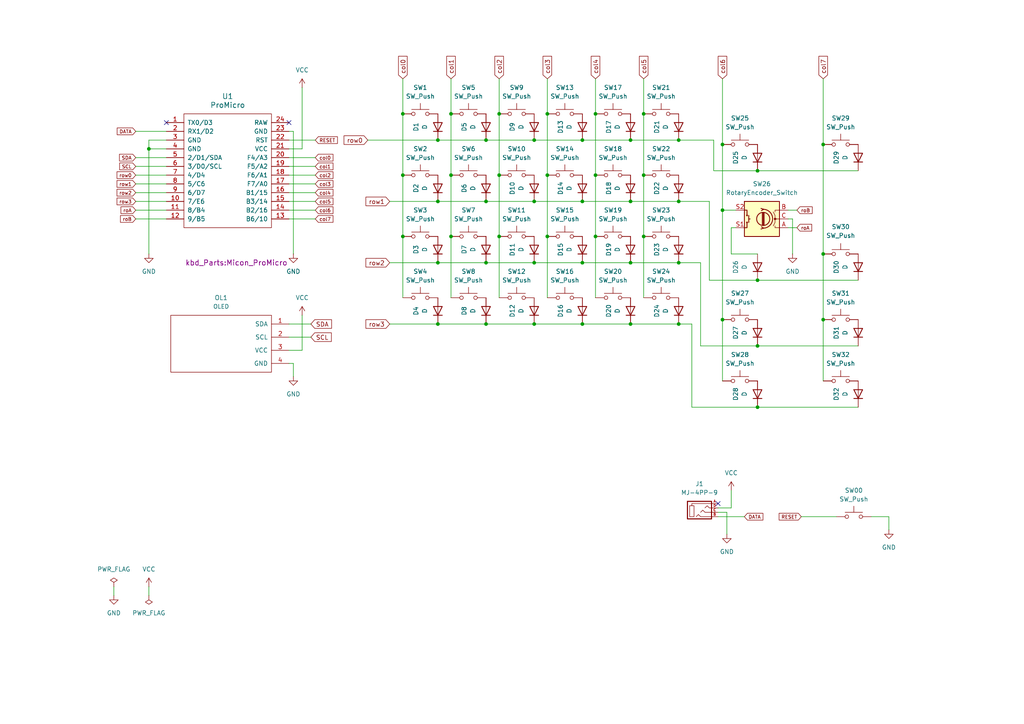
<source format=kicad_sch>
(kicad_sch
	(version 20250114)
	(generator "eeschema")
	(generator_version "9.0")
	(uuid "19d4b7e0-17a0-4c54-923c-72f52ae510e4")
	(paper "A4")
	(lib_symbols
		(symbol "Device:D"
			(pin_numbers
				(hide yes)
			)
			(pin_names
				(offset 1.016)
				(hide yes)
			)
			(exclude_from_sim no)
			(in_bom yes)
			(on_board yes)
			(property "Reference" "D"
				(at 0 2.54 0)
				(effects
					(font
						(size 1.27 1.27)
					)
				)
			)
			(property "Value" "D"
				(at 0 -2.54 0)
				(effects
					(font
						(size 1.27 1.27)
					)
				)
			)
			(property "Footprint" ""
				(at 0 0 0)
				(effects
					(font
						(size 1.27 1.27)
					)
					(hide yes)
				)
			)
			(property "Datasheet" "~"
				(at 0 0 0)
				(effects
					(font
						(size 1.27 1.27)
					)
					(hide yes)
				)
			)
			(property "Description" "Diode"
				(at 0 0 0)
				(effects
					(font
						(size 1.27 1.27)
					)
					(hide yes)
				)
			)
			(property "Sim.Device" "D"
				(at 0 0 0)
				(effects
					(font
						(size 1.27 1.27)
					)
					(hide yes)
				)
			)
			(property "Sim.Pins" "1=K 2=A"
				(at 0 0 0)
				(effects
					(font
						(size 1.27 1.27)
					)
					(hide yes)
				)
			)
			(property "ki_keywords" "diode"
				(at 0 0 0)
				(effects
					(font
						(size 1.27 1.27)
					)
					(hide yes)
				)
			)
			(property "ki_fp_filters" "TO-???* *_Diode_* *SingleDiode* D_*"
				(at 0 0 0)
				(effects
					(font
						(size 1.27 1.27)
					)
					(hide yes)
				)
			)
			(symbol "D_0_1"
				(polyline
					(pts
						(xy -1.27 1.27) (xy -1.27 -1.27)
					)
					(stroke
						(width 0.254)
						(type default)
					)
					(fill
						(type none)
					)
				)
				(polyline
					(pts
						(xy 1.27 1.27) (xy 1.27 -1.27) (xy -1.27 0) (xy 1.27 1.27)
					)
					(stroke
						(width 0.254)
						(type default)
					)
					(fill
						(type none)
					)
				)
				(polyline
					(pts
						(xy 1.27 0) (xy -1.27 0)
					)
					(stroke
						(width 0)
						(type default)
					)
					(fill
						(type none)
					)
				)
			)
			(symbol "D_1_1"
				(pin passive line
					(at -3.81 0 0)
					(length 2.54)
					(name "K"
						(effects
							(font
								(size 1.27 1.27)
							)
						)
					)
					(number "1"
						(effects
							(font
								(size 1.27 1.27)
							)
						)
					)
				)
				(pin passive line
					(at 3.81 0 180)
					(length 2.54)
					(name "A"
						(effects
							(font
								(size 1.27 1.27)
							)
						)
					)
					(number "2"
						(effects
							(font
								(size 1.27 1.27)
							)
						)
					)
				)
			)
			(embedded_fonts no)
		)
		(symbol "Device:RotaryEncoder_Switch"
			(pin_names
				(offset 0.254)
				(hide yes)
			)
			(exclude_from_sim no)
			(in_bom yes)
			(on_board yes)
			(property "Reference" "SW"
				(at 0 6.604 0)
				(effects
					(font
						(size 1.27 1.27)
					)
				)
			)
			(property "Value" "RotaryEncoder_Switch"
				(at 0 -6.604 0)
				(effects
					(font
						(size 1.27 1.27)
					)
				)
			)
			(property "Footprint" ""
				(at -3.81 4.064 0)
				(effects
					(font
						(size 1.27 1.27)
					)
					(hide yes)
				)
			)
			(property "Datasheet" "~"
				(at 0 6.604 0)
				(effects
					(font
						(size 1.27 1.27)
					)
					(hide yes)
				)
			)
			(property "Description" "Rotary encoder, dual channel, incremental quadrate outputs, with switch"
				(at 0 0 0)
				(effects
					(font
						(size 1.27 1.27)
					)
					(hide yes)
				)
			)
			(property "ki_keywords" "rotary switch encoder switch push button"
				(at 0 0 0)
				(effects
					(font
						(size 1.27 1.27)
					)
					(hide yes)
				)
			)
			(property "ki_fp_filters" "RotaryEncoder*Switch*"
				(at 0 0 0)
				(effects
					(font
						(size 1.27 1.27)
					)
					(hide yes)
				)
			)
			(symbol "RotaryEncoder_Switch_0_1"
				(rectangle
					(start -5.08 5.08)
					(end 5.08 -5.08)
					(stroke
						(width 0.254)
						(type default)
					)
					(fill
						(type background)
					)
				)
				(polyline
					(pts
						(xy -5.08 2.54) (xy -3.81 2.54) (xy -3.81 2.032)
					)
					(stroke
						(width 0)
						(type default)
					)
					(fill
						(type none)
					)
				)
				(polyline
					(pts
						(xy -5.08 0) (xy -3.81 0) (xy -3.81 -1.016) (xy -3.302 -2.032)
					)
					(stroke
						(width 0)
						(type default)
					)
					(fill
						(type none)
					)
				)
				(polyline
					(pts
						(xy -5.08 -2.54) (xy -3.81 -2.54) (xy -3.81 -2.032)
					)
					(stroke
						(width 0)
						(type default)
					)
					(fill
						(type none)
					)
				)
				(polyline
					(pts
						(xy -4.318 0) (xy -3.81 0) (xy -3.81 1.016) (xy -3.302 2.032)
					)
					(stroke
						(width 0)
						(type default)
					)
					(fill
						(type none)
					)
				)
				(circle
					(center -3.81 0)
					(radius 0.254)
					(stroke
						(width 0)
						(type default)
					)
					(fill
						(type outline)
					)
				)
				(polyline
					(pts
						(xy -0.635 -1.778) (xy -0.635 1.778)
					)
					(stroke
						(width 0.254)
						(type default)
					)
					(fill
						(type none)
					)
				)
				(circle
					(center -0.381 0)
					(radius 1.905)
					(stroke
						(width 0.254)
						(type default)
					)
					(fill
						(type none)
					)
				)
				(polyline
					(pts
						(xy -0.381 -1.778) (xy -0.381 1.778)
					)
					(stroke
						(width 0.254)
						(type default)
					)
					(fill
						(type none)
					)
				)
				(arc
					(start -0.381 -2.794)
					(mid -3.0988 -0.0635)
					(end -0.381 2.667)
					(stroke
						(width 0.254)
						(type default)
					)
					(fill
						(type none)
					)
				)
				(polyline
					(pts
						(xy -0.127 1.778) (xy -0.127 -1.778)
					)
					(stroke
						(width 0.254)
						(type default)
					)
					(fill
						(type none)
					)
				)
				(polyline
					(pts
						(xy 0.254 2.921) (xy -0.508 2.667) (xy 0.127 2.286)
					)
					(stroke
						(width 0.254)
						(type default)
					)
					(fill
						(type none)
					)
				)
				(polyline
					(pts
						(xy 0.254 -3.048) (xy -0.508 -2.794) (xy 0.127 -2.413)
					)
					(stroke
						(width 0.254)
						(type default)
					)
					(fill
						(type none)
					)
				)
				(polyline
					(pts
						(xy 3.81 1.016) (xy 3.81 -1.016)
					)
					(stroke
						(width 0.254)
						(type default)
					)
					(fill
						(type none)
					)
				)
				(polyline
					(pts
						(xy 3.81 0) (xy 3.429 0)
					)
					(stroke
						(width 0.254)
						(type default)
					)
					(fill
						(type none)
					)
				)
				(circle
					(center 4.318 1.016)
					(radius 0.127)
					(stroke
						(width 0.254)
						(type default)
					)
					(fill
						(type none)
					)
				)
				(circle
					(center 4.318 -1.016)
					(radius 0.127)
					(stroke
						(width 0.254)
						(type default)
					)
					(fill
						(type none)
					)
				)
				(polyline
					(pts
						(xy 5.08 2.54) (xy 4.318 2.54) (xy 4.318 1.016)
					)
					(stroke
						(width 0.254)
						(type default)
					)
					(fill
						(type none)
					)
				)
				(polyline
					(pts
						(xy 5.08 -2.54) (xy 4.318 -2.54) (xy 4.318 -1.016)
					)
					(stroke
						(width 0.254)
						(type default)
					)
					(fill
						(type none)
					)
				)
			)
			(symbol "RotaryEncoder_Switch_1_1"
				(pin passive line
					(at -7.62 2.54 0)
					(length 2.54)
					(name "A"
						(effects
							(font
								(size 1.27 1.27)
							)
						)
					)
					(number "A"
						(effects
							(font
								(size 1.27 1.27)
							)
						)
					)
				)
				(pin passive line
					(at -7.62 0 0)
					(length 2.54)
					(name "C"
						(effects
							(font
								(size 1.27 1.27)
							)
						)
					)
					(number "C"
						(effects
							(font
								(size 1.27 1.27)
							)
						)
					)
				)
				(pin passive line
					(at -7.62 -2.54 0)
					(length 2.54)
					(name "B"
						(effects
							(font
								(size 1.27 1.27)
							)
						)
					)
					(number "B"
						(effects
							(font
								(size 1.27 1.27)
							)
						)
					)
				)
				(pin passive line
					(at 7.62 2.54 180)
					(length 2.54)
					(name "S1"
						(effects
							(font
								(size 1.27 1.27)
							)
						)
					)
					(number "S1"
						(effects
							(font
								(size 1.27 1.27)
							)
						)
					)
				)
				(pin passive line
					(at 7.62 -2.54 180)
					(length 2.54)
					(name "S2"
						(effects
							(font
								(size 1.27 1.27)
							)
						)
					)
					(number "S2"
						(effects
							(font
								(size 1.27 1.27)
							)
						)
					)
				)
			)
			(embedded_fonts no)
		)
		(symbol "Switch:SW_Push"
			(pin_numbers
				(hide yes)
			)
			(pin_names
				(offset 1.016)
				(hide yes)
			)
			(exclude_from_sim no)
			(in_bom yes)
			(on_board yes)
			(property "Reference" "SW"
				(at 1.27 2.54 0)
				(effects
					(font
						(size 1.27 1.27)
					)
					(justify left)
				)
			)
			(property "Value" "SW_Push"
				(at 0 -1.524 0)
				(effects
					(font
						(size 1.27 1.27)
					)
				)
			)
			(property "Footprint" ""
				(at 0 5.08 0)
				(effects
					(font
						(size 1.27 1.27)
					)
					(hide yes)
				)
			)
			(property "Datasheet" "~"
				(at 0 5.08 0)
				(effects
					(font
						(size 1.27 1.27)
					)
					(hide yes)
				)
			)
			(property "Description" "Push button switch, generic, two pins"
				(at 0 0 0)
				(effects
					(font
						(size 1.27 1.27)
					)
					(hide yes)
				)
			)
			(property "ki_keywords" "switch normally-open pushbutton push-button"
				(at 0 0 0)
				(effects
					(font
						(size 1.27 1.27)
					)
					(hide yes)
				)
			)
			(symbol "SW_Push_0_1"
				(circle
					(center -2.032 0)
					(radius 0.508)
					(stroke
						(width 0)
						(type default)
					)
					(fill
						(type none)
					)
				)
				(polyline
					(pts
						(xy 0 1.27) (xy 0 3.048)
					)
					(stroke
						(width 0)
						(type default)
					)
					(fill
						(type none)
					)
				)
				(circle
					(center 2.032 0)
					(radius 0.508)
					(stroke
						(width 0)
						(type default)
					)
					(fill
						(type none)
					)
				)
				(polyline
					(pts
						(xy 2.54 1.27) (xy -2.54 1.27)
					)
					(stroke
						(width 0)
						(type default)
					)
					(fill
						(type none)
					)
				)
				(pin passive line
					(at -5.08 0 0)
					(length 2.54)
					(name "1"
						(effects
							(font
								(size 1.27 1.27)
							)
						)
					)
					(number "1"
						(effects
							(font
								(size 1.27 1.27)
							)
						)
					)
				)
				(pin passive line
					(at 5.08 0 180)
					(length 2.54)
					(name "2"
						(effects
							(font
								(size 1.27 1.27)
							)
						)
					)
					(number "2"
						(effects
							(font
								(size 1.27 1.27)
							)
						)
					)
				)
			)
			(embedded_fonts no)
		)
		(symbol "kbd:MJ-4PP-9"
			(pin_names
				(offset 1.016)
			)
			(exclude_from_sim no)
			(in_bom yes)
			(on_board yes)
			(property "Reference" "J"
				(at 0 3.81 0)
				(effects
					(font
						(size 1.27 1.27)
					)
				)
			)
			(property "Value" "MJ-4PP-9"
				(at 0 -3.81 0)
				(effects
					(font
						(size 1.27 1.27)
					)
				)
			)
			(property "Footprint" ""
				(at 6.985 4.445 0)
				(effects
					(font
						(size 1.27 1.27)
					)
					(hide yes)
				)
			)
			(property "Datasheet" "~"
				(at 6.985 4.445 0)
				(effects
					(font
						(size 1.27 1.27)
					)
					(hide yes)
				)
			)
			(property "Description" "4-pin (audio) jack receptable (stereo + 4th pin/TRRS connector), compatible with PJ320A"
				(at 0 0 0)
				(effects
					(font
						(size 1.27 1.27)
					)
					(hide yes)
				)
			)
			(property "ki_keywords" "audio jack receptable stereo headphones TRRS connector"
				(at 0 0 0)
				(effects
					(font
						(size 1.27 1.27)
					)
					(hide yes)
				)
			)
			(symbol "MJ-4PP-9_0_1"
				(polyline
					(pts
						(xy -2.54 1.27) (xy -2.54 1.905) (xy 3.175 1.905)
					)
					(stroke
						(width 0)
						(type solid)
					)
					(fill
						(type none)
					)
				)
				(rectangle
					(start -1.905 -1.905)
					(end -3.175 1.27)
					(stroke
						(width 0)
						(type solid)
					)
					(fill
						(type none)
					)
				)
				(polyline
					(pts
						(xy -1.27 -1.905) (xy -0.635 -1.27) (xy 0 -1.905) (xy 3.175 -1.905)
					)
					(stroke
						(width 0)
						(type solid)
					)
					(fill
						(type none)
					)
				)
				(polyline
					(pts
						(xy 0 -0.635) (xy 0.635 0) (xy 1.27 -0.635) (xy 3.175 -0.635)
					)
					(stroke
						(width 0)
						(type solid)
					)
					(fill
						(type none)
					)
				)
				(polyline
					(pts
						(xy 1.27 0.635) (xy 1.905 1.27) (xy 2.54 0.635) (xy 3.175 0.635)
					)
					(stroke
						(width 0)
						(type solid)
					)
					(fill
						(type none)
					)
				)
				(rectangle
					(start 3.175 2.54)
					(end -3.81 -2.54)
					(stroke
						(width 0.3048)
						(type solid)
					)
					(fill
						(type none)
					)
				)
			)
			(symbol "MJ-4PP-9_1_1"
				(pin input line
					(at 5.08 1.905 180)
					(length 2.0066)
					(name "~"
						(effects
							(font
								(size 0.508 0.508)
							)
						)
					)
					(number "A"
						(effects
							(font
								(size 0.7112 0.7112)
							)
						)
					)
				)
				(pin input line
					(at 5.08 0.635 180)
					(length 2.0066)
					(name "~"
						(effects
							(font
								(size 0.508 0.508)
							)
						)
					)
					(number "D"
						(effects
							(font
								(size 0.7112 0.7112)
							)
						)
					)
				)
				(pin input line
					(at 5.08 -0.635 180)
					(length 2.0066)
					(name "~"
						(effects
							(font
								(size 0.508 0.508)
							)
						)
					)
					(number "C"
						(effects
							(font
								(size 0.7112 0.7112)
							)
						)
					)
				)
				(pin input line
					(at 5.08 -1.905 180)
					(length 2.0066)
					(name "~"
						(effects
							(font
								(size 0.508 0.508)
							)
						)
					)
					(number "B"
						(effects
							(font
								(size 0.7112 0.7112)
							)
						)
					)
				)
			)
			(embedded_fonts no)
		)
		(symbol "kbd:OLED"
			(pin_names
				(offset 1.016)
			)
			(exclude_from_sim no)
			(in_bom yes)
			(on_board yes)
			(property "Reference" "OL"
				(at 0 2.54 0)
				(effects
					(font
						(size 1.2954 1.2954)
					)
				)
			)
			(property "Value" "OLED"
				(at 0 -1.27 0)
				(effects
					(font
						(size 1.1938 1.1938)
					)
				)
			)
			(property "Footprint" ""
				(at 0 2.54 0)
				(effects
					(font
						(size 1.524 1.524)
					)
					(hide yes)
				)
			)
			(property "Datasheet" ""
				(at 0 2.54 0)
				(effects
					(font
						(size 1.524 1.524)
					)
					(hide yes)
				)
			)
			(property "Description" ""
				(at 0 0 0)
				(effects
					(font
						(size 1.27 1.27)
					)
					(hide yes)
				)
			)
			(symbol "OLED_0_1"
				(rectangle
					(start -13.97 8.89)
					(end 15.24 -7.62)
					(stroke
						(width 0)
						(type solid)
					)
					(fill
						(type none)
					)
				)
			)
			(symbol "OLED_1_1"
				(pin bidirectional line
					(at -19.05 6.35 0)
					(length 5.08)
					(name "SDA"
						(effects
							(font
								(size 1.27 1.27)
							)
						)
					)
					(number "1"
						(effects
							(font
								(size 1.27 1.27)
							)
						)
					)
				)
				(pin bidirectional line
					(at -19.05 2.54 0)
					(length 5.08)
					(name "SCL"
						(effects
							(font
								(size 1.27 1.27)
							)
						)
					)
					(number "2"
						(effects
							(font
								(size 1.27 1.27)
							)
						)
					)
				)
				(pin power_in line
					(at -19.05 -1.27 0)
					(length 5.08)
					(name "VCC"
						(effects
							(font
								(size 1.27 1.27)
							)
						)
					)
					(number "3"
						(effects
							(font
								(size 1.27 1.27)
							)
						)
					)
				)
				(pin power_in line
					(at -19.05 -5.08 0)
					(length 5.08)
					(name "GND"
						(effects
							(font
								(size 1.27 1.27)
							)
						)
					)
					(number "4"
						(effects
							(font
								(size 1.27 1.27)
							)
						)
					)
				)
			)
			(embedded_fonts no)
		)
		(symbol "kbd:ProMicro"
			(pin_names
				(offset 1.016)
			)
			(exclude_from_sim no)
			(in_bom yes)
			(on_board yes)
			(property "Reference" "U"
				(at 0 19.05 0)
				(effects
					(font
						(size 1.524 1.524)
					)
				)
			)
			(property "Value" "ProMicro"
				(at 0 -19.05 0)
				(effects
					(font
						(size 1.524 1.524)
					)
				)
			)
			(property "Footprint" ""
				(at 2.54 -26.67 0)
				(effects
					(font
						(size 1.524 1.524)
					)
				)
			)
			(property "Datasheet" ""
				(at 2.54 -26.67 0)
				(effects
					(font
						(size 1.524 1.524)
					)
				)
			)
			(property "Description" ""
				(at 0 0 0)
				(effects
					(font
						(size 1.27 1.27)
					)
					(hide yes)
				)
			)
			(symbol "ProMicro_0_1"
				(rectangle
					(start -12.7 16.51)
					(end 12.7 -16.51)
					(stroke
						(width 0)
						(type solid)
					)
					(fill
						(type none)
					)
				)
			)
			(symbol "ProMicro_1_1"
				(pin bidirectional line
					(at -17.78 13.97 0)
					(length 5.08)
					(name "TX0/D3"
						(effects
							(font
								(size 1.27 1.27)
							)
						)
					)
					(number "1"
						(effects
							(font
								(size 1.27 1.27)
							)
						)
					)
				)
				(pin bidirectional line
					(at -17.78 11.43 0)
					(length 5.08)
					(name "RX1/D2"
						(effects
							(font
								(size 1.27 1.27)
							)
						)
					)
					(number "2"
						(effects
							(font
								(size 1.27 1.27)
							)
						)
					)
				)
				(pin power_in line
					(at -17.78 8.89 0)
					(length 5.08)
					(name "GND"
						(effects
							(font
								(size 1.27 1.27)
							)
						)
					)
					(number "3"
						(effects
							(font
								(size 1.27 1.27)
							)
						)
					)
				)
				(pin power_in line
					(at -17.78 6.35 0)
					(length 5.08)
					(name "GND"
						(effects
							(font
								(size 1.27 1.27)
							)
						)
					)
					(number "4"
						(effects
							(font
								(size 1.27 1.27)
							)
						)
					)
				)
				(pin bidirectional line
					(at -17.78 3.81 0)
					(length 5.08)
					(name "2/D1/SDA"
						(effects
							(font
								(size 1.27 1.27)
							)
						)
					)
					(number "5"
						(effects
							(font
								(size 1.27 1.27)
							)
						)
					)
				)
				(pin bidirectional line
					(at -17.78 1.27 0)
					(length 5.08)
					(name "3/D0/SCL"
						(effects
							(font
								(size 1.27 1.27)
							)
						)
					)
					(number "6"
						(effects
							(font
								(size 1.27 1.27)
							)
						)
					)
				)
				(pin bidirectional line
					(at -17.78 -1.27 0)
					(length 5.08)
					(name "4/D4"
						(effects
							(font
								(size 1.27 1.27)
							)
						)
					)
					(number "7"
						(effects
							(font
								(size 1.27 1.27)
							)
						)
					)
				)
				(pin bidirectional line
					(at -17.78 -3.81 0)
					(length 5.08)
					(name "5/C6"
						(effects
							(font
								(size 1.27 1.27)
							)
						)
					)
					(number "8"
						(effects
							(font
								(size 1.27 1.27)
							)
						)
					)
				)
				(pin bidirectional line
					(at -17.78 -6.35 0)
					(length 5.08)
					(name "6/D7"
						(effects
							(font
								(size 1.27 1.27)
							)
						)
					)
					(number "9"
						(effects
							(font
								(size 1.27 1.27)
							)
						)
					)
				)
				(pin bidirectional line
					(at -17.78 -8.89 0)
					(length 5.08)
					(name "7/E6"
						(effects
							(font
								(size 1.27 1.27)
							)
						)
					)
					(number "10"
						(effects
							(font
								(size 1.27 1.27)
							)
						)
					)
				)
				(pin bidirectional line
					(at -17.78 -11.43 0)
					(length 5.08)
					(name "8/B4"
						(effects
							(font
								(size 1.27 1.27)
							)
						)
					)
					(number "11"
						(effects
							(font
								(size 1.27 1.27)
							)
						)
					)
				)
				(pin bidirectional line
					(at -17.78 -13.97 0)
					(length 5.08)
					(name "9/B5"
						(effects
							(font
								(size 1.27 1.27)
							)
						)
					)
					(number "12"
						(effects
							(font
								(size 1.27 1.27)
							)
						)
					)
				)
				(pin power_out line
					(at 17.78 13.97 180)
					(length 5.08)
					(name "RAW"
						(effects
							(font
								(size 1.27 1.27)
							)
						)
					)
					(number "24"
						(effects
							(font
								(size 1.27 1.27)
							)
						)
					)
				)
				(pin power_in line
					(at 17.78 11.43 180)
					(length 5.08)
					(name "GND"
						(effects
							(font
								(size 1.27 1.27)
							)
						)
					)
					(number "23"
						(effects
							(font
								(size 1.27 1.27)
							)
						)
					)
				)
				(pin input line
					(at 17.78 8.89 180)
					(length 5.08)
					(name "RST"
						(effects
							(font
								(size 1.27 1.27)
							)
						)
					)
					(number "22"
						(effects
							(font
								(size 1.27 1.27)
							)
						)
					)
				)
				(pin power_in line
					(at 17.78 6.35 180)
					(length 5.08)
					(name "VCC"
						(effects
							(font
								(size 1.27 1.27)
							)
						)
					)
					(number "21"
						(effects
							(font
								(size 1.27 1.27)
							)
						)
					)
				)
				(pin bidirectional line
					(at 17.78 3.81 180)
					(length 5.08)
					(name "F4/A3"
						(effects
							(font
								(size 1.27 1.27)
							)
						)
					)
					(number "20"
						(effects
							(font
								(size 1.27 1.27)
							)
						)
					)
				)
				(pin bidirectional line
					(at 17.78 1.27 180)
					(length 5.08)
					(name "F5/A2"
						(effects
							(font
								(size 1.27 1.27)
							)
						)
					)
					(number "19"
						(effects
							(font
								(size 1.27 1.27)
							)
						)
					)
				)
				(pin bidirectional line
					(at 17.78 -1.27 180)
					(length 5.08)
					(name "F6/A1"
						(effects
							(font
								(size 1.27 1.27)
							)
						)
					)
					(number "18"
						(effects
							(font
								(size 1.27 1.27)
							)
						)
					)
				)
				(pin bidirectional line
					(at 17.78 -3.81 180)
					(length 5.08)
					(name "F7/A0"
						(effects
							(font
								(size 1.27 1.27)
							)
						)
					)
					(number "17"
						(effects
							(font
								(size 1.27 1.27)
							)
						)
					)
				)
				(pin bidirectional line
					(at 17.78 -6.35 180)
					(length 5.08)
					(name "B1/15"
						(effects
							(font
								(size 1.27 1.27)
							)
						)
					)
					(number "16"
						(effects
							(font
								(size 1.27 1.27)
							)
						)
					)
				)
				(pin bidirectional line
					(at 17.78 -8.89 180)
					(length 5.08)
					(name "B3/14"
						(effects
							(font
								(size 1.27 1.27)
							)
						)
					)
					(number "15"
						(effects
							(font
								(size 1.27 1.27)
							)
						)
					)
				)
				(pin bidirectional line
					(at 17.78 -11.43 180)
					(length 5.08)
					(name "B2/16"
						(effects
							(font
								(size 1.27 1.27)
							)
						)
					)
					(number "14"
						(effects
							(font
								(size 1.27 1.27)
							)
						)
					)
				)
				(pin bidirectional line
					(at 17.78 -13.97 180)
					(length 5.08)
					(name "B6/10"
						(effects
							(font
								(size 1.27 1.27)
							)
						)
					)
					(number "13"
						(effects
							(font
								(size 1.27 1.27)
							)
						)
					)
				)
			)
			(embedded_fonts no)
		)
		(symbol "power:GND"
			(power)
			(pin_numbers
				(hide yes)
			)
			(pin_names
				(offset 0)
				(hide yes)
			)
			(exclude_from_sim no)
			(in_bom yes)
			(on_board yes)
			(property "Reference" "#PWR"
				(at 0 -6.35 0)
				(effects
					(font
						(size 1.27 1.27)
					)
					(hide yes)
				)
			)
			(property "Value" "GND"
				(at 0 -3.81 0)
				(effects
					(font
						(size 1.27 1.27)
					)
				)
			)
			(property "Footprint" ""
				(at 0 0 0)
				(effects
					(font
						(size 1.27 1.27)
					)
					(hide yes)
				)
			)
			(property "Datasheet" ""
				(at 0 0 0)
				(effects
					(font
						(size 1.27 1.27)
					)
					(hide yes)
				)
			)
			(property "Description" "Power symbol creates a global label with name \"GND\" , ground"
				(at 0 0 0)
				(effects
					(font
						(size 1.27 1.27)
					)
					(hide yes)
				)
			)
			(property "ki_keywords" "global power"
				(at 0 0 0)
				(effects
					(font
						(size 1.27 1.27)
					)
					(hide yes)
				)
			)
			(symbol "GND_0_1"
				(polyline
					(pts
						(xy 0 0) (xy 0 -1.27) (xy 1.27 -1.27) (xy 0 -2.54) (xy -1.27 -1.27) (xy 0 -1.27)
					)
					(stroke
						(width 0)
						(type default)
					)
					(fill
						(type none)
					)
				)
			)
			(symbol "GND_1_1"
				(pin power_in line
					(at 0 0 270)
					(length 0)
					(name "~"
						(effects
							(font
								(size 1.27 1.27)
							)
						)
					)
					(number "1"
						(effects
							(font
								(size 1.27 1.27)
							)
						)
					)
				)
			)
			(embedded_fonts no)
		)
		(symbol "power:PWR_FLAG"
			(power)
			(pin_numbers
				(hide yes)
			)
			(pin_names
				(offset 0)
				(hide yes)
			)
			(exclude_from_sim no)
			(in_bom yes)
			(on_board yes)
			(property "Reference" "#FLG"
				(at 0 1.905 0)
				(effects
					(font
						(size 1.27 1.27)
					)
					(hide yes)
				)
			)
			(property "Value" "PWR_FLAG"
				(at 0 3.81 0)
				(effects
					(font
						(size 1.27 1.27)
					)
				)
			)
			(property "Footprint" ""
				(at 0 0 0)
				(effects
					(font
						(size 1.27 1.27)
					)
					(hide yes)
				)
			)
			(property "Datasheet" "~"
				(at 0 0 0)
				(effects
					(font
						(size 1.27 1.27)
					)
					(hide yes)
				)
			)
			(property "Description" "Special symbol for telling ERC where power comes from"
				(at 0 0 0)
				(effects
					(font
						(size 1.27 1.27)
					)
					(hide yes)
				)
			)
			(property "ki_keywords" "flag power"
				(at 0 0 0)
				(effects
					(font
						(size 1.27 1.27)
					)
					(hide yes)
				)
			)
			(symbol "PWR_FLAG_0_0"
				(pin power_out line
					(at 0 0 90)
					(length 0)
					(name "~"
						(effects
							(font
								(size 1.27 1.27)
							)
						)
					)
					(number "1"
						(effects
							(font
								(size 1.27 1.27)
							)
						)
					)
				)
			)
			(symbol "PWR_FLAG_0_1"
				(polyline
					(pts
						(xy 0 0) (xy 0 1.27) (xy -1.016 1.905) (xy 0 2.54) (xy 1.016 1.905) (xy 0 1.27)
					)
					(stroke
						(width 0)
						(type default)
					)
					(fill
						(type none)
					)
				)
			)
			(embedded_fonts no)
		)
		(symbol "power:VCC"
			(power)
			(pin_numbers
				(hide yes)
			)
			(pin_names
				(offset 0)
				(hide yes)
			)
			(exclude_from_sim no)
			(in_bom yes)
			(on_board yes)
			(property "Reference" "#PWR"
				(at 0 -3.81 0)
				(effects
					(font
						(size 1.27 1.27)
					)
					(hide yes)
				)
			)
			(property "Value" "VCC"
				(at 0 3.556 0)
				(effects
					(font
						(size 1.27 1.27)
					)
				)
			)
			(property "Footprint" ""
				(at 0 0 0)
				(effects
					(font
						(size 1.27 1.27)
					)
					(hide yes)
				)
			)
			(property "Datasheet" ""
				(at 0 0 0)
				(effects
					(font
						(size 1.27 1.27)
					)
					(hide yes)
				)
			)
			(property "Description" "Power symbol creates a global label with name \"VCC\""
				(at 0 0 0)
				(effects
					(font
						(size 1.27 1.27)
					)
					(hide yes)
				)
			)
			(property "ki_keywords" "global power"
				(at 0 0 0)
				(effects
					(font
						(size 1.27 1.27)
					)
					(hide yes)
				)
			)
			(symbol "VCC_0_1"
				(polyline
					(pts
						(xy -0.762 1.27) (xy 0 2.54)
					)
					(stroke
						(width 0)
						(type default)
					)
					(fill
						(type none)
					)
				)
				(polyline
					(pts
						(xy 0 2.54) (xy 0.762 1.27)
					)
					(stroke
						(width 0)
						(type default)
					)
					(fill
						(type none)
					)
				)
				(polyline
					(pts
						(xy 0 0) (xy 0 2.54)
					)
					(stroke
						(width 0)
						(type default)
					)
					(fill
						(type none)
					)
				)
			)
			(symbol "VCC_1_1"
				(pin power_in line
					(at 0 0 90)
					(length 0)
					(name "~"
						(effects
							(font
								(size 1.27 1.27)
							)
						)
					)
					(number "1"
						(effects
							(font
								(size 1.27 1.27)
							)
						)
					)
				)
			)
			(embedded_fonts no)
		)
	)
	(junction
		(at 168.91 58.42)
		(diameter 0)
		(color 0 0 0 0)
		(uuid "029481d9-3891-4c18-98fa-ed94c51f01d9")
	)
	(junction
		(at 182.88 40.64)
		(diameter 0)
		(color 0 0 0 0)
		(uuid "04aef331-3e3c-484a-9515-f8f1c9ac9a1d")
	)
	(junction
		(at 182.88 58.42)
		(diameter 0)
		(color 0 0 0 0)
		(uuid "0b9fd812-f793-441c-b944-9fe2458b8abf")
	)
	(junction
		(at 43.18 43.18)
		(diameter 0)
		(color 0 0 0 0)
		(uuid "114d8b9f-12c8-40c3-8073-c75ce80caa46")
	)
	(junction
		(at 158.75 68.58)
		(diameter 0)
		(color 0 0 0 0)
		(uuid "13bc4a96-2393-4b7b-9fc0-38fc489b739c")
	)
	(junction
		(at 158.75 33.02)
		(diameter 0)
		(color 0 0 0 0)
		(uuid "140936cc-797f-488e-895d-5960cca448c2")
	)
	(junction
		(at 209.55 41.91)
		(diameter 0)
		(color 0 0 0 0)
		(uuid "19530f9f-f260-41c8-a0a4-58b69b2e75ef")
	)
	(junction
		(at 144.78 68.58)
		(diameter 0)
		(color 0 0 0 0)
		(uuid "20b2ab05-623b-4971-8d0e-0611badd6e07")
	)
	(junction
		(at 186.69 33.02)
		(diameter 0)
		(color 0 0 0 0)
		(uuid "2183d4c3-ae5c-4b35-8595-33cf02be87b3")
	)
	(junction
		(at 172.72 50.8)
		(diameter 0)
		(color 0 0 0 0)
		(uuid "265cf0f4-342b-4d6c-aa3c-6992b98891cb")
	)
	(junction
		(at 130.81 68.58)
		(diameter 0)
		(color 0 0 0 0)
		(uuid "2dfbea08-b142-4709-b82d-193908cf235d")
	)
	(junction
		(at 168.91 93.98)
		(diameter 0)
		(color 0 0 0 0)
		(uuid "2e156296-02fd-4877-8960-4a56419f8714")
	)
	(junction
		(at 144.78 33.02)
		(diameter 0)
		(color 0 0 0 0)
		(uuid "2e46781d-180b-4ae9-a11a-2d9dba30cbad")
	)
	(junction
		(at 219.71 49.53)
		(diameter 0)
		(color 0 0 0 0)
		(uuid "31436a93-ab05-43a7-893a-ded6bc7e1a7c")
	)
	(junction
		(at 127 40.64)
		(diameter 0)
		(color 0 0 0 0)
		(uuid "3a822044-b2d2-44b3-9b74-42a60a0c3f32")
	)
	(junction
		(at 168.91 40.64)
		(diameter 0)
		(color 0 0 0 0)
		(uuid "3b3768e1-1b25-424f-a250-d1a8ef663d9b")
	)
	(junction
		(at 219.71 118.11)
		(diameter 0)
		(color 0 0 0 0)
		(uuid "3cfc3aec-8c08-4458-a946-7730937b04c9")
	)
	(junction
		(at 196.85 93.98)
		(diameter 0)
		(color 0 0 0 0)
		(uuid "49fd5a25-1036-4a50-90e0-2f1adbb340ee")
	)
	(junction
		(at 140.97 58.42)
		(diameter 0)
		(color 0 0 0 0)
		(uuid "59cb6615-27ad-4fe8-b958-1e6621e2710b")
	)
	(junction
		(at 127 93.98)
		(diameter 0)
		(color 0 0 0 0)
		(uuid "5ad47be9-bb1c-41a9-a00d-b1554e6d08fa")
	)
	(junction
		(at 209.55 60.96)
		(diameter 0)
		(color 0 0 0 0)
		(uuid "61d7e698-b7ca-4418-8f22-56d12f078a81")
	)
	(junction
		(at 154.94 58.42)
		(diameter 0)
		(color 0 0 0 0)
		(uuid "6ae922cf-a10e-446f-a612-39309604ab4a")
	)
	(junction
		(at 116.84 68.58)
		(diameter 0)
		(color 0 0 0 0)
		(uuid "6e7df1d4-8a7e-4ada-807f-28a8561ad41e")
	)
	(junction
		(at 140.97 76.2)
		(diameter 0)
		(color 0 0 0 0)
		(uuid "6eeee584-f356-4b62-a7a9-b5f3f535f9ff")
	)
	(junction
		(at 219.71 81.28)
		(diameter 0)
		(color 0 0 0 0)
		(uuid "70c962f5-07b1-4329-a718-1301782bd20f")
	)
	(junction
		(at 238.76 73.66)
		(diameter 0)
		(color 0 0 0 0)
		(uuid "7d07cac4-67a2-4377-a257-588c4dca15f3")
	)
	(junction
		(at 154.94 40.64)
		(diameter 0)
		(color 0 0 0 0)
		(uuid "841785d9-a30b-4754-ba94-666c479df74a")
	)
	(junction
		(at 219.71 100.33)
		(diameter 0)
		(color 0 0 0 0)
		(uuid "8c2ee1ff-6758-4470-adee-323a098fab82")
	)
	(junction
		(at 196.85 58.42)
		(diameter 0)
		(color 0 0 0 0)
		(uuid "8dece014-594e-4e01-bdc7-46b30d947ce3")
	)
	(junction
		(at 186.69 68.58)
		(diameter 0)
		(color 0 0 0 0)
		(uuid "90209b75-c999-4e00-9077-adebafe30788")
	)
	(junction
		(at 158.75 50.8)
		(diameter 0)
		(color 0 0 0 0)
		(uuid "9305a2b3-f4f1-4f1e-8280-4ab43adf5636")
	)
	(junction
		(at 209.55 92.71)
		(diameter 0)
		(color 0 0 0 0)
		(uuid "96148e7d-b52d-445a-95db-9800ef3d841f")
	)
	(junction
		(at 130.81 33.02)
		(diameter 0)
		(color 0 0 0 0)
		(uuid "a0f8c9d4-cad8-47d6-97cb-e6c900811723")
	)
	(junction
		(at 116.84 33.02)
		(diameter 0)
		(color 0 0 0 0)
		(uuid "a6a44d12-27c2-4435-9b0b-d6dd74cfeb13")
	)
	(junction
		(at 140.97 40.64)
		(diameter 0)
		(color 0 0 0 0)
		(uuid "af5ca34c-e51e-4a61-b3f7-2f85a46d9af4")
	)
	(junction
		(at 130.81 50.8)
		(diameter 0)
		(color 0 0 0 0)
		(uuid "b03912ca-2b72-43d7-9ee6-6c8614a2843c")
	)
	(junction
		(at 168.91 76.2)
		(diameter 0)
		(color 0 0 0 0)
		(uuid "b04fc260-dfdf-49e0-90eb-8e10f865a8ab")
	)
	(junction
		(at 140.97 93.98)
		(diameter 0)
		(color 0 0 0 0)
		(uuid "b719842c-4fd8-4589-8586-578b1c591eee")
	)
	(junction
		(at 172.72 68.58)
		(diameter 0)
		(color 0 0 0 0)
		(uuid "c0a12b4a-ebab-4060-8d4f-5831312590f6")
	)
	(junction
		(at 186.69 50.8)
		(diameter 0)
		(color 0 0 0 0)
		(uuid "c1aaf7b8-822b-485d-a4e6-0d188393a6f6")
	)
	(junction
		(at 144.78 50.8)
		(diameter 0)
		(color 0 0 0 0)
		(uuid "c32a696f-00c0-4bbe-b0c6-292f1abf1031")
	)
	(junction
		(at 154.94 76.2)
		(diameter 0)
		(color 0 0 0 0)
		(uuid "c8db7141-9404-4342-8151-aee06a2454d3")
	)
	(junction
		(at 172.72 33.02)
		(diameter 0)
		(color 0 0 0 0)
		(uuid "d68a82bc-1203-4268-aa08-e7c024cac87a")
	)
	(junction
		(at 127 58.42)
		(diameter 0)
		(color 0 0 0 0)
		(uuid "dd04b851-2da7-40d0-bb22-5bcdcbc99730")
	)
	(junction
		(at 154.94 93.98)
		(diameter 0)
		(color 0 0 0 0)
		(uuid "ec94a04a-c888-4d15-9a2f-ad23eb23f87e")
	)
	(junction
		(at 196.85 40.64)
		(diameter 0)
		(color 0 0 0 0)
		(uuid "ee7858d7-acf2-499f-a568-e6ade221082b")
	)
	(junction
		(at 238.76 92.71)
		(diameter 0)
		(color 0 0 0 0)
		(uuid "f22e97e6-fefa-4877-9f05-ccba4ca16a8a")
	)
	(junction
		(at 116.84 50.8)
		(diameter 0)
		(color 0 0 0 0)
		(uuid "f387272c-5bed-42de-9702-f70d20c56239")
	)
	(junction
		(at 182.88 93.98)
		(diameter 0)
		(color 0 0 0 0)
		(uuid "f49521df-cd94-470e-bef7-0d2addfd355b")
	)
	(junction
		(at 238.76 41.91)
		(diameter 0)
		(color 0 0 0 0)
		(uuid "f72b20aa-4c1e-49b4-8991-bca9136f8513")
	)
	(junction
		(at 196.85 76.2)
		(diameter 0)
		(color 0 0 0 0)
		(uuid "fba5926c-b14e-48e7-b070-e9fdbe568534")
	)
	(junction
		(at 127 76.2)
		(diameter 0)
		(color 0 0 0 0)
		(uuid "fcca2402-c4f3-49f2-b209-f771108789a9")
	)
	(junction
		(at 182.88 76.2)
		(diameter 0)
		(color 0 0 0 0)
		(uuid "ff81e44c-7683-4226-b6d8-6c6a3ac62ed4")
	)
	(no_connect
		(at 83.82 35.56)
		(uuid "3bc10844-8561-481b-9be8-7add2457091f")
	)
	(no_connect
		(at 208.28 146.05)
		(uuid "4684659e-44b2-4daa-a09a-8d5ceea67db4")
	)
	(no_connect
		(at 48.26 35.56)
		(uuid "bf42daeb-dc0b-4937-8291-07756bfb96e8")
	)
	(wire
		(pts
			(xy 209.55 60.96) (xy 213.36 60.96)
		)
		(stroke
			(width 0)
			(type default)
		)
		(uuid "01c8dbf0-0497-4906-b8b9-21240e0d52a5")
	)
	(wire
		(pts
			(xy 144.78 33.02) (xy 144.78 50.8)
		)
		(stroke
			(width 0)
			(type default)
		)
		(uuid "03e47cc0-335a-4992-b6d9-1b2a127c858e")
	)
	(wire
		(pts
			(xy 182.88 93.98) (xy 196.85 93.98)
		)
		(stroke
			(width 0)
			(type default)
		)
		(uuid "05989776-5e4d-4aa9-ba17-2df08e489f35")
	)
	(wire
		(pts
			(xy 83.82 93.98) (xy 90.17 93.98)
		)
		(stroke
			(width 0)
			(type default)
		)
		(uuid "067d04a7-ab5b-4894-b120-0e0287f47cc0")
	)
	(wire
		(pts
			(xy 168.91 93.98) (xy 182.88 93.98)
		)
		(stroke
			(width 0)
			(type default)
		)
		(uuid "07133e68-54be-4411-9a62-71da1f087c49")
	)
	(wire
		(pts
			(xy 210.82 148.59) (xy 210.82 154.94)
		)
		(stroke
			(width 0)
			(type default)
		)
		(uuid "08132587-b9b5-418f-83e8-3ed328161762")
	)
	(wire
		(pts
			(xy 207.01 40.64) (xy 207.01 49.53)
		)
		(stroke
			(width 0)
			(type default)
		)
		(uuid "08a59f44-2271-4af2-a00f-3f46b1fb810b")
	)
	(wire
		(pts
			(xy 219.71 100.33) (xy 248.92 100.33)
		)
		(stroke
			(width 0)
			(type default)
		)
		(uuid "092ce08f-53e1-414a-b3ad-679b006cca6c")
	)
	(wire
		(pts
			(xy 212.09 73.66) (xy 219.71 73.66)
		)
		(stroke
			(width 0)
			(type default)
		)
		(uuid "0b61395f-34be-42fc-a5cb-e020a2240995")
	)
	(wire
		(pts
			(xy 83.82 38.1) (xy 85.09 38.1)
		)
		(stroke
			(width 0)
			(type default)
		)
		(uuid "0e9376f9-7fc0-4fe2-9b94-8bf9f37b5316")
	)
	(wire
		(pts
			(xy 48.26 40.64) (xy 43.18 40.64)
		)
		(stroke
			(width 0)
			(type default)
		)
		(uuid "0eb3e4c0-4246-41e6-a04b-c325bb4d8441")
	)
	(wire
		(pts
			(xy 144.78 68.58) (xy 144.78 86.36)
		)
		(stroke
			(width 0)
			(type default)
		)
		(uuid "122caa01-01dd-46cb-8525-29497ba4c43a")
	)
	(wire
		(pts
			(xy 154.94 76.2) (xy 168.91 76.2)
		)
		(stroke
			(width 0)
			(type default)
		)
		(uuid "1245ac79-b55c-4a79-b1fb-1999db2e3e7f")
	)
	(wire
		(pts
			(xy 83.82 63.5) (xy 91.44 63.5)
		)
		(stroke
			(width 0)
			(type default)
		)
		(uuid "134707f9-1e4d-4a27-a8e9-590910d35b4c")
	)
	(wire
		(pts
			(xy 219.71 81.28) (xy 248.92 81.28)
		)
		(stroke
			(width 0)
			(type default)
		)
		(uuid "161d331d-0155-44d1-89ee-172ba1082e95")
	)
	(wire
		(pts
			(xy 144.78 22.86) (xy 144.78 33.02)
		)
		(stroke
			(width 0)
			(type default)
		)
		(uuid "17c395a8-5ae7-482c-b949-c9942711a535")
	)
	(wire
		(pts
			(xy 196.85 40.64) (xy 207.01 40.64)
		)
		(stroke
			(width 0)
			(type default)
		)
		(uuid "1a2f6633-df9d-4dbe-84c1-f0e1fc3756d7")
	)
	(wire
		(pts
			(xy 116.84 22.86) (xy 116.84 33.02)
		)
		(stroke
			(width 0)
			(type default)
		)
		(uuid "1b187841-fab3-4cc6-bbe2-2426bd9fa010")
	)
	(wire
		(pts
			(xy 228.6 63.5) (xy 229.87 63.5)
		)
		(stroke
			(width 0)
			(type default)
		)
		(uuid "1d57bb2b-8c79-411a-8de9-c7245394c23c")
	)
	(wire
		(pts
			(xy 203.2 76.2) (xy 203.2 100.33)
		)
		(stroke
			(width 0)
			(type default)
		)
		(uuid "24e02a28-c678-4c05-a0af-0dad97d65867")
	)
	(wire
		(pts
			(xy 130.81 68.58) (xy 130.81 86.36)
		)
		(stroke
			(width 0)
			(type default)
		)
		(uuid "25f8d4e5-839f-483c-99d4-833640b65a8d")
	)
	(wire
		(pts
			(xy 238.76 73.66) (xy 238.76 92.71)
		)
		(stroke
			(width 0)
			(type default)
		)
		(uuid "2aa85c42-ed91-4fcc-9e16-f3bd8270b4a4")
	)
	(wire
		(pts
			(xy 116.84 68.58) (xy 116.84 86.36)
		)
		(stroke
			(width 0)
			(type default)
		)
		(uuid "2c0f585a-0d8b-4fd9-b48d-7b26dd7e8230")
	)
	(wire
		(pts
			(xy 238.76 41.91) (xy 238.76 73.66)
		)
		(stroke
			(width 0)
			(type default)
		)
		(uuid "2eef56ac-f743-4643-9df7-a916d768a944")
	)
	(wire
		(pts
			(xy 39.37 58.42) (xy 48.26 58.42)
		)
		(stroke
			(width 0)
			(type default)
		)
		(uuid "31b7740f-75ca-45bc-a88f-f472c9c0e8d4")
	)
	(wire
		(pts
			(xy 43.18 43.18) (xy 43.18 73.66)
		)
		(stroke
			(width 0)
			(type default)
		)
		(uuid "352fcd51-411b-4a68-abb4-20b99d5bd0ae")
	)
	(wire
		(pts
			(xy 238.76 41.91) (xy 238.76 22.86)
		)
		(stroke
			(width 0)
			(type default)
		)
		(uuid "3e636c25-a4b5-4457-b5b0-bb1334f6eb6b")
	)
	(wire
		(pts
			(xy 130.81 50.8) (xy 130.81 68.58)
		)
		(stroke
			(width 0)
			(type default)
		)
		(uuid "3f4bc9c4-2012-4d1b-95df-81e2457f5bb6")
	)
	(wire
		(pts
			(xy 43.18 40.64) (xy 43.18 43.18)
		)
		(stroke
			(width 0)
			(type default)
		)
		(uuid "401dee1f-b2db-4875-8f72-23c4dfcf080e")
	)
	(wire
		(pts
			(xy 39.37 60.96) (xy 48.26 60.96)
		)
		(stroke
			(width 0)
			(type default)
		)
		(uuid "4312d4e9-8a12-4f92-ae60-be90e0ad30ae")
	)
	(wire
		(pts
			(xy 83.82 48.26) (xy 91.44 48.26)
		)
		(stroke
			(width 0)
			(type default)
		)
		(uuid "43c2f77a-b907-4b40-8733-fae338bfe3e5")
	)
	(wire
		(pts
			(xy 172.72 50.8) (xy 172.72 68.58)
		)
		(stroke
			(width 0)
			(type default)
		)
		(uuid "452be09f-8116-4249-9b78-da21ba7b509a")
	)
	(wire
		(pts
			(xy 207.01 49.53) (xy 219.71 49.53)
		)
		(stroke
			(width 0)
			(type default)
		)
		(uuid "468e554b-4918-4395-9ae6-f648cc6f968c")
	)
	(wire
		(pts
			(xy 252.73 149.86) (xy 257.81 149.86)
		)
		(stroke
			(width 0)
			(type default)
		)
		(uuid "4995346f-c626-4a16-816c-564962dcf8be")
	)
	(wire
		(pts
			(xy 186.69 50.8) (xy 186.69 68.58)
		)
		(stroke
			(width 0)
			(type default)
		)
		(uuid "4d63f9ce-f6f3-4ac6-8562-ef13b05b7b67")
	)
	(wire
		(pts
			(xy 140.97 76.2) (xy 154.94 76.2)
		)
		(stroke
			(width 0)
			(type default)
		)
		(uuid "52c58148-ed09-46e7-9a99-062004c4c694")
	)
	(wire
		(pts
			(xy 168.91 40.64) (xy 182.88 40.64)
		)
		(stroke
			(width 0)
			(type default)
		)
		(uuid "5388c0f5-7a64-402e-b6c2-fa332375a71e")
	)
	(wire
		(pts
			(xy 91.44 40.64) (xy 83.82 40.64)
		)
		(stroke
			(width 0)
			(type default)
		)
		(uuid "57eee780-488b-478b-89e1-3c16902e6d79")
	)
	(wire
		(pts
			(xy 39.37 55.88) (xy 48.26 55.88)
		)
		(stroke
			(width 0)
			(type default)
		)
		(uuid "5891ce04-1402-43a3-a176-af5d6998dbfd")
	)
	(wire
		(pts
			(xy 209.55 92.71) (xy 209.55 110.49)
		)
		(stroke
			(width 0)
			(type default)
		)
		(uuid "5fa6232f-1a25-4a68-a1ad-2bb1360af27c")
	)
	(wire
		(pts
			(xy 212.09 66.04) (xy 212.09 73.66)
		)
		(stroke
			(width 0)
			(type default)
		)
		(uuid "6094e087-28fa-4f87-bce9-98f08512d755")
	)
	(wire
		(pts
			(xy 130.81 33.02) (xy 130.81 50.8)
		)
		(stroke
			(width 0)
			(type default)
		)
		(uuid "68f2001f-7042-481f-8860-746a716925a3")
	)
	(wire
		(pts
			(xy 83.82 55.88) (xy 91.44 55.88)
		)
		(stroke
			(width 0)
			(type default)
		)
		(uuid "6bfd92e5-5ef9-4f15-aff6-ce78d8466651")
	)
	(wire
		(pts
			(xy 213.36 66.04) (xy 212.09 66.04)
		)
		(stroke
			(width 0)
			(type default)
		)
		(uuid "6c766810-01b9-4b58-a90c-9223b0e2a789")
	)
	(wire
		(pts
			(xy 83.82 50.8) (xy 91.44 50.8)
		)
		(stroke
			(width 0)
			(type default)
		)
		(uuid "6e89c8af-c713-412a-b90c-8e872c31b498")
	)
	(wire
		(pts
			(xy 113.03 76.2) (xy 127 76.2)
		)
		(stroke
			(width 0)
			(type default)
		)
		(uuid "708b962d-ca0c-4248-bbff-77ec493c2cea")
	)
	(wire
		(pts
			(xy 39.37 53.34) (xy 48.26 53.34)
		)
		(stroke
			(width 0)
			(type default)
		)
		(uuid "7128dfce-8d0b-412a-9386-b8fe78673e4a")
	)
	(wire
		(pts
			(xy 219.71 118.11) (xy 248.92 118.11)
		)
		(stroke
			(width 0)
			(type default)
		)
		(uuid "74bc2955-3a08-4109-a5c1-13cb8c0f1c92")
	)
	(wire
		(pts
			(xy 172.72 22.86) (xy 172.72 33.02)
		)
		(stroke
			(width 0)
			(type default)
		)
		(uuid "788646df-22d8-4aa9-9c44-caf3fb4861a8")
	)
	(wire
		(pts
			(xy 116.84 50.8) (xy 116.84 68.58)
		)
		(stroke
			(width 0)
			(type default)
		)
		(uuid "78ded31a-31b7-4b5a-abd9-a3784448cef5")
	)
	(wire
		(pts
			(xy 43.18 43.18) (xy 48.26 43.18)
		)
		(stroke
			(width 0)
			(type default)
		)
		(uuid "79f3bdf3-b7ba-49e3-9645-190a2083c659")
	)
	(wire
		(pts
			(xy 87.63 25.4) (xy 87.63 43.18)
		)
		(stroke
			(width 0)
			(type default)
		)
		(uuid "7e78e030-d42c-4583-a1a9-58ac5509e0ee")
	)
	(wire
		(pts
			(xy 229.87 63.5) (xy 229.87 73.66)
		)
		(stroke
			(width 0)
			(type default)
		)
		(uuid "80e223c8-0e31-4d71-a60c-0164da72762f")
	)
	(wire
		(pts
			(xy 172.72 33.02) (xy 172.72 50.8)
		)
		(stroke
			(width 0)
			(type default)
		)
		(uuid "81e79bcd-cadc-4ce0-83b5-921818ad2628")
	)
	(wire
		(pts
			(xy 158.75 33.02) (xy 158.75 50.8)
		)
		(stroke
			(width 0)
			(type default)
		)
		(uuid "8363db6d-34be-4080-b3e0-378548035958")
	)
	(wire
		(pts
			(xy 154.94 40.64) (xy 168.91 40.64)
		)
		(stroke
			(width 0)
			(type default)
		)
		(uuid "838b604f-1341-474f-b222-73a2fd8d13b7")
	)
	(wire
		(pts
			(xy 140.97 58.42) (xy 154.94 58.42)
		)
		(stroke
			(width 0)
			(type default)
		)
		(uuid "898a6de6-a90b-4678-9fad-ea8a5ef54705")
	)
	(wire
		(pts
			(xy 196.85 76.2) (xy 203.2 76.2)
		)
		(stroke
			(width 0)
			(type default)
		)
		(uuid "8bfa39bc-151c-4b6c-9298-dfa7ad3f8110")
	)
	(wire
		(pts
			(xy 83.82 97.79) (xy 90.17 97.79)
		)
		(stroke
			(width 0)
			(type default)
		)
		(uuid "8da339c7-24d6-4842-96fa-17fdd62c765d")
	)
	(wire
		(pts
			(xy 196.85 93.98) (xy 200.66 93.98)
		)
		(stroke
			(width 0)
			(type default)
		)
		(uuid "8f8ec0dc-a71d-4727-bd9a-f1e55a5e2c90")
	)
	(wire
		(pts
			(xy 158.75 22.86) (xy 158.75 33.02)
		)
		(stroke
			(width 0)
			(type default)
		)
		(uuid "90d33228-c463-4478-9a3d-202d129e6153")
	)
	(wire
		(pts
			(xy 83.82 105.41) (xy 85.09 105.41)
		)
		(stroke
			(width 0)
			(type default)
		)
		(uuid "929ab62c-8414-4e37-bb2c-e012c5ac57fe")
	)
	(wire
		(pts
			(xy 208.28 149.86) (xy 215.9 149.86)
		)
		(stroke
			(width 0)
			(type default)
		)
		(uuid "972f88df-487f-4994-b1cd-db160075cb76")
	)
	(wire
		(pts
			(xy 186.69 33.02) (xy 186.69 50.8)
		)
		(stroke
			(width 0)
			(type default)
		)
		(uuid "982d922c-c8b1-4859-af6b-82ebcc1db705")
	)
	(wire
		(pts
			(xy 154.94 93.98) (xy 168.91 93.98)
		)
		(stroke
			(width 0)
			(type default)
		)
		(uuid "9cd2ba80-7f10-4cba-850d-b152b24dd47a")
	)
	(wire
		(pts
			(xy 209.55 41.91) (xy 209.55 60.96)
		)
		(stroke
			(width 0)
			(type default)
		)
		(uuid "9e2548b0-919f-4dd7-aa58-d5a1de2cd929")
	)
	(wire
		(pts
			(xy 172.72 68.58) (xy 172.72 86.36)
		)
		(stroke
			(width 0)
			(type default)
		)
		(uuid "9ebfc197-70c3-47b3-b0b7-bdb4c92402f8")
	)
	(wire
		(pts
			(xy 203.2 100.33) (xy 219.71 100.33)
		)
		(stroke
			(width 0)
			(type default)
		)
		(uuid "a12a38e4-61b9-4c3a-bf10-6cc0832bad71")
	)
	(wire
		(pts
			(xy 39.37 63.5) (xy 48.26 63.5)
		)
		(stroke
			(width 0)
			(type default)
		)
		(uuid "a2bfecb3-5805-4c2e-b8c5-152fab70f088")
	)
	(wire
		(pts
			(xy 39.37 50.8) (xy 48.26 50.8)
		)
		(stroke
			(width 0)
			(type default)
		)
		(uuid "a41de566-0834-40ba-9594-fef26518ba17")
	)
	(wire
		(pts
			(xy 130.81 22.86) (xy 130.81 33.02)
		)
		(stroke
			(width 0)
			(type default)
		)
		(uuid "a4809985-3f8b-44ac-ab56-9651391fedec")
	)
	(wire
		(pts
			(xy 83.82 43.18) (xy 87.63 43.18)
		)
		(stroke
			(width 0)
			(type default)
		)
		(uuid "a6b65445-5bec-4fcf-99b8-707fa0692553")
	)
	(wire
		(pts
			(xy 39.37 38.1) (xy 48.26 38.1)
		)
		(stroke
			(width 0)
			(type default)
		)
		(uuid "a6dcb602-f11d-4e9b-82d5-39a1105ebf87")
	)
	(wire
		(pts
			(xy 257.81 149.86) (xy 257.81 153.67)
		)
		(stroke
			(width 0)
			(type default)
		)
		(uuid "a7b011a9-63b0-4441-935b-2ad38846bfe8")
	)
	(wire
		(pts
			(xy 232.41 149.86) (xy 242.57 149.86)
		)
		(stroke
			(width 0)
			(type default)
		)
		(uuid "a7e0a2e8-c8bd-4490-b622-9be560c4f9ce")
	)
	(wire
		(pts
			(xy 231.14 60.96) (xy 228.6 60.96)
		)
		(stroke
			(width 0)
			(type default)
		)
		(uuid "ada71f46-22d1-466f-9455-f6c9ef6a47d1")
	)
	(wire
		(pts
			(xy 205.74 81.28) (xy 219.71 81.28)
		)
		(stroke
			(width 0)
			(type default)
		)
		(uuid "adc09428-3af2-4b42-83ef-334701b12050")
	)
	(wire
		(pts
			(xy 116.84 33.02) (xy 116.84 50.8)
		)
		(stroke
			(width 0)
			(type default)
		)
		(uuid "ae0f01b3-f416-4a8a-8c05-a8f76219c76b")
	)
	(wire
		(pts
			(xy 83.82 101.6) (xy 87.63 101.6)
		)
		(stroke
			(width 0)
			(type default)
		)
		(uuid "b019d386-da60-466c-bb5f-51fc4a40b0b0")
	)
	(wire
		(pts
			(xy 83.82 45.72) (xy 91.44 45.72)
		)
		(stroke
			(width 0)
			(type default)
		)
		(uuid "b2f74cdd-a723-43af-9a9e-8a0ee815a86a")
	)
	(wire
		(pts
			(xy 238.76 92.71) (xy 238.76 110.49)
		)
		(stroke
			(width 0)
			(type default)
		)
		(uuid "b45fc150-99b6-47a0-88e6-b08113e00e47")
	)
	(wire
		(pts
			(xy 208.28 147.32) (xy 212.09 147.32)
		)
		(stroke
			(width 0)
			(type default)
		)
		(uuid "b6601587-df83-4093-b8ad-0419cc4865bd")
	)
	(wire
		(pts
			(xy 85.09 38.1) (xy 85.09 73.66)
		)
		(stroke
			(width 0)
			(type default)
		)
		(uuid "b7dae266-91b8-4117-8150-155f9d93e158")
	)
	(wire
		(pts
			(xy 209.55 60.96) (xy 209.55 92.71)
		)
		(stroke
			(width 0)
			(type default)
		)
		(uuid "b95b3040-e0df-4f67-99db-898620b21ca6")
	)
	(wire
		(pts
			(xy 127 93.98) (xy 140.97 93.98)
		)
		(stroke
			(width 0)
			(type default)
		)
		(uuid "bde0ef64-d828-4a28-a9d3-f1dc43983fe0")
	)
	(wire
		(pts
			(xy 209.55 22.86) (xy 209.55 41.91)
		)
		(stroke
			(width 0)
			(type default)
		)
		(uuid "c001b86f-0bf3-4dcd-84fd-7fa70fc84f50")
	)
	(wire
		(pts
			(xy 154.94 58.42) (xy 168.91 58.42)
		)
		(stroke
			(width 0)
			(type default)
		)
		(uuid "c0c10d2f-f1ad-431a-bfae-f31451875afd")
	)
	(wire
		(pts
			(xy 144.78 50.8) (xy 144.78 68.58)
		)
		(stroke
			(width 0)
			(type default)
		)
		(uuid "c40a69f0-a28b-42b4-a3cd-fe8bde2c0100")
	)
	(wire
		(pts
			(xy 200.66 118.11) (xy 219.71 118.11)
		)
		(stroke
			(width 0)
			(type default)
		)
		(uuid "c530219f-ead7-46ed-a3eb-f26c01121a89")
	)
	(wire
		(pts
			(xy 83.82 60.96) (xy 91.44 60.96)
		)
		(stroke
			(width 0)
			(type default)
		)
		(uuid "c7e33329-a544-417f-8afc-3c09f6b03dfa")
	)
	(wire
		(pts
			(xy 140.97 40.64) (xy 154.94 40.64)
		)
		(stroke
			(width 0)
			(type default)
		)
		(uuid "c8bb594b-e007-4c43-b401-f5903c031051")
	)
	(wire
		(pts
			(xy 83.82 53.34) (xy 91.44 53.34)
		)
		(stroke
			(width 0)
			(type default)
		)
		(uuid "ca75975c-f501-40d5-b2b9-929adba415da")
	)
	(wire
		(pts
			(xy 127 76.2) (xy 140.97 76.2)
		)
		(stroke
			(width 0)
			(type default)
		)
		(uuid "cb17dfe6-fa04-45a4-af3b-96238fecd043")
	)
	(wire
		(pts
			(xy 196.85 58.42) (xy 205.74 58.42)
		)
		(stroke
			(width 0)
			(type default)
		)
		(uuid "cbd1e418-5647-437f-a64d-3028e6c448e2")
	)
	(wire
		(pts
			(xy 106.68 40.64) (xy 127 40.64)
		)
		(stroke
			(width 0)
			(type default)
		)
		(uuid "cd345255-de7d-4dc7-8ba8-80f0ed508c0e")
	)
	(wire
		(pts
			(xy 208.28 148.59) (xy 210.82 148.59)
		)
		(stroke
			(width 0)
			(type default)
		)
		(uuid "cd7f806d-bb33-4e70-ab01-f1dbb106ef4b")
	)
	(wire
		(pts
			(xy 113.03 58.42) (xy 127 58.42)
		)
		(stroke
			(width 0)
			(type default)
		)
		(uuid "d0e16ec5-8b95-4a5b-842b-53dc0e20920c")
	)
	(wire
		(pts
			(xy 186.69 68.58) (xy 186.69 86.36)
		)
		(stroke
			(width 0)
			(type default)
		)
		(uuid "d1cf8bfa-b848-4ebc-bd57-403ec9dde708")
	)
	(wire
		(pts
			(xy 158.75 50.8) (xy 158.75 68.58)
		)
		(stroke
			(width 0)
			(type default)
		)
		(uuid "d1e7c5e7-0255-4cbe-bda9-d1306a615428")
	)
	(wire
		(pts
			(xy 205.74 58.42) (xy 205.74 81.28)
		)
		(stroke
			(width 0)
			(type default)
		)
		(uuid "d696b84f-60e7-4a95-b465-39b08c3bb799")
	)
	(wire
		(pts
			(xy 231.14 66.04) (xy 228.6 66.04)
		)
		(stroke
			(width 0)
			(type default)
		)
		(uuid "d6b13ece-1701-4f8e-9dd7-6308b6453c83")
	)
	(wire
		(pts
			(xy 43.18 170.18) (xy 43.18 172.72)
		)
		(stroke
			(width 0)
			(type default)
		)
		(uuid "d8a1cd73-94ec-48a4-bbea-f0337634ad68")
	)
	(wire
		(pts
			(xy 158.75 68.58) (xy 158.75 86.36)
		)
		(stroke
			(width 0)
			(type default)
		)
		(uuid "d9087a28-7e56-4113-b09a-6397c103f84d")
	)
	(wire
		(pts
			(xy 182.88 58.42) (xy 196.85 58.42)
		)
		(stroke
			(width 0)
			(type default)
		)
		(uuid "d9af1160-3cbb-4c5c-a114-4d90df277408")
	)
	(wire
		(pts
			(xy 212.09 147.32) (xy 212.09 142.24)
		)
		(stroke
			(width 0)
			(type default)
		)
		(uuid "dd358093-7c36-41cd-a0a2-e8d05ab56d6c")
	)
	(wire
		(pts
			(xy 168.91 76.2) (xy 182.88 76.2)
		)
		(stroke
			(width 0)
			(type default)
		)
		(uuid "dd4817e5-255a-422a-9d2d-107424920baa")
	)
	(wire
		(pts
			(xy 168.91 58.42) (xy 182.88 58.42)
		)
		(stroke
			(width 0)
			(type default)
		)
		(uuid "e0dbd328-0f69-42b7-ad04-bb1b8784ed71")
	)
	(wire
		(pts
			(xy 39.37 45.72) (xy 48.26 45.72)
		)
		(stroke
			(width 0)
			(type default)
		)
		(uuid "e10872dc-059f-4923-a386-85393fefe580")
	)
	(wire
		(pts
			(xy 140.97 93.98) (xy 154.94 93.98)
		)
		(stroke
			(width 0)
			(type default)
		)
		(uuid "e3594a7a-06d4-4453-b9fe-37e404ad0aff")
	)
	(wire
		(pts
			(xy 200.66 93.98) (xy 200.66 118.11)
		)
		(stroke
			(width 0)
			(type default)
		)
		(uuid "e4c4a620-5196-47f0-859f-0c96d8c0325b")
	)
	(wire
		(pts
			(xy 39.37 48.26) (xy 48.26 48.26)
		)
		(stroke
			(width 0)
			(type default)
		)
		(uuid "e55d09db-7790-41ee-9c54-1953bd0e2afa")
	)
	(wire
		(pts
			(xy 127 58.42) (xy 140.97 58.42)
		)
		(stroke
			(width 0)
			(type default)
		)
		(uuid "e7f7b237-c5a8-46f0-b95c-c2f6011f9c5a")
	)
	(wire
		(pts
			(xy 87.63 91.44) (xy 87.63 101.6)
		)
		(stroke
			(width 0)
			(type default)
		)
		(uuid "e83f0b0c-556b-4565-bb32-8e57b26d463a")
	)
	(wire
		(pts
			(xy 219.71 49.53) (xy 248.92 49.53)
		)
		(stroke
			(width 0)
			(type default)
		)
		(uuid "e891c8c0-66d2-4bea-8b85-819f6c8b0349")
	)
	(wire
		(pts
			(xy 182.88 40.64) (xy 196.85 40.64)
		)
		(stroke
			(width 0)
			(type default)
		)
		(uuid "e92afeeb-b039-42f7-b45a-452827a60b31")
	)
	(wire
		(pts
			(xy 186.69 22.86) (xy 186.69 33.02)
		)
		(stroke
			(width 0)
			(type default)
		)
		(uuid "eab843a2-69e0-4704-b727-7866a88a474c")
	)
	(wire
		(pts
			(xy 113.03 93.98) (xy 127 93.98)
		)
		(stroke
			(width 0)
			(type default)
		)
		(uuid "eb135d86-088f-4c6b-864a-5fd1d42e98bd")
	)
	(wire
		(pts
			(xy 182.88 76.2) (xy 196.85 76.2)
		)
		(stroke
			(width 0)
			(type default)
		)
		(uuid "ec6cbf9e-49a5-461c-a6f0-224b0f63825d")
	)
	(wire
		(pts
			(xy 127 40.64) (xy 140.97 40.64)
		)
		(stroke
			(width 0)
			(type default)
		)
		(uuid "ece1fc0d-b431-4951-9a06-fddf1abe84ec")
	)
	(wire
		(pts
			(xy 33.02 170.18) (xy 33.02 172.72)
		)
		(stroke
			(width 0)
			(type default)
		)
		(uuid "f08d0e93-836f-45f8-a9f0-2bdd97d40be4")
	)
	(wire
		(pts
			(xy 85.09 105.41) (xy 85.09 109.22)
		)
		(stroke
			(width 0)
			(type default)
		)
		(uuid "f95c19fd-97a7-4928-ab3f-8ada537fdcb6")
	)
	(wire
		(pts
			(xy 83.82 58.42) (xy 91.44 58.42)
		)
		(stroke
			(width 0)
			(type default)
		)
		(uuid "f98cef03-500e-4c06-9ed8-c7a89e04db89")
	)
	(global_label "col2"
		(shape input)
		(at 144.78 22.86 90)
		(fields_autoplaced yes)
		(effects
			(font
				(size 1.27 1.27)
			)
			(justify left)
		)
		(uuid "15215d4f-cc57-4f0a-9ecb-feb7923ecebe")
		(property "Intersheetrefs" "${INTERSHEET_REFS}"
			(at 144.78 15.7625 90)
			(effects
				(font
					(size 1.27 1.27)
				)
				(justify left)
				(hide yes)
			)
		)
	)
	(global_label "col3"
		(shape input)
		(at 158.75 22.86 90)
		(fields_autoplaced yes)
		(effects
			(font
				(size 1.27 1.27)
			)
			(justify left)
		)
		(uuid "21564fd0-21b9-442f-813f-19a25022865b")
		(property "Intersheetrefs" "${INTERSHEET_REFS}"
			(at 158.75 15.7625 90)
			(effects
				(font
					(size 1.27 1.27)
				)
				(justify left)
				(hide yes)
			)
		)
	)
	(global_label "roA"
		(shape input)
		(at 39.37 60.96 180)
		(fields_autoplaced yes)
		(effects
			(font
				(size 1 1)
			)
			(justify right)
		)
		(uuid "2e778150-f226-47e9-b047-c91c9b2cdd89")
		(property "Intersheetrefs" "${INTERSHEET_REFS}"
			(at 44.5744 60.96 0)
			(effects
				(font
					(size 1.27 1.27)
				)
				(justify left)
				(hide yes)
			)
		)
	)
	(global_label "roB"
		(shape input)
		(at 39.37 63.5 180)
		(fields_autoplaced yes)
		(effects
			(font
				(size 1 1)
			)
			(justify right)
		)
		(uuid "2e778150-f226-47e9-b047-c91c9b2cdd8a")
		(property "Intersheetrefs" "${INTERSHEET_REFS}"
			(at 44.7315 63.5 0)
			(effects
				(font
					(size 1.27 1.27)
				)
				(justify left)
				(hide yes)
			)
		)
	)
	(global_label "col7"
		(shape input)
		(at 238.76 22.86 90)
		(fields_autoplaced yes)
		(effects
			(font
				(size 1.27 1.27)
			)
			(justify left)
		)
		(uuid "33289313-0b5a-43e1-a6f5-815541e38469")
		(property "Intersheetrefs" "${INTERSHEET_REFS}"
			(at 238.76 15.7625 90)
			(effects
				(font
					(size 1.27 1.27)
				)
				(justify left)
				(hide yes)
			)
		)
	)
	(global_label "row3"
		(shape input)
		(at 113.03 93.98 180)
		(fields_autoplaced yes)
		(effects
			(font
				(size 1.27 1.27)
			)
			(justify right)
		)
		(uuid "36a9af61-27cb-4623-968d-f9315b0e2493")
		(property "Intersheetrefs" "${INTERSHEET_REFS}"
			(at 105.5696 93.98 0)
			(effects
				(font
					(size 1.27 1.27)
				)
				(justify right)
				(hide yes)
			)
		)
	)
	(global_label "DATA"
		(shape input)
		(at 215.9 149.86 0)
		(fields_autoplaced yes)
		(effects
			(font
				(size 1 1)
			)
			(justify left)
		)
		(uuid "417e7ad7-a938-4622-b1a3-aba77fadcec7")
		(property "Intersheetrefs" "${INTERSHEET_REFS}"
			(at 221.7264 149.86 0)
			(effects
				(font
					(size 1.27 1.27)
				)
				(justify left)
				(hide yes)
			)
		)
	)
	(global_label "row1"
		(shape input)
		(at 113.03 58.42 180)
		(fields_autoplaced yes)
		(effects
			(font
				(size 1.27 1.27)
			)
			(justify right)
		)
		(uuid "4935782d-39cb-4a96-be88-8b6c06cd822d")
		(property "Intersheetrefs" "${INTERSHEET_REFS}"
			(at 105.5696 58.42 0)
			(effects
				(font
					(size 1.27 1.27)
				)
				(justify right)
				(hide yes)
			)
		)
	)
	(global_label "col4"
		(shape input)
		(at 172.72 22.86 90)
		(fields_autoplaced yes)
		(effects
			(font
				(size 1.27 1.27)
			)
			(justify left)
		)
		(uuid "4eeb8bc0-a00a-4131-bd69-bc551576016d")
		(property "Intersheetrefs" "${INTERSHEET_REFS}"
			(at 172.72 15.7625 90)
			(effects
				(font
					(size 1.27 1.27)
				)
				(justify left)
				(hide yes)
			)
		)
	)
	(global_label "roB"
		(shape input)
		(at 231.14 60.96 0)
		(fields_autoplaced yes)
		(effects
			(font
				(size 1 1)
			)
			(justify left)
		)
		(uuid "535a4449-52cf-4854-b96d-71e0ac768aa0")
		(property "Intersheetrefs" "${INTERSHEET_REFS}"
			(at 236.5015 60.96 0)
			(effects
				(font
					(size 1.27 1.27)
				)
				(justify left)
				(hide yes)
			)
		)
	)
	(global_label "col6"
		(shape input)
		(at 209.55 22.86 90)
		(fields_autoplaced yes)
		(effects
			(font
				(size 1.27 1.27)
			)
			(justify left)
		)
		(uuid "608e1aa6-98a1-453a-b69e-d167591d82dd")
		(property "Intersheetrefs" "${INTERSHEET_REFS}"
			(at 209.55 15.7625 90)
			(effects
				(font
					(size 1.27 1.27)
				)
				(justify left)
				(hide yes)
			)
		)
	)
	(global_label "col5"
		(shape input)
		(at 186.69 22.86 90)
		(fields_autoplaced yes)
		(effects
			(font
				(size 1.27 1.27)
			)
			(justify left)
		)
		(uuid "6c4efefc-92e8-4c62-9c0a-31fa92dde489")
		(property "Intersheetrefs" "${INTERSHEET_REFS}"
			(at 186.69 15.7625 90)
			(effects
				(font
					(size 1.27 1.27)
				)
				(justify left)
				(hide yes)
			)
		)
	)
	(global_label "SCL"
		(shape input)
		(at 90.17 97.79 0)
		(fields_autoplaced yes)
		(effects
			(font
				(size 1.27 1.27)
			)
			(justify left)
		)
		(uuid "7abfe194-3c38-4837-bc68-059baae9ac20")
		(property "Intersheetrefs" "${INTERSHEET_REFS}"
			(at 96.6628 97.79 0)
			(effects
				(font
					(size 1.27 1.27)
				)
				(justify left)
				(hide yes)
			)
		)
	)
	(global_label "SDA"
		(shape input)
		(at 90.17 93.98 0)
		(fields_autoplaced yes)
		(effects
			(font
				(size 1.27 1.27)
			)
			(justify left)
		)
		(uuid "7e9ff2a7-5c3a-419b-a3f5-75ac8e49ba72")
		(property "Intersheetrefs" "${INTERSHEET_REFS}"
			(at 96.7233 93.98 0)
			(effects
				(font
					(size 1.27 1.27)
				)
				(justify left)
				(hide yes)
			)
		)
	)
	(global_label "roA"
		(shape input)
		(at 231.14 66.04 0)
		(fields_autoplaced yes)
		(effects
			(font
				(size 1 1)
			)
			(justify left)
		)
		(uuid "8dd95f1a-b373-4359-98fb-b304bcc31ace")
		(property "Intersheetrefs" "${INTERSHEET_REFS}"
			(at 236.3444 66.04 0)
			(effects
				(font
					(size 1.27 1.27)
				)
				(justify left)
				(hide yes)
			)
		)
	)
	(global_label "col0"
		(shape input)
		(at 116.84 22.86 90)
		(fields_autoplaced yes)
		(effects
			(font
				(size 1.27 1.27)
			)
			(justify left)
		)
		(uuid "90c8ef4d-104e-42ca-a54b-be962bd71a7d")
		(property "Intersheetrefs" "${INTERSHEET_REFS}"
			(at 116.84 15.7625 90)
			(effects
				(font
					(size 1.27 1.27)
				)
				(justify left)
				(hide yes)
			)
		)
	)
	(global_label "RESET"
		(shape input)
		(at 232.41 149.86 180)
		(fields_autoplaced yes)
		(effects
			(font
				(size 1 1)
			)
			(justify right)
		)
		(uuid "a464c4d8-4d31-4597-b861-062067e56bd5")
		(property "Intersheetrefs" "${INTERSHEET_REFS}"
			(at 225.5358 149.86 0)
			(effects
				(font
					(size 1.27 1.27)
				)
				(justify right)
				(hide yes)
			)
		)
	)
	(global_label "col5"
		(shape input)
		(at 91.44 58.42 0)
		(fields_autoplaced yes)
		(effects
			(font
				(size 1 1)
			)
			(justify left)
		)
		(uuid "b37fd224-98b9-406c-9bbe-2318edad1fe6")
		(property "Intersheetrefs" "${INTERSHEET_REFS}"
			(at 97.0284 58.42 0)
			(effects
				(font
					(size 1.27 1.27)
				)
				(justify left)
				(hide yes)
			)
		)
	)
	(global_label "col4"
		(shape input)
		(at 91.44 55.88 0)
		(fields_autoplaced yes)
		(effects
			(font
				(size 1 1)
			)
			(justify left)
		)
		(uuid "b37fd224-98b9-406c-9bbe-2318edad1fe7")
		(property "Intersheetrefs" "${INTERSHEET_REFS}"
			(at 97.0284 55.88 0)
			(effects
				(font
					(size 1.27 1.27)
				)
				(justify left)
				(hide yes)
			)
		)
	)
	(global_label "col6"
		(shape input)
		(at 91.44 60.96 0)
		(fields_autoplaced yes)
		(effects
			(font
				(size 1 1)
			)
			(justify left)
		)
		(uuid "b37fd224-98b9-406c-9bbe-2318edad1fe8")
		(property "Intersheetrefs" "${INTERSHEET_REFS}"
			(at 97.0284 60.96 0)
			(effects
				(font
					(size 1.27 1.27)
				)
				(justify left)
				(hide yes)
			)
		)
	)
	(global_label "col7"
		(shape input)
		(at 91.44 63.5 0)
		(fields_autoplaced yes)
		(effects
			(font
				(size 1 1)
			)
			(justify left)
		)
		(uuid "b37fd224-98b9-406c-9bbe-2318edad1fe9")
		(property "Intersheetrefs" "${INTERSHEET_REFS}"
			(at 97.0284 63.5 0)
			(effects
				(font
					(size 1.27 1.27)
				)
				(justify left)
				(hide yes)
			)
		)
	)
	(global_label "RESET"
		(shape input)
		(at 91.44 40.64 0)
		(fields_autoplaced yes)
		(effects
			(font
				(size 1 1)
			)
			(justify left)
		)
		(uuid "b37fd224-98b9-406c-9bbe-2318edad1fea")
		(property "Intersheetrefs" "${INTERSHEET_REFS}"
			(at 98.3142 40.64 0)
			(effects
				(font
					(size 1.27 1.27)
				)
				(justify left)
				(hide yes)
			)
		)
	)
	(global_label "col1"
		(shape input)
		(at 91.44 48.26 0)
		(fields_autoplaced yes)
		(effects
			(font
				(size 1 1)
			)
			(justify left)
		)
		(uuid "b37fd224-98b9-406c-9bbe-2318edad1feb")
		(property "Intersheetrefs" "${INTERSHEET_REFS}"
			(at 97.0284 48.26 0)
			(effects
				(font
					(size 1.27 1.27)
				)
				(justify left)
				(hide yes)
			)
		)
	)
	(global_label "col2"
		(shape input)
		(at 91.44 50.8 0)
		(fields_autoplaced yes)
		(effects
			(font
				(size 1 1)
			)
			(justify left)
		)
		(uuid "b37fd224-98b9-406c-9bbe-2318edad1fec")
		(property "Intersheetrefs" "${INTERSHEET_REFS}"
			(at 97.0284 50.8 0)
			(effects
				(font
					(size 1.27 1.27)
				)
				(justify left)
				(hide yes)
			)
		)
	)
	(global_label "col3"
		(shape input)
		(at 91.44 53.34 0)
		(fields_autoplaced yes)
		(effects
			(font
				(size 1 1)
			)
			(justify left)
		)
		(uuid "b37fd224-98b9-406c-9bbe-2318edad1fed")
		(property "Intersheetrefs" "${INTERSHEET_REFS}"
			(at 97.0284 53.34 0)
			(effects
				(font
					(size 1.27 1.27)
				)
				(justify left)
				(hide yes)
			)
		)
	)
	(global_label "col1"
		(shape input)
		(at 130.81 22.86 90)
		(fields_autoplaced yes)
		(effects
			(font
				(size 1.27 1.27)
			)
			(justify left)
		)
		(uuid "cfb1a25d-d00f-4f6f-9eb8-68aeaecbba93")
		(property "Intersheetrefs" "${INTERSHEET_REFS}"
			(at 130.81 15.7625 90)
			(effects
				(font
					(size 1.27 1.27)
				)
				(justify left)
				(hide yes)
			)
		)
	)
	(global_label "row2"
		(shape input)
		(at 39.37 55.88 180)
		(fields_autoplaced yes)
		(effects
			(font
				(size 1 1)
			)
			(justify right)
		)
		(uuid "d0a79083-6015-47b3-b315-0f3ac0551d6c")
		(property "Intersheetrefs" "${INTERSHEET_REFS}"
			(at 33.4959 55.88 0)
			(effects
				(font
					(size 1.27 1.27)
				)
				(justify right)
				(hide yes)
			)
		)
	)
	(global_label "row1"
		(shape input)
		(at 39.37 53.34 180)
		(fields_autoplaced yes)
		(effects
			(font
				(size 1 1)
			)
			(justify right)
		)
		(uuid "d0a79083-6015-47b3-b315-0f3ac0551d6d")
		(property "Intersheetrefs" "${INTERSHEET_REFS}"
			(at 33.4959 53.34 0)
			(effects
				(font
					(size 1.27 1.27)
				)
				(justify right)
				(hide yes)
			)
		)
	)
	(global_label "row0"
		(shape input)
		(at 39.37 50.8 180)
		(fields_autoplaced yes)
		(effects
			(font
				(size 1 1)
			)
			(justify right)
		)
		(uuid "d0a79083-6015-47b3-b315-0f3ac0551d6f")
		(property "Intersheetrefs" "${INTERSHEET_REFS}"
			(at 33.4959 50.8 0)
			(effects
				(font
					(size 1.27 1.27)
				)
				(justify right)
				(hide yes)
			)
		)
	)
	(global_label "SCL"
		(shape input)
		(at 39.37 48.26 180)
		(fields_autoplaced yes)
		(effects
			(font
				(size 1 1)
			)
			(justify right)
		)
		(uuid "d0a79083-6015-47b3-b315-0f3ac0551d70")
		(property "Intersheetrefs" "${INTERSHEET_REFS}"
			(at 34.2578 48.26 0)
			(effects
				(font
					(size 1.27 1.27)
				)
				(justify right)
				(hide yes)
			)
		)
	)
	(global_label "SDA"
		(shape input)
		(at 39.37 45.72 180)
		(fields_autoplaced yes)
		(effects
			(font
				(size 1 1)
			)
			(justify right)
		)
		(uuid "d0a79083-6015-47b3-b315-0f3ac0551d71")
		(property "Intersheetrefs" "${INTERSHEET_REFS}"
			(at 34.2102 45.72 0)
			(effects
				(font
					(size 1.27 1.27)
				)
				(justify right)
				(hide yes)
			)
		)
	)
	(global_label "row3"
		(shape input)
		(at 39.37 58.42 180)
		(fields_autoplaced yes)
		(effects
			(font
				(size 1 1)
			)
			(justify right)
		)
		(uuid "d0a79083-6015-47b3-b315-0f3ac0551d72")
		(property "Intersheetrefs" "${INTERSHEET_REFS}"
			(at 33.4959 58.42 0)
			(effects
				(font
					(size 1.27 1.27)
				)
				(justify right)
				(hide yes)
			)
		)
	)
	(global_label "col0"
		(shape input)
		(at 91.44 45.72 0)
		(fields_autoplaced yes)
		(effects
			(font
				(size 1 1)
			)
			(justify left)
		)
		(uuid "dc4f5bba-5687-46e0-87ae-a390bed1901c")
		(property "Intersheetrefs" "${INTERSHEET_REFS}"
			(at 97.0284 45.72 0)
			(effects
				(font
					(size 1.27 1.27)
				)
				(justify left)
				(hide yes)
			)
		)
	)
	(global_label "DATA"
		(shape input)
		(at 39.37 38.1 180)
		(fields_autoplaced yes)
		(effects
			(font
				(size 1 1)
			)
			(justify right)
		)
		(uuid "e001439d-1b56-47dc-bce2-5c0da640ca4b")
		(property "Intersheetrefs" "${INTERSHEET_REFS}"
			(at 33.5436 38.1 0)
			(effects
				(font
					(size 1.27 1.27)
				)
				(justify right)
				(hide yes)
			)
		)
	)
	(global_label "row0"
		(shape input)
		(at 106.68 40.64 180)
		(fields_autoplaced yes)
		(effects
			(font
				(size 1.27 1.27)
			)
			(justify right)
		)
		(uuid "f70734c1-301f-42cf-acb9-a51cce34c051")
		(property "Intersheetrefs" "${INTERSHEET_REFS}"
			(at 99.2196 40.64 0)
			(effects
				(font
					(size 1.27 1.27)
				)
				(justify right)
				(hide yes)
			)
		)
	)
	(global_label "row2"
		(shape input)
		(at 113.03 76.2 180)
		(fields_autoplaced yes)
		(effects
			(font
				(size 1.27 1.27)
			)
			(justify right)
		)
		(uuid "fc3019a6-5425-4f0a-8b1e-68656a95da3a")
		(property "Intersheetrefs" "${INTERSHEET_REFS}"
			(at 105.5696 76.2 0)
			(effects
				(font
					(size 1.27 1.27)
				)
				(justify right)
				(hide yes)
			)
		)
	)
	(symbol
		(lib_id "power:GND")
		(at 210.82 154.94 0)
		(unit 1)
		(exclude_from_sim no)
		(in_bom yes)
		(on_board yes)
		(dnp no)
		(fields_autoplaced yes)
		(uuid "03fd391c-2a5e-495b-9f68-62d478373368")
		(property "Reference" "#PWR08"
			(at 210.82 161.29 0)
			(effects
				(font
					(size 1.27 1.27)
				)
				(hide yes)
			)
		)
		(property "Value" "GND"
			(at 210.82 160.02 0)
			(effects
				(font
					(size 1.27 1.27)
				)
			)
		)
		(property "Footprint" ""
			(at 210.82 154.94 0)
			(effects
				(font
					(size 1.27 1.27)
				)
				(hide yes)
			)
		)
		(property "Datasheet" ""
			(at 210.82 154.94 0)
			(effects
				(font
					(size 1.27 1.27)
				)
				(hide yes)
			)
		)
		(property "Description" "Power symbol creates a global label with name \"GND\" , ground"
			(at 210.82 154.94 0)
			(effects
				(font
					(size 1.27 1.27)
				)
				(hide yes)
			)
		)
		(pin "1"
			(uuid "91d2aac7-ed6a-44b2-a06e-ba21bf0cf9ff")
		)
		(instances
			(project "MicErgo"
				(path "/19d4b7e0-17a0-4c54-923c-72f52ae510e4"
					(reference "#PWR08")
					(unit 1)
				)
			)
		)
	)
	(symbol
		(lib_id "Device:D")
		(at 219.71 77.47 90)
		(unit 1)
		(exclude_from_sim no)
		(in_bom yes)
		(on_board yes)
		(dnp no)
		(fields_autoplaced yes)
		(uuid "0527c80f-a9e1-4434-b3b9-9fbd4f30159d")
		(property "Reference" "D26"
			(at 213.36 77.47 0)
			(effects
				(font
					(size 1.27 1.27)
				)
			)
		)
		(property "Value" "D"
			(at 215.9 77.47 0)
			(effects
				(font
					(size 1.27 1.27)
				)
			)
		)
		(property "Footprint" "kbd_Parts:Diode_SMD"
			(at 219.71 77.47 0)
			(effects
				(font
					(size 1.27 1.27)
				)
				(hide yes)
			)
		)
		(property "Datasheet" "~"
			(at 219.71 77.47 0)
			(effects
				(font
					(size 1.27 1.27)
				)
				(hide yes)
			)
		)
		(property "Description" "Diode"
			(at 219.71 77.47 0)
			(effects
				(font
					(size 1.27 1.27)
				)
				(hide yes)
			)
		)
		(property "Sim.Device" "D"
			(at 219.71 77.47 0)
			(effects
				(font
					(size 1.27 1.27)
				)
				(hide yes)
			)
		)
		(property "Sim.Pins" "1=K 2=A"
			(at 219.71 77.47 0)
			(effects
				(font
					(size 1.27 1.27)
				)
				(hide yes)
			)
		)
		(pin "2"
			(uuid "205bf6f7-8428-40ba-9fdc-df3c8065f853")
		)
		(pin "1"
			(uuid "45815c28-f4dc-42b4-b701-f84d5ba45663")
		)
		(instances
			(project "MicErgo_left"
				(path "/19d4b7e0-17a0-4c54-923c-72f52ae510e4"
					(reference "D26")
					(unit 1)
				)
			)
		)
	)
	(symbol
		(lib_id "power:GND")
		(at 257.81 153.67 0)
		(unit 1)
		(exclude_from_sim no)
		(in_bom yes)
		(on_board yes)
		(dnp no)
		(fields_autoplaced yes)
		(uuid "1acd44dd-7eb7-4d74-b296-093168229350")
		(property "Reference" "#PWR09"
			(at 257.81 160.02 0)
			(effects
				(font
					(size 1.27 1.27)
				)
				(hide yes)
			)
		)
		(property "Value" "GND"
			(at 257.81 158.75 0)
			(effects
				(font
					(size 1.27 1.27)
				)
			)
		)
		(property "Footprint" ""
			(at 257.81 153.67 0)
			(effects
				(font
					(size 1.27 1.27)
				)
				(hide yes)
			)
		)
		(property "Datasheet" ""
			(at 257.81 153.67 0)
			(effects
				(font
					(size 1.27 1.27)
				)
				(hide yes)
			)
		)
		(property "Description" "Power symbol creates a global label with name \"GND\" , ground"
			(at 257.81 153.67 0)
			(effects
				(font
					(size 1.27 1.27)
				)
				(hide yes)
			)
		)
		(pin "1"
			(uuid "51acbf12-2d68-484a-ab36-d9891226fc09")
		)
		(instances
			(project "MicErgo"
				(path "/19d4b7e0-17a0-4c54-923c-72f52ae510e4"
					(reference "#PWR09")
					(unit 1)
				)
			)
		)
	)
	(symbol
		(lib_id "power:GND")
		(at 85.09 73.66 0)
		(unit 1)
		(exclude_from_sim no)
		(in_bom yes)
		(on_board yes)
		(dnp no)
		(fields_autoplaced yes)
		(uuid "1bd5fd86-e2f8-4e78-be7e-139b64dd5621")
		(property "Reference" "#PWR04"
			(at 85.09 80.01 0)
			(effects
				(font
					(size 1.27 1.27)
				)
				(hide yes)
			)
		)
		(property "Value" "GND"
			(at 85.09 78.74 0)
			(effects
				(font
					(size 1.27 1.27)
				)
			)
		)
		(property "Footprint" ""
			(at 85.09 73.66 0)
			(effects
				(font
					(size 1.27 1.27)
				)
				(hide yes)
			)
		)
		(property "Datasheet" ""
			(at 85.09 73.66 0)
			(effects
				(font
					(size 1.27 1.27)
				)
				(hide yes)
			)
		)
		(property "Description" "Power symbol creates a global label with name \"GND\" , ground"
			(at 85.09 73.66 0)
			(effects
				(font
					(size 1.27 1.27)
				)
				(hide yes)
			)
		)
		(pin "1"
			(uuid "c179c233-f40b-4511-a4a9-91923b23739c")
		)
		(instances
			(project "MicErgo"
				(path "/19d4b7e0-17a0-4c54-923c-72f52ae510e4"
					(reference "#PWR04")
					(unit 1)
				)
			)
		)
	)
	(symbol
		(lib_id "Device:D")
		(at 154.94 36.83 90)
		(unit 1)
		(exclude_from_sim no)
		(in_bom yes)
		(on_board yes)
		(dnp no)
		(fields_autoplaced yes)
		(uuid "1f2121fa-fdc7-4f56-b77b-7dd1ec4efed8")
		(property "Reference" "D9"
			(at 148.59 36.83 0)
			(effects
				(font
					(size 1.27 1.27)
				)
			)
		)
		(property "Value" "D"
			(at 151.13 36.83 0)
			(effects
				(font
					(size 1.27 1.27)
				)
			)
		)
		(property "Footprint" "kbd_Parts:Diode_SMD"
			(at 154.94 36.83 0)
			(effects
				(font
					(size 1.27 1.27)
				)
				(hide yes)
			)
		)
		(property "Datasheet" "~"
			(at 154.94 36.83 0)
			(effects
				(font
					(size 1.27 1.27)
				)
				(hide yes)
			)
		)
		(property "Description" "Diode"
			(at 154.94 36.83 0)
			(effects
				(font
					(size 1.27 1.27)
				)
				(hide yes)
			)
		)
		(property "Sim.Device" "D"
			(at 154.94 36.83 0)
			(effects
				(font
					(size 1.27 1.27)
				)
				(hide yes)
			)
		)
		(property "Sim.Pins" "1=K 2=A"
			(at 154.94 36.83 0)
			(effects
				(font
					(size 1.27 1.27)
				)
				(hide yes)
			)
		)
		(pin "2"
			(uuid "4fe6c003-77c0-40f0-b0bc-8939e479409b")
		)
		(pin "1"
			(uuid "ee5e1e47-dbab-4c10-87b0-4c84cb679760")
		)
		(instances
			(project "MicErgo_left"
				(path "/19d4b7e0-17a0-4c54-923c-72f52ae510e4"
					(reference "D9")
					(unit 1)
				)
			)
		)
	)
	(symbol
		(lib_id "power:GND")
		(at 85.09 109.22 0)
		(unit 1)
		(exclude_from_sim no)
		(in_bom yes)
		(on_board yes)
		(dnp no)
		(fields_autoplaced yes)
		(uuid "1fbdba68-d6aa-4e56-949f-9d893599f19a")
		(property "Reference" "#PWR06"
			(at 85.09 115.57 0)
			(effects
				(font
					(size 1.27 1.27)
				)
				(hide yes)
			)
		)
		(property "Value" "GND"
			(at 85.09 114.3 0)
			(effects
				(font
					(size 1.27 1.27)
				)
			)
		)
		(property "Footprint" ""
			(at 85.09 109.22 0)
			(effects
				(font
					(size 1.27 1.27)
				)
				(hide yes)
			)
		)
		(property "Datasheet" ""
			(at 85.09 109.22 0)
			(effects
				(font
					(size 1.27 1.27)
				)
				(hide yes)
			)
		)
		(property "Description" "Power symbol creates a global label with name \"GND\" , ground"
			(at 85.09 109.22 0)
			(effects
				(font
					(size 1.27 1.27)
				)
				(hide yes)
			)
		)
		(pin "1"
			(uuid "e80dbc4f-8679-496a-92ae-793dd3cce33d")
		)
		(instances
			(project "MicErgo"
				(path "/19d4b7e0-17a0-4c54-923c-72f52ae510e4"
					(reference "#PWR06")
					(unit 1)
				)
			)
		)
	)
	(symbol
		(lib_id "Device:D")
		(at 168.91 90.17 90)
		(unit 1)
		(exclude_from_sim no)
		(in_bom yes)
		(on_board yes)
		(dnp no)
		(fields_autoplaced yes)
		(uuid "23846a1e-219e-4e84-bb54-7c2e8f2e5c7c")
		(property "Reference" "D16"
			(at 162.56 90.17 0)
			(effects
				(font
					(size 1.27 1.27)
				)
			)
		)
		(property "Value" "D"
			(at 165.1 90.17 0)
			(effects
				(font
					(size 1.27 1.27)
				)
			)
		)
		(property "Footprint" "kbd_Parts:Diode_SMD"
			(at 168.91 90.17 0)
			(effects
				(font
					(size 1.27 1.27)
				)
				(hide yes)
			)
		)
		(property "Datasheet" "~"
			(at 168.91 90.17 0)
			(effects
				(font
					(size 1.27 1.27)
				)
				(hide yes)
			)
		)
		(property "Description" "Diode"
			(at 168.91 90.17 0)
			(effects
				(font
					(size 1.27 1.27)
				)
				(hide yes)
			)
		)
		(property "Sim.Device" "D"
			(at 168.91 90.17 0)
			(effects
				(font
					(size 1.27 1.27)
				)
				(hide yes)
			)
		)
		(property "Sim.Pins" "1=K 2=A"
			(at 168.91 90.17 0)
			(effects
				(font
					(size 1.27 1.27)
				)
				(hide yes)
			)
		)
		(pin "2"
			(uuid "f859431e-5fb7-4510-8ff8-57cae7b8eb9d")
		)
		(pin "1"
			(uuid "aea2eca5-3c34-4392-bb8f-c442f758d790")
		)
		(instances
			(project "MicErgo_left"
				(path "/19d4b7e0-17a0-4c54-923c-72f52ae510e4"
					(reference "D16")
					(unit 1)
				)
			)
		)
	)
	(symbol
		(lib_id "Switch:SW_Push")
		(at 177.8 86.36 0)
		(unit 1)
		(exclude_from_sim no)
		(in_bom yes)
		(on_board yes)
		(dnp no)
		(fields_autoplaced yes)
		(uuid "26f687cc-b7a6-4896-950c-1eb2e959d6ff")
		(property "Reference" "SW20"
			(at 177.8 78.74 0)
			(effects
				(font
					(size 1.27 1.27)
				)
			)
		)
		(property "Value" "SW_Push"
			(at 177.8 81.28 0)
			(effects
				(font
					(size 1.27 1.27)
				)
			)
		)
		(property "Footprint" "kbd_SW_PCBA:Choc_v2_Hotswap_1u_Narrow"
			(at 177.8 81.28 0)
			(effects
				(font
					(size 1.27 1.27)
				)
				(hide yes)
			)
		)
		(property "Datasheet" "~"
			(at 177.8 81.28 0)
			(effects
				(font
					(size 1.27 1.27)
				)
				(hide yes)
			)
		)
		(property "Description" "Push button switch, generic, two pins"
			(at 177.8 86.36 0)
			(effects
				(font
					(size 1.27 1.27)
				)
				(hide yes)
			)
		)
		(pin "2"
			(uuid "78ce88dc-3c2a-462e-88ec-442b15a43acb")
		)
		(pin "1"
			(uuid "f00258f5-dbb4-438b-ac40-20b21ff29a05")
		)
		(instances
			(project "MicErgo_left"
				(path "/19d4b7e0-17a0-4c54-923c-72f52ae510e4"
					(reference "SW20")
					(unit 1)
				)
			)
		)
	)
	(symbol
		(lib_id "power:PWR_FLAG")
		(at 33.02 170.18 0)
		(unit 1)
		(exclude_from_sim no)
		(in_bom yes)
		(on_board yes)
		(dnp no)
		(fields_autoplaced yes)
		(uuid "2adf2318-98a6-4add-924b-5af107099909")
		(property "Reference" "#FLG01"
			(at 33.02 168.275 0)
			(effects
				(font
					(size 1.27 1.27)
				)
				(hide yes)
			)
		)
		(property "Value" "PWR_FLAG"
			(at 33.02 165.1 0)
			(effects
				(font
					(size 1.27 1.27)
				)
			)
		)
		(property "Footprint" ""
			(at 33.02 170.18 0)
			(effects
				(font
					(size 1.27 1.27)
				)
				(hide yes)
			)
		)
		(property "Datasheet" "~"
			(at 33.02 170.18 0)
			(effects
				(font
					(size 1.27 1.27)
				)
				(hide yes)
			)
		)
		(property "Description" "Special symbol for telling ERC where power comes from"
			(at 33.02 170.18 0)
			(effects
				(font
					(size 1.27 1.27)
				)
				(hide yes)
			)
		)
		(pin "1"
			(uuid "9001017a-a7dd-46e5-9a94-ec2a7e844f39")
		)
		(instances
			(project ""
				(path "/19d4b7e0-17a0-4c54-923c-72f52ae510e4"
					(reference "#FLG01")
					(unit 1)
				)
			)
		)
	)
	(symbol
		(lib_id "Device:D")
		(at 168.91 54.61 90)
		(unit 1)
		(exclude_from_sim no)
		(in_bom yes)
		(on_board yes)
		(dnp no)
		(fields_autoplaced yes)
		(uuid "32c2e036-4ca1-41b2-812f-22bf9f50fe7c")
		(property "Reference" "D14"
			(at 162.56 54.61 0)
			(effects
				(font
					(size 1.27 1.27)
				)
			)
		)
		(property "Value" "D"
			(at 165.1 54.61 0)
			(effects
				(font
					(size 1.27 1.27)
				)
			)
		)
		(property "Footprint" "kbd_Parts:Diode_SMD"
			(at 168.91 54.61 0)
			(effects
				(font
					(size 1.27 1.27)
				)
				(hide yes)
			)
		)
		(property "Datasheet" "~"
			(at 168.91 54.61 0)
			(effects
				(font
					(size 1.27 1.27)
				)
				(hide yes)
			)
		)
		(property "Description" "Diode"
			(at 168.91 54.61 0)
			(effects
				(font
					(size 1.27 1.27)
				)
				(hide yes)
			)
		)
		(property "Sim.Device" "D"
			(at 168.91 54.61 0)
			(effects
				(font
					(size 1.27 1.27)
				)
				(hide yes)
			)
		)
		(property "Sim.Pins" "1=K 2=A"
			(at 168.91 54.61 0)
			(effects
				(font
					(size 1.27 1.27)
				)
				(hide yes)
			)
		)
		(pin "2"
			(uuid "349a6f67-9b7c-4879-8f39-019cc2a1fc46")
		)
		(pin "1"
			(uuid "935aa73a-7345-47c6-99ec-3447e2501870")
		)
		(instances
			(project "MicErgo_left"
				(path "/19d4b7e0-17a0-4c54-923c-72f52ae510e4"
					(reference "D14")
					(unit 1)
				)
			)
		)
	)
	(symbol
		(lib_id "power:VCC")
		(at 43.18 170.18 0)
		(unit 1)
		(exclude_from_sim no)
		(in_bom yes)
		(on_board yes)
		(dnp no)
		(fields_autoplaced yes)
		(uuid "33b27fd1-32bc-4cbf-a4e4-c7d349b739db")
		(property "Reference" "#PWR011"
			(at 43.18 173.99 0)
			(effects
				(font
					(size 1.27 1.27)
				)
				(hide yes)
			)
		)
		(property "Value" "VCC"
			(at 43.18 165.1 0)
			(effects
				(font
					(size 1.27 1.27)
				)
			)
		)
		(property "Footprint" ""
			(at 43.18 170.18 0)
			(effects
				(font
					(size 1.27 1.27)
				)
				(hide yes)
			)
		)
		(property "Datasheet" ""
			(at 43.18 170.18 0)
			(effects
				(font
					(size 1.27 1.27)
				)
				(hide yes)
			)
		)
		(property "Description" "Power symbol creates a global label with name \"VCC\""
			(at 43.18 170.18 0)
			(effects
				(font
					(size 1.27 1.27)
				)
				(hide yes)
			)
		)
		(pin "1"
			(uuid "a9c863d7-67ef-45e4-95ef-a0d3a32095bf")
		)
		(instances
			(project "MicErgo"
				(path "/19d4b7e0-17a0-4c54-923c-72f52ae510e4"
					(reference "#PWR011")
					(unit 1)
				)
			)
		)
	)
	(symbol
		(lib_id "Switch:SW_Push")
		(at 214.63 92.71 0)
		(unit 1)
		(exclude_from_sim no)
		(in_bom yes)
		(on_board yes)
		(dnp no)
		(fields_autoplaced yes)
		(uuid "351f762a-989b-4ae5-93b0-ca7361f4b322")
		(property "Reference" "SW27"
			(at 214.63 85.09 0)
			(effects
				(font
					(size 1.27 1.27)
				)
			)
		)
		(property "Value" "SW_Push"
			(at 214.63 87.63 0)
			(effects
				(font
					(size 1.27 1.27)
				)
			)
		)
		(property "Footprint" "kbd_SW_PCBA:Choc_v2_Hotswap_1u_Narrow"
			(at 214.63 87.63 0)
			(effects
				(font
					(size 1.27 1.27)
				)
				(hide yes)
			)
		)
		(property "Datasheet" "~"
			(at 214.63 87.63 0)
			(effects
				(font
					(size 1.27 1.27)
				)
				(hide yes)
			)
		)
		(property "Description" "Push button switch, generic, two pins"
			(at 214.63 92.71 0)
			(effects
				(font
					(size 1.27 1.27)
				)
				(hide yes)
			)
		)
		(pin "2"
			(uuid "6abc890d-4f6b-4ee0-bc37-776e08da14aa")
		)
		(pin "1"
			(uuid "fd76fd7a-68d8-45a5-b949-417a24cbef9b")
		)
		(instances
			(project "MicErgo_left"
				(path "/19d4b7e0-17a0-4c54-923c-72f52ae510e4"
					(reference "SW27")
					(unit 1)
				)
			)
		)
	)
	(symbol
		(lib_id "Switch:SW_Push")
		(at 121.92 68.58 0)
		(unit 1)
		(exclude_from_sim no)
		(in_bom yes)
		(on_board yes)
		(dnp no)
		(fields_autoplaced yes)
		(uuid "38285148-598e-4fe6-a585-f4cc335c6fa3")
		(property "Reference" "SW3"
			(at 121.92 60.96 0)
			(effects
				(font
					(size 1.27 1.27)
				)
			)
		)
		(property "Value" "SW_Push"
			(at 121.92 63.5 0)
			(effects
				(font
					(size 1.27 1.27)
				)
			)
		)
		(property "Footprint" "kbd_SW_PCBA:Choc_v2_Hotswap_1u_Narrow"
			(at 121.92 63.5 0)
			(effects
				(font
					(size 1.27 1.27)
				)
				(hide yes)
			)
		)
		(property "Datasheet" "~"
			(at 121.92 63.5 0)
			(effects
				(font
					(size 1.27 1.27)
				)
				(hide yes)
			)
		)
		(property "Description" "Push button switch, generic, two pins"
			(at 121.92 68.58 0)
			(effects
				(font
					(size 1.27 1.27)
				)
				(hide yes)
			)
		)
		(pin "2"
			(uuid "75092649-928f-4019-9eb8-e4da80ca47ca")
		)
		(pin "1"
			(uuid "a0fcd558-c91e-4ccf-9432-2e8a1b3b5ddc")
		)
		(instances
			(project "MicErgo"
				(path "/19d4b7e0-17a0-4c54-923c-72f52ae510e4"
					(reference "SW3")
					(unit 1)
				)
			)
		)
	)
	(symbol
		(lib_id "kbd:MJ-4PP-9")
		(at 203.2 147.955 0)
		(unit 1)
		(exclude_from_sim no)
		(in_bom yes)
		(on_board yes)
		(dnp no)
		(fields_autoplaced yes)
		(uuid "3ca89f6d-d67f-483f-8fe1-fb562fa8a371")
		(property "Reference" "J1"
			(at 202.8825 140.335 0)
			(effects
				(font
					(size 1.27 1.27)
				)
			)
		)
		(property "Value" "MJ-4PP-9"
			(at 202.8825 142.875 0)
			(effects
				(font
					(size 1.27 1.27)
				)
			)
		)
		(property "Footprint" "kbd_Parts:TRRS_MJ-4PP-9"
			(at 210.185 143.51 0)
			(effects
				(font
					(size 1.27 1.27)
				)
				(hide yes)
			)
		)
		(property "Datasheet" "~"
			(at 210.185 143.51 0)
			(effects
				(font
					(size 1.27 1.27)
				)
				(hide yes)
			)
		)
		(property "Description" "4-pin (audio) jack receptable (stereo + 4th pin/TRRS connector), compatible with PJ320A"
			(at 203.2 147.955 0)
			(effects
				(font
					(size 1.27 1.27)
				)
				(hide yes)
			)
		)
		(pin "A"
			(uuid "fa11b8c6-d4dc-4d9f-9003-6459d65f8167")
		)
		(pin "B"
			(uuid "7fd85dfa-40a2-49f9-846d-8fcdff02dcd4")
		)
		(pin "D"
			(uuid "eef9deed-fb07-4963-b809-48f5f55f8cd8")
		)
		(pin "C"
			(uuid "9a68d165-17b2-44f9-a53b-b453b8dde694")
		)
		(instances
			(project ""
				(path "/19d4b7e0-17a0-4c54-923c-72f52ae510e4"
					(reference "J1")
					(unit 1)
				)
			)
		)
	)
	(symbol
		(lib_id "Device:D")
		(at 154.94 90.17 90)
		(unit 1)
		(exclude_from_sim no)
		(in_bom yes)
		(on_board yes)
		(dnp no)
		(fields_autoplaced yes)
		(uuid "3e30c5fb-fa15-4479-9c5e-7998b6832f75")
		(property "Reference" "D12"
			(at 148.59 90.17 0)
			(effects
				(font
					(size 1.27 1.27)
				)
			)
		)
		(property "Value" "D"
			(at 151.13 90.17 0)
			(effects
				(font
					(size 1.27 1.27)
				)
			)
		)
		(property "Footprint" "kbd_Parts:Diode_SMD"
			(at 154.94 90.17 0)
			(effects
				(font
					(size 1.27 1.27)
				)
				(hide yes)
			)
		)
		(property "Datasheet" "~"
			(at 154.94 90.17 0)
			(effects
				(font
					(size 1.27 1.27)
				)
				(hide yes)
			)
		)
		(property "Description" "Diode"
			(at 154.94 90.17 0)
			(effects
				(font
					(size 1.27 1.27)
				)
				(hide yes)
			)
		)
		(property "Sim.Device" "D"
			(at 154.94 90.17 0)
			(effects
				(font
					(size 1.27 1.27)
				)
				(hide yes)
			)
		)
		(property "Sim.Pins" "1=K 2=A"
			(at 154.94 90.17 0)
			(effects
				(font
					(size 1.27 1.27)
				)
				(hide yes)
			)
		)
		(pin "2"
			(uuid "ff364ddc-49ff-45cc-90bd-b2825b6bc4bf")
		)
		(pin "1"
			(uuid "de582cac-f619-4857-a78e-be4b667f444e")
		)
		(instances
			(project "MicErgo_left"
				(path "/19d4b7e0-17a0-4c54-923c-72f52ae510e4"
					(reference "D12")
					(unit 1)
				)
			)
		)
	)
	(symbol
		(lib_id "Device:D")
		(at 196.85 54.61 90)
		(unit 1)
		(exclude_from_sim no)
		(in_bom yes)
		(on_board yes)
		(dnp no)
		(fields_autoplaced yes)
		(uuid "408c6acc-6e0c-49bf-940e-91660de7575d")
		(property "Reference" "D22"
			(at 190.5 54.61 0)
			(effects
				(font
					(size 1.27 1.27)
				)
			)
		)
		(property "Value" "D"
			(at 193.04 54.61 0)
			(effects
				(font
					(size 1.27 1.27)
				)
			)
		)
		(property "Footprint" "kbd_Parts:Diode_SMD"
			(at 196.85 54.61 0)
			(effects
				(font
					(size 1.27 1.27)
				)
				(hide yes)
			)
		)
		(property "Datasheet" "~"
			(at 196.85 54.61 0)
			(effects
				(font
					(size 1.27 1.27)
				)
				(hide yes)
			)
		)
		(property "Description" "Diode"
			(at 196.85 54.61 0)
			(effects
				(font
					(size 1.27 1.27)
				)
				(hide yes)
			)
		)
		(property "Sim.Device" "D"
			(at 196.85 54.61 0)
			(effects
				(font
					(size 1.27 1.27)
				)
				(hide yes)
			)
		)
		(property "Sim.Pins" "1=K 2=A"
			(at 196.85 54.61 0)
			(effects
				(font
					(size 1.27 1.27)
				)
				(hide yes)
			)
		)
		(pin "2"
			(uuid "c992b09c-f4d2-4540-aa2c-d34f161263fd")
		)
		(pin "1"
			(uuid "f59a1973-91df-4ab5-b06f-6624ba026d1c")
		)
		(instances
			(project "MicErgo_left"
				(path "/19d4b7e0-17a0-4c54-923c-72f52ae510e4"
					(reference "D22")
					(unit 1)
				)
			)
		)
	)
	(symbol
		(lib_id "Device:D")
		(at 196.85 72.39 90)
		(unit 1)
		(exclude_from_sim no)
		(in_bom yes)
		(on_board yes)
		(dnp no)
		(fields_autoplaced yes)
		(uuid "449363dc-c58a-4aec-ad4a-b060e0fca714")
		(property "Reference" "D23"
			(at 190.5 72.39 0)
			(effects
				(font
					(size 1.27 1.27)
				)
			)
		)
		(property "Value" "D"
			(at 193.04 72.39 0)
			(effects
				(font
					(size 1.27 1.27)
				)
			)
		)
		(property "Footprint" "kbd_Parts:Diode_SMD"
			(at 196.85 72.39 0)
			(effects
				(font
					(size 1.27 1.27)
				)
				(hide yes)
			)
		)
		(property "Datasheet" "~"
			(at 196.85 72.39 0)
			(effects
				(font
					(size 1.27 1.27)
				)
				(hide yes)
			)
		)
		(property "Description" "Diode"
			(at 196.85 72.39 0)
			(effects
				(font
					(size 1.27 1.27)
				)
				(hide yes)
			)
		)
		(property "Sim.Device" "D"
			(at 196.85 72.39 0)
			(effects
				(font
					(size 1.27 1.27)
				)
				(hide yes)
			)
		)
		(property "Sim.Pins" "1=K 2=A"
			(at 196.85 72.39 0)
			(effects
				(font
					(size 1.27 1.27)
				)
				(hide yes)
			)
		)
		(pin "2"
			(uuid "e2c6d936-56bb-4a1b-9858-a47fcc580f8b")
		)
		(pin "1"
			(uuid "24f696b3-a51c-462a-8ebc-42cdfe531e88")
		)
		(instances
			(project "MicErgo_left"
				(path "/19d4b7e0-17a0-4c54-923c-72f52ae510e4"
					(reference "D23")
					(unit 1)
				)
			)
		)
	)
	(symbol
		(lib_id "Device:D")
		(at 196.85 90.17 90)
		(unit 1)
		(exclude_from_sim no)
		(in_bom yes)
		(on_board yes)
		(dnp no)
		(fields_autoplaced yes)
		(uuid "46c7bdb7-aeb8-446b-a3e5-7fb2eac5b48c")
		(property "Reference" "D24"
			(at 190.5 90.17 0)
			(effects
				(font
					(size 1.27 1.27)
				)
			)
		)
		(property "Value" "D"
			(at 193.04 90.17 0)
			(effects
				(font
					(size 1.27 1.27)
				)
			)
		)
		(property "Footprint" "kbd_Parts:Diode_SMD"
			(at 196.85 90.17 0)
			(effects
				(font
					(size 1.27 1.27)
				)
				(hide yes)
			)
		)
		(property "Datasheet" "~"
			(at 196.85 90.17 0)
			(effects
				(font
					(size 1.27 1.27)
				)
				(hide yes)
			)
		)
		(property "Description" "Diode"
			(at 196.85 90.17 0)
			(effects
				(font
					(size 1.27 1.27)
				)
				(hide yes)
			)
		)
		(property "Sim.Device" "D"
			(at 196.85 90.17 0)
			(effects
				(font
					(size 1.27 1.27)
				)
				(hide yes)
			)
		)
		(property "Sim.Pins" "1=K 2=A"
			(at 196.85 90.17 0)
			(effects
				(font
					(size 1.27 1.27)
				)
				(hide yes)
			)
		)
		(pin "2"
			(uuid "bfdcf33e-a8a2-4b82-b72f-8627e253efce")
		)
		(pin "1"
			(uuid "a40a4ecd-78cc-4ce7-a192-37acd77b0f6c")
		)
		(instances
			(project "MicErgo_left"
				(path "/19d4b7e0-17a0-4c54-923c-72f52ae510e4"
					(reference "D24")
					(unit 1)
				)
			)
		)
	)
	(symbol
		(lib_id "Switch:SW_Push")
		(at 135.89 86.36 0)
		(unit 1)
		(exclude_from_sim no)
		(in_bom yes)
		(on_board yes)
		(dnp no)
		(fields_autoplaced yes)
		(uuid "4ce0f636-1aab-4339-92fd-57320db4f07e")
		(property "Reference" "SW8"
			(at 135.89 78.74 0)
			(effects
				(font
					(size 1.27 1.27)
				)
			)
		)
		(property "Value" "SW_Push"
			(at 135.89 81.28 0)
			(effects
				(font
					(size 1.27 1.27)
				)
			)
		)
		(property "Footprint" "kbd_SW_PCBA:Choc_v2_Hotswap_1u_Narrow"
			(at 135.89 81.28 0)
			(effects
				(font
					(size 1.27 1.27)
				)
				(hide yes)
			)
		)
		(property "Datasheet" "~"
			(at 135.89 81.28 0)
			(effects
				(font
					(size 1.27 1.27)
				)
				(hide yes)
			)
		)
		(property "Description" "Push button switch, generic, two pins"
			(at 135.89 86.36 0)
			(effects
				(font
					(size 1.27 1.27)
				)
				(hide yes)
			)
		)
		(pin "2"
			(uuid "76e6e604-541c-4f8e-a69b-e95f3277d583")
		)
		(pin "1"
			(uuid "e658815d-5913-4594-a8d7-551cd23f743a")
		)
		(instances
			(project "MicErgo"
				(path "/19d4b7e0-17a0-4c54-923c-72f52ae510e4"
					(reference "SW8")
					(unit 1)
				)
			)
		)
	)
	(symbol
		(lib_id "Switch:SW_Push")
		(at 121.92 50.8 0)
		(unit 1)
		(exclude_from_sim no)
		(in_bom yes)
		(on_board yes)
		(dnp no)
		(fields_autoplaced yes)
		(uuid "4f809e6d-b69c-4491-879e-f6bf5d4f8190")
		(property "Reference" "SW2"
			(at 121.92 43.18 0)
			(effects
				(font
					(size 1.27 1.27)
				)
			)
		)
		(property "Value" "SW_Push"
			(at 121.92 45.72 0)
			(effects
				(font
					(size 1.27 1.27)
				)
			)
		)
		(property "Footprint" "kbd_SW_PCBA:Choc_v2_Hotswap_1u_Narrow"
			(at 121.92 45.72 0)
			(effects
				(font
					(size 1.27 1.27)
				)
				(hide yes)
			)
		)
		(property "Datasheet" "~"
			(at 121.92 45.72 0)
			(effects
				(font
					(size 1.27 1.27)
				)
				(hide yes)
			)
		)
		(property "Description" "Push button switch, generic, two pins"
			(at 121.92 50.8 0)
			(effects
				(font
					(size 1.27 1.27)
				)
				(hide yes)
			)
		)
		(pin "2"
			(uuid "b33a9511-6b26-4144-833f-df005eb37f76")
		)
		(pin "1"
			(uuid "f4f3bffd-2a19-43aa-bc08-87e228ae4032")
		)
		(instances
			(project "MicErgo"
				(path "/19d4b7e0-17a0-4c54-923c-72f52ae510e4"
					(reference "SW2")
					(unit 1)
				)
			)
		)
	)
	(symbol
		(lib_id "Device:D")
		(at 219.71 96.52 90)
		(unit 1)
		(exclude_from_sim no)
		(in_bom yes)
		(on_board yes)
		(dnp no)
		(fields_autoplaced yes)
		(uuid "502b517d-9756-4ac2-8364-37db0e077f82")
		(property "Reference" "D27"
			(at 213.36 96.52 0)
			(effects
				(font
					(size 1.27 1.27)
				)
			)
		)
		(property "Value" "D"
			(at 215.9 96.52 0)
			(effects
				(font
					(size 1.27 1.27)
				)
			)
		)
		(property "Footprint" "kbd_Parts:Diode_SMD"
			(at 219.71 96.52 0)
			(effects
				(font
					(size 1.27 1.27)
				)
				(hide yes)
			)
		)
		(property "Datasheet" "~"
			(at 219.71 96.52 0)
			(effects
				(font
					(size 1.27 1.27)
				)
				(hide yes)
			)
		)
		(property "Description" "Diode"
			(at 219.71 96.52 0)
			(effects
				(font
					(size 1.27 1.27)
				)
				(hide yes)
			)
		)
		(property "Sim.Device" "D"
			(at 219.71 96.52 0)
			(effects
				(font
					(size 1.27 1.27)
				)
				(hide yes)
			)
		)
		(property "Sim.Pins" "1=K 2=A"
			(at 219.71 96.52 0)
			(effects
				(font
					(size 1.27 1.27)
				)
				(hide yes)
			)
		)
		(pin "2"
			(uuid "30885dd8-11a3-4af5-99d5-8b7d9abf54b9")
		)
		(pin "1"
			(uuid "be4f521a-1aab-4d39-baee-ce36d4daa70b")
		)
		(instances
			(project "MicErgo_left"
				(path "/19d4b7e0-17a0-4c54-923c-72f52ae510e4"
					(reference "D27")
					(unit 1)
				)
			)
		)
	)
	(symbol
		(lib_id "Device:D")
		(at 182.88 54.61 90)
		(unit 1)
		(exclude_from_sim no)
		(in_bom yes)
		(on_board yes)
		(dnp no)
		(fields_autoplaced yes)
		(uuid "52805b13-9e52-4da0-ac00-e82322a1b1dd")
		(property "Reference" "D18"
			(at 176.53 54.61 0)
			(effects
				(font
					(size 1.27 1.27)
				)
			)
		)
		(property "Value" "D"
			(at 179.07 54.61 0)
			(effects
				(font
					(size 1.27 1.27)
				)
			)
		)
		(property "Footprint" "kbd_Parts:Diode_SMD"
			(at 182.88 54.61 0)
			(effects
				(font
					(size 1.27 1.27)
				)
				(hide yes)
			)
		)
		(property "Datasheet" "~"
			(at 182.88 54.61 0)
			(effects
				(font
					(size 1.27 1.27)
				)
				(hide yes)
			)
		)
		(property "Description" "Diode"
			(at 182.88 54.61 0)
			(effects
				(font
					(size 1.27 1.27)
				)
				(hide yes)
			)
		)
		(property "Sim.Device" "D"
			(at 182.88 54.61 0)
			(effects
				(font
					(size 1.27 1.27)
				)
				(hide yes)
			)
		)
		(property "Sim.Pins" "1=K 2=A"
			(at 182.88 54.61 0)
			(effects
				(font
					(size 1.27 1.27)
				)
				(hide yes)
			)
		)
		(pin "2"
			(uuid "0537a815-8685-4e64-a5bc-2b079f76d002")
		)
		(pin "1"
			(uuid "edd48ea4-3d38-4a06-bb25-102b84adc972")
		)
		(instances
			(project "MicErgo_left"
				(path "/19d4b7e0-17a0-4c54-923c-72f52ae510e4"
					(reference "D18")
					(unit 1)
				)
			)
		)
	)
	(symbol
		(lib_id "Switch:SW_Push")
		(at 163.83 68.58 0)
		(unit 1)
		(exclude_from_sim no)
		(in_bom yes)
		(on_board yes)
		(dnp no)
		(fields_autoplaced yes)
		(uuid "52dca15a-67d2-4de8-b740-368d9a2b2f68")
		(property "Reference" "SW15"
			(at 163.83 60.96 0)
			(effects
				(font
					(size 1.27 1.27)
				)
			)
		)
		(property "Value" "SW_Push"
			(at 163.83 63.5 0)
			(effects
				(font
					(size 1.27 1.27)
				)
			)
		)
		(property "Footprint" "kbd_SW_PCBA:Choc_v2_Hotswap_1u_Narrow"
			(at 163.83 63.5 0)
			(effects
				(font
					(size 1.27 1.27)
				)
				(hide yes)
			)
		)
		(property "Datasheet" "~"
			(at 163.83 63.5 0)
			(effects
				(font
					(size 1.27 1.27)
				)
				(hide yes)
			)
		)
		(property "Description" "Push button switch, generic, two pins"
			(at 163.83 68.58 0)
			(effects
				(font
					(size 1.27 1.27)
				)
				(hide yes)
			)
		)
		(pin "2"
			(uuid "2c636143-ccf1-4a4a-bcba-ac3f250ad244")
		)
		(pin "1"
			(uuid "2838641d-b779-427b-967d-fa89e081b936")
		)
		(instances
			(project "MicErgo_left"
				(path "/19d4b7e0-17a0-4c54-923c-72f52ae510e4"
					(reference "SW15")
					(unit 1)
				)
			)
		)
	)
	(symbol
		(lib_id "Switch:SW_Push")
		(at 243.84 41.91 0)
		(unit 1)
		(exclude_from_sim no)
		(in_bom yes)
		(on_board yes)
		(dnp no)
		(fields_autoplaced yes)
		(uuid "54392c50-6947-45d7-96b8-b01988321744")
		(property "Reference" "SW29"
			(at 243.84 34.29 0)
			(effects
				(font
					(size 1.27 1.27)
				)
			)
		)
		(property "Value" "SW_Push"
			(at 243.84 36.83 0)
			(effects
				(font
					(size 1.27 1.27)
				)
			)
		)
		(property "Footprint" "kbd_SW_PCBA:Choc_v2_Hotswap_1u_Narrow"
			(at 243.84 36.83 0)
			(effects
				(font
					(size 1.27 1.27)
				)
				(hide yes)
			)
		)
		(property "Datasheet" "~"
			(at 243.84 36.83 0)
			(effects
				(font
					(size 1.27 1.27)
				)
				(hide yes)
			)
		)
		(property "Description" "Push button switch, generic, two pins"
			(at 243.84 41.91 0)
			(effects
				(font
					(size 1.27 1.27)
				)
				(hide yes)
			)
		)
		(pin "2"
			(uuid "2e784c97-9ad8-4160-bad8-7bdca7f7ec24")
		)
		(pin "1"
			(uuid "315baad5-134b-4670-9b71-8b116fdc251d")
		)
		(instances
			(project "MicErgo_left"
				(path "/19d4b7e0-17a0-4c54-923c-72f52ae510e4"
					(reference "SW29")
					(unit 1)
				)
			)
		)
	)
	(symbol
		(lib_id "Switch:SW_Push")
		(at 214.63 110.49 0)
		(unit 1)
		(exclude_from_sim no)
		(in_bom yes)
		(on_board yes)
		(dnp no)
		(fields_autoplaced yes)
		(uuid "59473c43-0347-449f-b6bd-774eb6d71948")
		(property "Reference" "SW28"
			(at 214.63 102.87 0)
			(effects
				(font
					(size 1.27 1.27)
				)
			)
		)
		(property "Value" "SW_Push"
			(at 214.63 105.41 0)
			(effects
				(font
					(size 1.27 1.27)
				)
			)
		)
		(property "Footprint" "kbd_SW_PCBA:Choc_v2_Hotswap_1u_Narrow"
			(at 214.63 105.41 0)
			(effects
				(font
					(size 1.27 1.27)
				)
				(hide yes)
			)
		)
		(property "Datasheet" "~"
			(at 214.63 105.41 0)
			(effects
				(font
					(size 1.27 1.27)
				)
				(hide yes)
			)
		)
		(property "Description" "Push button switch, generic, two pins"
			(at 214.63 110.49 0)
			(effects
				(font
					(size 1.27 1.27)
				)
				(hide yes)
			)
		)
		(pin "2"
			(uuid "a62c6070-d8c7-41dc-acab-3341b1fa8ee6")
		)
		(pin "1"
			(uuid "efd79e4b-6b85-4ac4-80b3-0c0e89a70ee5")
		)
		(instances
			(project "MicErgo_left"
				(path "/19d4b7e0-17a0-4c54-923c-72f52ae510e4"
					(reference "SW28")
					(unit 1)
				)
			)
		)
	)
	(symbol
		(lib_id "Switch:SW_Push")
		(at 149.86 33.02 0)
		(unit 1)
		(exclude_from_sim no)
		(in_bom yes)
		(on_board yes)
		(dnp no)
		(fields_autoplaced yes)
		(uuid "5acb0703-bb7b-4d2e-b40b-d784de162ddd")
		(property "Reference" "SW9"
			(at 149.86 25.4 0)
			(effects
				(font
					(size 1.27 1.27)
				)
			)
		)
		(property "Value" "SW_Push"
			(at 149.86 27.94 0)
			(effects
				(font
					(size 1.27 1.27)
				)
			)
		)
		(property "Footprint" "kbd_SW_PCBA:Choc_v2_Hotswap_1u_Narrow"
			(at 149.86 27.94 0)
			(effects
				(font
					(size 1.27 1.27)
				)
				(hide yes)
			)
		)
		(property "Datasheet" "~"
			(at 149.86 27.94 0)
			(effects
				(font
					(size 1.27 1.27)
				)
				(hide yes)
			)
		)
		(property "Description" "Push button switch, generic, two pins"
			(at 149.86 33.02 0)
			(effects
				(font
					(size 1.27 1.27)
				)
				(hide yes)
			)
		)
		(pin "2"
			(uuid "301bf7e9-84ae-4e10-a903-23343fbf411f")
		)
		(pin "1"
			(uuid "ed945bae-7d06-492b-bf85-5659108c37fb")
		)
		(instances
			(project "MicErgo_left"
				(path "/19d4b7e0-17a0-4c54-923c-72f52ae510e4"
					(reference "SW9")
					(unit 1)
				)
			)
		)
	)
	(symbol
		(lib_id "Switch:SW_Push")
		(at 163.83 50.8 0)
		(unit 1)
		(exclude_from_sim no)
		(in_bom yes)
		(on_board yes)
		(dnp no)
		(fields_autoplaced yes)
		(uuid "5e3412f6-e205-4239-bed6-6e7644d3fd42")
		(property "Reference" "SW14"
			(at 163.83 43.18 0)
			(effects
				(font
					(size 1.27 1.27)
				)
			)
		)
		(property "Value" "SW_Push"
			(at 163.83 45.72 0)
			(effects
				(font
					(size 1.27 1.27)
				)
			)
		)
		(property "Footprint" "kbd_SW_PCBA:Choc_v2_Hotswap_1u_Narrow"
			(at 163.83 45.72 0)
			(effects
				(font
					(size 1.27 1.27)
				)
				(hide yes)
			)
		)
		(property "Datasheet" "~"
			(at 163.83 45.72 0)
			(effects
				(font
					(size 1.27 1.27)
				)
				(hide yes)
			)
		)
		(property "Description" "Push button switch, generic, two pins"
			(at 163.83 50.8 0)
			(effects
				(font
					(size 1.27 1.27)
				)
				(hide yes)
			)
		)
		(pin "2"
			(uuid "30379377-33b5-4727-84f6-210148de733c")
		)
		(pin "1"
			(uuid "90a771fe-dfad-4dae-aa5c-9545eee15bdc")
		)
		(instances
			(project "MicErgo_left"
				(path "/19d4b7e0-17a0-4c54-923c-72f52ae510e4"
					(reference "SW14")
					(unit 1)
				)
			)
		)
	)
	(symbol
		(lib_id "Device:D")
		(at 182.88 90.17 90)
		(unit 1)
		(exclude_from_sim no)
		(in_bom yes)
		(on_board yes)
		(dnp no)
		(fields_autoplaced yes)
		(uuid "5f9c4dfd-22e0-4a7b-8004-788f05fed6f1")
		(property "Reference" "D20"
			(at 176.53 90.17 0)
			(effects
				(font
					(size 1.27 1.27)
				)
			)
		)
		(property "Value" "D"
			(at 179.07 90.17 0)
			(effects
				(font
					(size 1.27 1.27)
				)
			)
		)
		(property "Footprint" "kbd_Parts:Diode_SMD"
			(at 182.88 90.17 0)
			(effects
				(font
					(size 1.27 1.27)
				)
				(hide yes)
			)
		)
		(property "Datasheet" "~"
			(at 182.88 90.17 0)
			(effects
				(font
					(size 1.27 1.27)
				)
				(hide yes)
			)
		)
		(property "Description" "Diode"
			(at 182.88 90.17 0)
			(effects
				(font
					(size 1.27 1.27)
				)
				(hide yes)
			)
		)
		(property "Sim.Device" "D"
			(at 182.88 90.17 0)
			(effects
				(font
					(size 1.27 1.27)
				)
				(hide yes)
			)
		)
		(property "Sim.Pins" "1=K 2=A"
			(at 182.88 90.17 0)
			(effects
				(font
					(size 1.27 1.27)
				)
				(hide yes)
			)
		)
		(pin "2"
			(uuid "20fe9b96-19bb-4aea-8604-33ef65e60fc6")
		)
		(pin "1"
			(uuid "e4094c4f-be45-4db8-a490-85af7ede9481")
		)
		(instances
			(project "MicErgo_left"
				(path "/19d4b7e0-17a0-4c54-923c-72f52ae510e4"
					(reference "D20")
					(unit 1)
				)
			)
		)
	)
	(symbol
		(lib_id "Device:D")
		(at 248.92 114.3 90)
		(unit 1)
		(exclude_from_sim no)
		(in_bom yes)
		(on_board yes)
		(dnp no)
		(fields_autoplaced yes)
		(uuid "6162aeaa-91b1-4dc1-bc33-507a486dea70")
		(property "Reference" "D32"
			(at 242.57 114.3 0)
			(effects
				(font
					(size 1.27 1.27)
				)
			)
		)
		(property "Value" "D"
			(at 245.11 114.3 0)
			(effects
				(font
					(size 1.27 1.27)
				)
			)
		)
		(property "Footprint" "kbd_Parts:Diode_SMD"
			(at 248.92 114.3 0)
			(effects
				(font
					(size 1.27 1.27)
				)
				(hide yes)
			)
		)
		(property "Datasheet" "~"
			(at 248.92 114.3 0)
			(effects
				(font
					(size 1.27 1.27)
				)
				(hide yes)
			)
		)
		(property "Description" "Diode"
			(at 248.92 114.3 0)
			(effects
				(font
					(size 1.27 1.27)
				)
				(hide yes)
			)
		)
		(property "Sim.Device" "D"
			(at 248.92 114.3 0)
			(effects
				(font
					(size 1.27 1.27)
				)
				(hide yes)
			)
		)
		(property "Sim.Pins" "1=K 2=A"
			(at 248.92 114.3 0)
			(effects
				(font
					(size 1.27 1.27)
				)
				(hide yes)
			)
		)
		(pin "2"
			(uuid "13f768b0-307e-431b-88ae-59a8c9f44ef9")
		)
		(pin "1"
			(uuid "a93e0765-2011-425b-bc9b-f6129641b7d1")
		)
		(instances
			(project "MicErgo_left"
				(path "/19d4b7e0-17a0-4c54-923c-72f52ae510e4"
					(reference "D32")
					(unit 1)
				)
			)
		)
	)
	(symbol
		(lib_id "Switch:SW_Push")
		(at 191.77 50.8 0)
		(unit 1)
		(exclude_from_sim no)
		(in_bom yes)
		(on_board yes)
		(dnp no)
		(fields_autoplaced yes)
		(uuid "672548a2-2f24-4934-b840-11aef3a212e6")
		(property "Reference" "SW22"
			(at 191.77 43.18 0)
			(effects
				(font
					(size 1.27 1.27)
				)
			)
		)
		(property "Value" "SW_Push"
			(at 191.77 45.72 0)
			(effects
				(font
					(size 1.27 1.27)
				)
			)
		)
		(property "Footprint" "kbd_SW_PCBA:Choc_v2_Hotswap_1u_Narrow"
			(at 191.77 45.72 0)
			(effects
				(font
					(size 1.27 1.27)
				)
				(hide yes)
			)
		)
		(property "Datasheet" "~"
			(at 191.77 45.72 0)
			(effects
				(font
					(size 1.27 1.27)
				)
				(hide yes)
			)
		)
		(property "Description" "Push button switch, generic, two pins"
			(at 191.77 50.8 0)
			(effects
				(font
					(size 1.27 1.27)
				)
				(hide yes)
			)
		)
		(pin "2"
			(uuid "830e0f6c-518d-4e32-b6dc-8f77086ac915")
		)
		(pin "1"
			(uuid "7eda5b1a-8544-48be-9806-86d82d24d84c")
		)
		(instances
			(project "MicErgo_left"
				(path "/19d4b7e0-17a0-4c54-923c-72f52ae510e4"
					(reference "SW22")
					(unit 1)
				)
			)
		)
	)
	(symbol
		(lib_id "Switch:SW_Push")
		(at 135.89 68.58 0)
		(unit 1)
		(exclude_from_sim no)
		(in_bom yes)
		(on_board yes)
		(dnp no)
		(fields_autoplaced yes)
		(uuid "67d9019a-9762-4de5-acec-b48c4d1051e9")
		(property "Reference" "SW7"
			(at 135.89 60.96 0)
			(effects
				(font
					(size 1.27 1.27)
				)
			)
		)
		(property "Value" "SW_Push"
			(at 135.89 63.5 0)
			(effects
				(font
					(size 1.27 1.27)
				)
			)
		)
		(property "Footprint" "kbd_SW_PCBA:Choc_v2_Hotswap_1u_Narrow"
			(at 135.89 63.5 0)
			(effects
				(font
					(size 1.27 1.27)
				)
				(hide yes)
			)
		)
		(property "Datasheet" "~"
			(at 135.89 63.5 0)
			(effects
				(font
					(size 1.27 1.27)
				)
				(hide yes)
			)
		)
		(property "Description" "Push button switch, generic, two pins"
			(at 135.89 68.58 0)
			(effects
				(font
					(size 1.27 1.27)
				)
				(hide yes)
			)
		)
		(pin "2"
			(uuid "46413998-fae5-46c4-a7d6-aeb1d3bd4377")
		)
		(pin "1"
			(uuid "85e296f3-23e2-4282-a6ed-7975bccdcc38")
		)
		(instances
			(project "MicErgo"
				(path "/19d4b7e0-17a0-4c54-923c-72f52ae510e4"
					(reference "SW7")
					(unit 1)
				)
			)
		)
	)
	(symbol
		(lib_id "Device:D")
		(at 140.97 36.83 90)
		(unit 1)
		(exclude_from_sim no)
		(in_bom yes)
		(on_board yes)
		(dnp no)
		(fields_autoplaced yes)
		(uuid "6ae8f8e8-35bb-4d3c-a180-ad0dc7117540")
		(property "Reference" "D5"
			(at 134.62 36.83 0)
			(effects
				(font
					(size 1.27 1.27)
				)
			)
		)
		(property "Value" "D"
			(at 137.16 36.83 0)
			(effects
				(font
					(size 1.27 1.27)
				)
			)
		)
		(property "Footprint" "kbd_Parts:Diode_SMD"
			(at 140.97 36.83 0)
			(effects
				(font
					(size 1.27 1.27)
				)
				(hide yes)
			)
		)
		(property "Datasheet" "~"
			(at 140.97 36.83 0)
			(effects
				(font
					(size 1.27 1.27)
				)
				(hide yes)
			)
		)
		(property "Description" "Diode"
			(at 140.97 36.83 0)
			(effects
				(font
					(size 1.27 1.27)
				)
				(hide yes)
			)
		)
		(property "Sim.Device" "D"
			(at 140.97 36.83 0)
			(effects
				(font
					(size 1.27 1.27)
				)
				(hide yes)
			)
		)
		(property "Sim.Pins" "1=K 2=A"
			(at 140.97 36.83 0)
			(effects
				(font
					(size 1.27 1.27)
				)
				(hide yes)
			)
		)
		(pin "2"
			(uuid "7ab3cc01-0967-4c2e-a534-c3678b6e1c0a")
		)
		(pin "1"
			(uuid "9a1b7618-737b-4c0e-8d37-16043a6a310b")
		)
		(instances
			(project "MicErgo"
				(path "/19d4b7e0-17a0-4c54-923c-72f52ae510e4"
					(reference "D5")
					(unit 1)
				)
			)
		)
	)
	(symbol
		(lib_id "Switch:SW_Push")
		(at 177.8 33.02 0)
		(unit 1)
		(exclude_from_sim no)
		(in_bom yes)
		(on_board yes)
		(dnp no)
		(fields_autoplaced yes)
		(uuid "6df3d4fb-368a-4d38-9323-2ae552ca5a11")
		(property "Reference" "SW17"
			(at 177.8 25.4 0)
			(effects
				(font
					(size 1.27 1.27)
				)
			)
		)
		(property "Value" "SW_Push"
			(at 177.8 27.94 0)
			(effects
				(font
					(size 1.27 1.27)
				)
			)
		)
		(property "Footprint" "kbd_SW_PCBA:Choc_v2_Hotswap_1u_Narrow"
			(at 177.8 27.94 0)
			(effects
				(font
					(size 1.27 1.27)
				)
				(hide yes)
			)
		)
		(property "Datasheet" "~"
			(at 177.8 27.94 0)
			(effects
				(font
					(size 1.27 1.27)
				)
				(hide yes)
			)
		)
		(property "Description" "Push button switch, generic, two pins"
			(at 177.8 33.02 0)
			(effects
				(font
					(size 1.27 1.27)
				)
				(hide yes)
			)
		)
		(pin "2"
			(uuid "064cc5b0-c25c-4acd-8e6a-7bd42f3b2b77")
		)
		(pin "1"
			(uuid "bc8309e5-5e17-40bb-93b6-f12f7ea2a6eb")
		)
		(instances
			(project "MicErgo_left"
				(path "/19d4b7e0-17a0-4c54-923c-72f52ae510e4"
					(reference "SW17")
					(unit 1)
				)
			)
		)
	)
	(symbol
		(lib_id "kbd:OLED")
		(at 64.77 100.33 0)
		(mirror y)
		(unit 1)
		(exclude_from_sim no)
		(in_bom yes)
		(on_board yes)
		(dnp no)
		(fields_autoplaced yes)
		(uuid "6f7f6f55-be62-4ac2-89b3-918df552bb55")
		(property "Reference" "OL1"
			(at 64.135 86.36 0)
			(effects
				(font
					(size 1.2954 1.2954)
				)
			)
		)
		(property "Value" "OLED"
			(at 64.135 88.9 0)
			(effects
				(font
					(size 1.1938 1.1938)
				)
			)
		)
		(property "Footprint" "kbd_Parts:OLED"
			(at 64.77 97.79 0)
			(effects
				(font
					(size 1.524 1.524)
				)
				(hide yes)
			)
		)
		(property "Datasheet" ""
			(at 64.77 97.79 0)
			(effects
				(font
					(size 1.524 1.524)
				)
				(hide yes)
			)
		)
		(property "Description" ""
			(at 64.77 100.33 0)
			(effects
				(font
					(size 1.27 1.27)
				)
				(hide yes)
			)
		)
		(pin "1"
			(uuid "ae7c7a28-6e23-4538-a382-9a0356f1ad6d")
		)
		(pin "3"
			(uuid "421ec458-ecc9-479a-9bb1-2048b98ca344")
		)
		(pin "4"
			(uuid "1205b8e8-dd35-4b40-87e0-4a03f6d00a06")
		)
		(pin "2"
			(uuid "aeb0704f-15c5-42b7-a435-c015297fe6f0")
		)
		(instances
			(project ""
				(path "/19d4b7e0-17a0-4c54-923c-72f52ae510e4"
					(reference "OL1")
					(unit 1)
				)
			)
		)
	)
	(symbol
		(lib_id "Switch:SW_Push")
		(at 163.83 86.36 0)
		(unit 1)
		(exclude_from_sim no)
		(in_bom yes)
		(on_board yes)
		(dnp no)
		(fields_autoplaced yes)
		(uuid "77582564-9b73-4392-ad99-092c50dde5c5")
		(property "Reference" "SW16"
			(at 163.83 78.74 0)
			(effects
				(font
					(size 1.27 1.27)
				)
			)
		)
		(property "Value" "SW_Push"
			(at 163.83 81.28 0)
			(effects
				(font
					(size 1.27 1.27)
				)
			)
		)
		(property "Footprint" "kbd_SW_PCBA:Choc_v2_Hotswap_1u_Narrow"
			(at 163.83 81.28 0)
			(effects
				(font
					(size 1.27 1.27)
				)
				(hide yes)
			)
		)
		(property "Datasheet" "~"
			(at 163.83 81.28 0)
			(effects
				(font
					(size 1.27 1.27)
				)
				(hide yes)
			)
		)
		(property "Description" "Push button switch, generic, two pins"
			(at 163.83 86.36 0)
			(effects
				(font
					(size 1.27 1.27)
				)
				(hide yes)
			)
		)
		(pin "2"
			(uuid "20600893-18e2-492a-a8af-45b31ebdbaa4")
		)
		(pin "1"
			(uuid "f1c5736e-2d52-473f-8767-eafc9a3bc574")
		)
		(instances
			(project "MicErgo_left"
				(path "/19d4b7e0-17a0-4c54-923c-72f52ae510e4"
					(reference "SW16")
					(unit 1)
				)
			)
		)
	)
	(symbol
		(lib_id "Switch:SW_Push")
		(at 247.65 149.86 0)
		(unit 1)
		(exclude_from_sim no)
		(in_bom yes)
		(on_board yes)
		(dnp no)
		(fields_autoplaced yes)
		(uuid "7b2bad5e-8a3c-471e-9fee-4e5463ff2f80")
		(property "Reference" "SW00"
			(at 247.65 142.24 0)
			(effects
				(font
					(size 1.27 1.27)
				)
			)
		)
		(property "Value" "SW_Push"
			(at 247.65 144.78 0)
			(effects
				(font
					(size 1.27 1.27)
				)
			)
		)
		(property "Footprint" "kbd_Parts:ResetSW"
			(at 247.65 144.78 0)
			(effects
				(font
					(size 1.27 1.27)
				)
				(hide yes)
			)
		)
		(property "Datasheet" "~"
			(at 247.65 144.78 0)
			(effects
				(font
					(size 1.27 1.27)
				)
				(hide yes)
			)
		)
		(property "Description" "Push button switch, generic, two pins"
			(at 247.65 149.86 0)
			(effects
				(font
					(size 1.27 1.27)
				)
				(hide yes)
			)
		)
		(pin "2"
			(uuid "cf59e1a2-cc0e-4c54-998f-8b71eb4c4073")
		)
		(pin "1"
			(uuid "b9f01339-1ef7-4f70-8833-0c983cb55228")
		)
		(instances
			(project "MicErgo"
				(path "/19d4b7e0-17a0-4c54-923c-72f52ae510e4"
					(reference "SW00")
					(unit 1)
				)
			)
		)
	)
	(symbol
		(lib_id "Switch:SW_Push")
		(at 191.77 86.36 0)
		(unit 1)
		(exclude_from_sim no)
		(in_bom yes)
		(on_board yes)
		(dnp no)
		(fields_autoplaced yes)
		(uuid "7b6e8371-2a15-4103-9b23-0c9446f15808")
		(property "Reference" "SW24"
			(at 191.77 78.74 0)
			(effects
				(font
					(size 1.27 1.27)
				)
			)
		)
		(property "Value" "SW_Push"
			(at 191.77 81.28 0)
			(effects
				(font
					(size 1.27 1.27)
				)
			)
		)
		(property "Footprint" "kbd_SW_PCBA:Choc_v2_Hotswap_1u_Narrow"
			(at 191.77 81.28 0)
			(effects
				(font
					(size 1.27 1.27)
				)
				(hide yes)
			)
		)
		(property "Datasheet" "~"
			(at 191.77 81.28 0)
			(effects
				(font
					(size 1.27 1.27)
				)
				(hide yes)
			)
		)
		(property "Description" "Push button switch, generic, two pins"
			(at 191.77 86.36 0)
			(effects
				(font
					(size 1.27 1.27)
				)
				(hide yes)
			)
		)
		(pin "2"
			(uuid "0011a86d-eda1-4eca-9dd4-f56177b73844")
		)
		(pin "1"
			(uuid "5dbc0b55-0c60-4068-9b99-d1dc3c4f32b1")
		)
		(instances
			(project "MicErgo_left"
				(path "/19d4b7e0-17a0-4c54-923c-72f52ae510e4"
					(reference "SW24")
					(unit 1)
				)
			)
		)
	)
	(symbol
		(lib_id "power:VCC")
		(at 87.63 91.44 0)
		(unit 1)
		(exclude_from_sim no)
		(in_bom yes)
		(on_board yes)
		(dnp no)
		(uuid "7d4b4185-9c47-4f75-8ec4-77dd82e5f0da")
		(property "Reference" "#PWR05"
			(at 87.63 95.25 0)
			(effects
				(font
					(size 1.27 1.27)
				)
				(hide yes)
			)
		)
		(property "Value" "VCC"
			(at 87.63 86.36 0)
			(effects
				(font
					(size 1.27 1.27)
				)
			)
		)
		(property "Footprint" ""
			(at 87.63 91.44 0)
			(effects
				(font
					(size 1.27 1.27)
				)
				(hide yes)
			)
		)
		(property "Datasheet" ""
			(at 87.63 91.44 0)
			(effects
				(font
					(size 1.27 1.27)
				)
				(hide yes)
			)
		)
		(property "Description" "Power symbol creates a global label with name \"VCC\""
			(at 87.63 91.44 0)
			(effects
				(font
					(size 1.27 1.27)
				)
				(hide yes)
			)
		)
		(pin "1"
			(uuid "a9630839-643b-4d8a-a9d3-903498f65b5c")
		)
		(instances
			(project "MicErgo"
				(path "/19d4b7e0-17a0-4c54-923c-72f52ae510e4"
					(reference "#PWR05")
					(unit 1)
				)
			)
		)
	)
	(symbol
		(lib_id "Device:D")
		(at 140.97 54.61 90)
		(unit 1)
		(exclude_from_sim no)
		(in_bom yes)
		(on_board yes)
		(dnp no)
		(fields_autoplaced yes)
		(uuid "7ed64772-2d9c-4490-95b8-76a642b14e71")
		(property "Reference" "D6"
			(at 134.62 54.61 0)
			(effects
				(font
					(size 1.27 1.27)
				)
			)
		)
		(property "Value" "D"
			(at 137.16 54.61 0)
			(effects
				(font
					(size 1.27 1.27)
				)
			)
		)
		(property "Footprint" "kbd_Parts:Diode_SMD"
			(at 140.97 54.61 0)
			(effects
				(font
					(size 1.27 1.27)
				)
				(hide yes)
			)
		)
		(property "Datasheet" "~"
			(at 140.97 54.61 0)
			(effects
				(font
					(size 1.27 1.27)
				)
				(hide yes)
			)
		)
		(property "Description" "Diode"
			(at 140.97 54.61 0)
			(effects
				(font
					(size 1.27 1.27)
				)
				(hide yes)
			)
		)
		(property "Sim.Device" "D"
			(at 140.97 54.61 0)
			(effects
				(font
					(size 1.27 1.27)
				)
				(hide yes)
			)
		)
		(property "Sim.Pins" "1=K 2=A"
			(at 140.97 54.61 0)
			(effects
				(font
					(size 1.27 1.27)
				)
				(hide yes)
			)
		)
		(pin "2"
			(uuid "6a602eb8-5f9c-43d5-8527-fba38283bc22")
		)
		(pin "1"
			(uuid "59f8bb06-36b3-4600-a23e-5647e68dfa08")
		)
		(instances
			(project "MicErgo"
				(path "/19d4b7e0-17a0-4c54-923c-72f52ae510e4"
					(reference "D6")
					(unit 1)
				)
			)
		)
	)
	(symbol
		(lib_id "Device:D")
		(at 127 72.39 90)
		(unit 1)
		(exclude_from_sim no)
		(in_bom yes)
		(on_board yes)
		(dnp no)
		(fields_autoplaced yes)
		(uuid "7f4729f8-60e8-4a4f-9228-47d90edea234")
		(property "Reference" "D3"
			(at 120.65 72.39 0)
			(effects
				(font
					(size 1.27 1.27)
				)
			)
		)
		(property "Value" "D"
			(at 123.19 72.39 0)
			(effects
				(font
					(size 1.27 1.27)
				)
			)
		)
		(property "Footprint" "kbd_Parts:Diode_SMD"
			(at 127 72.39 0)
			(effects
				(font
					(size 1.27 1.27)
				)
				(hide yes)
			)
		)
		(property "Datasheet" "~"
			(at 127 72.39 0)
			(effects
				(font
					(size 1.27 1.27)
				)
				(hide yes)
			)
		)
		(property "Description" "Diode"
			(at 127 72.39 0)
			(effects
				(font
					(size 1.27 1.27)
				)
				(hide yes)
			)
		)
		(property "Sim.Device" "D"
			(at 127 72.39 0)
			(effects
				(font
					(size 1.27 1.27)
				)
				(hide yes)
			)
		)
		(property "Sim.Pins" "1=K 2=A"
			(at 127 72.39 0)
			(effects
				(font
					(size 1.27 1.27)
				)
				(hide yes)
			)
		)
		(pin "2"
			(uuid "342604d3-5d51-49f5-bef2-20b9ce814c8c")
		)
		(pin "1"
			(uuid "61a224de-706c-4020-a5eb-631066ab5c74")
		)
		(instances
			(project "MicErgo"
				(path "/19d4b7e0-17a0-4c54-923c-72f52ae510e4"
					(reference "D3")
					(unit 1)
				)
			)
		)
	)
	(symbol
		(lib_id "power:GND")
		(at 33.02 172.72 0)
		(unit 1)
		(exclude_from_sim no)
		(in_bom yes)
		(on_board yes)
		(dnp no)
		(fields_autoplaced yes)
		(uuid "86689115-eea6-4b5b-899e-ba7987f63a98")
		(property "Reference" "#PWR010"
			(at 33.02 179.07 0)
			(effects
				(font
					(size 1.27 1.27)
				)
				(hide yes)
			)
		)
		(property "Value" "GND"
			(at 33.02 177.8 0)
			(effects
				(font
					(size 1.27 1.27)
				)
			)
		)
		(property "Footprint" ""
			(at 33.02 172.72 0)
			(effects
				(font
					(size 1.27 1.27)
				)
				(hide yes)
			)
		)
		(property "Datasheet" ""
			(at 33.02 172.72 0)
			(effects
				(font
					(size 1.27 1.27)
				)
				(hide yes)
			)
		)
		(property "Description" "Power symbol creates a global label with name \"GND\" , ground"
			(at 33.02 172.72 0)
			(effects
				(font
					(size 1.27 1.27)
				)
				(hide yes)
			)
		)
		(pin "1"
			(uuid "5a571cd0-2058-40e9-b1a2-4fa54352c183")
		)
		(instances
			(project "MicErgo"
				(path "/19d4b7e0-17a0-4c54-923c-72f52ae510e4"
					(reference "#PWR010")
					(unit 1)
				)
			)
		)
	)
	(symbol
		(lib_id "Device:D")
		(at 140.97 90.17 90)
		(unit 1)
		(exclude_from_sim no)
		(in_bom yes)
		(on_board yes)
		(dnp no)
		(fields_autoplaced yes)
		(uuid "88f0810b-f2e0-4ac7-a09c-3054528c9bbb")
		(property "Reference" "D8"
			(at 134.62 90.17 0)
			(effects
				(font
					(size 1.27 1.27)
				)
			)
		)
		(property "Value" "D"
			(at 137.16 90.17 0)
			(effects
				(font
					(size 1.27 1.27)
				)
			)
		)
		(property "Footprint" "kbd_Parts:Diode_SMD"
			(at 140.97 90.17 0)
			(effects
				(font
					(size 1.27 1.27)
				)
				(hide yes)
			)
		)
		(property "Datasheet" "~"
			(at 140.97 90.17 0)
			(effects
				(font
					(size 1.27 1.27)
				)
				(hide yes)
			)
		)
		(property "Description" "Diode"
			(at 140.97 90.17 0)
			(effects
				(font
					(size 1.27 1.27)
				)
				(hide yes)
			)
		)
		(property "Sim.Device" "D"
			(at 140.97 90.17 0)
			(effects
				(font
					(size 1.27 1.27)
				)
				(hide yes)
			)
		)
		(property "Sim.Pins" "1=K 2=A"
			(at 140.97 90.17 0)
			(effects
				(font
					(size 1.27 1.27)
				)
				(hide yes)
			)
		)
		(pin "2"
			(uuid "d153a53d-dc2b-4999-9de7-5680c0075ecd")
		)
		(pin "1"
			(uuid "7864ddbb-d8c5-4529-b76e-add9589d5bb1")
		)
		(instances
			(project "MicErgo"
				(path "/19d4b7e0-17a0-4c54-923c-72f52ae510e4"
					(reference "D8")
					(unit 1)
				)
			)
		)
	)
	(symbol
		(lib_id "Switch:SW_Push")
		(at 149.86 68.58 0)
		(unit 1)
		(exclude_from_sim no)
		(in_bom yes)
		(on_board yes)
		(dnp no)
		(fields_autoplaced yes)
		(uuid "8cd687af-f48a-4f56-97ae-e67facf2fe6e")
		(property "Reference" "SW11"
			(at 149.86 60.96 0)
			(effects
				(font
					(size 1.27 1.27)
				)
			)
		)
		(property "Value" "SW_Push"
			(at 149.86 63.5 0)
			(effects
				(font
					(size 1.27 1.27)
				)
			)
		)
		(property "Footprint" "kbd_SW_PCBA:Choc_v2_Hotswap_1u_Narrow"
			(at 149.86 63.5 0)
			(effects
				(font
					(size 1.27 1.27)
				)
				(hide yes)
			)
		)
		(property "Datasheet" "~"
			(at 149.86 63.5 0)
			(effects
				(font
					(size 1.27 1.27)
				)
				(hide yes)
			)
		)
		(property "Description" "Push button switch, generic, two pins"
			(at 149.86 68.58 0)
			(effects
				(font
					(size 1.27 1.27)
				)
				(hide yes)
			)
		)
		(pin "2"
			(uuid "7e6c4f2c-8e7b-4fd0-bcc4-93fbc919ecb5")
		)
		(pin "1"
			(uuid "77801dfe-a447-4459-b68a-f785bd953d69")
		)
		(instances
			(project "MicErgo_left"
				(path "/19d4b7e0-17a0-4c54-923c-72f52ae510e4"
					(reference "SW11")
					(unit 1)
				)
			)
		)
	)
	(symbol
		(lib_id "Device:D")
		(at 182.88 36.83 90)
		(unit 1)
		(exclude_from_sim no)
		(in_bom yes)
		(on_board yes)
		(dnp no)
		(fields_autoplaced yes)
		(uuid "8daa8318-1dae-4338-8506-2c0d5915cb53")
		(property "Reference" "D17"
			(at 176.53 36.83 0)
			(effects
				(font
					(size 1.27 1.27)
				)
			)
		)
		(property "Value" "D"
			(at 179.07 36.83 0)
			(effects
				(font
					(size 1.27 1.27)
				)
			)
		)
		(property "Footprint" "kbd_Parts:Diode_SMD"
			(at 182.88 36.83 0)
			(effects
				(font
					(size 1.27 1.27)
				)
				(hide yes)
			)
		)
		(property "Datasheet" "~"
			(at 182.88 36.83 0)
			(effects
				(font
					(size 1.27 1.27)
				)
				(hide yes)
			)
		)
		(property "Description" "Diode"
			(at 182.88 36.83 0)
			(effects
				(font
					(size 1.27 1.27)
				)
				(hide yes)
			)
		)
		(property "Sim.Device" "D"
			(at 182.88 36.83 0)
			(effects
				(font
					(size 1.27 1.27)
				)
				(hide yes)
			)
		)
		(property "Sim.Pins" "1=K 2=A"
			(at 182.88 36.83 0)
			(effects
				(font
					(size 1.27 1.27)
				)
				(hide yes)
			)
		)
		(pin "2"
			(uuid "e0eae908-e5e9-4c90-a8ae-c21cc3e79677")
		)
		(pin "1"
			(uuid "30c6fe78-2f5a-4e71-9b5e-bd8a410e0dfb")
		)
		(instances
			(project "MicErgo_left"
				(path "/19d4b7e0-17a0-4c54-923c-72f52ae510e4"
					(reference "D17")
					(unit 1)
				)
			)
		)
	)
	(symbol
		(lib_id "Device:D")
		(at 168.91 72.39 90)
		(unit 1)
		(exclude_from_sim no)
		(in_bom yes)
		(on_board yes)
		(dnp no)
		(fields_autoplaced yes)
		(uuid "940750b4-2ee1-4ce0-aa53-f7e7efa51ea0")
		(property "Reference" "D15"
			(at 162.56 72.39 0)
			(effects
				(font
					(size 1.27 1.27)
				)
			)
		)
		(property "Value" "D"
			(at 165.1 72.39 0)
			(effects
				(font
					(size 1.27 1.27)
				)
			)
		)
		(property "Footprint" "kbd_Parts:Diode_SMD"
			(at 168.91 72.39 0)
			(effects
				(font
					(size 1.27 1.27)
				)
				(hide yes)
			)
		)
		(property "Datasheet" "~"
			(at 168.91 72.39 0)
			(effects
				(font
					(size 1.27 1.27)
				)
				(hide yes)
			)
		)
		(property "Description" "Diode"
			(at 168.91 72.39 0)
			(effects
				(font
					(size 1.27 1.27)
				)
				(hide yes)
			)
		)
		(property "Sim.Device" "D"
			(at 168.91 72.39 0)
			(effects
				(font
					(size 1.27 1.27)
				)
				(hide yes)
			)
		)
		(property "Sim.Pins" "1=K 2=A"
			(at 168.91 72.39 0)
			(effects
				(font
					(size 1.27 1.27)
				)
				(hide yes)
			)
		)
		(pin "2"
			(uuid "e845507f-3075-4b3e-9d92-86bf1e0a30d6")
		)
		(pin "1"
			(uuid "9d2e95c5-e83f-4793-a831-6d1182051cd9")
		)
		(instances
			(project "MicErgo_left"
				(path "/19d4b7e0-17a0-4c54-923c-72f52ae510e4"
					(reference "D15")
					(unit 1)
				)
			)
		)
	)
	(symbol
		(lib_id "Switch:SW_Push")
		(at 149.86 86.36 0)
		(unit 1)
		(exclude_from_sim no)
		(in_bom yes)
		(on_board yes)
		(dnp no)
		(fields_autoplaced yes)
		(uuid "940bd688-63a6-4763-98b4-c89c34133632")
		(property "Reference" "SW12"
			(at 149.86 78.74 0)
			(effects
				(font
					(size 1.27 1.27)
				)
			)
		)
		(property "Value" "SW_Push"
			(at 149.86 81.28 0)
			(effects
				(font
					(size 1.27 1.27)
				)
			)
		)
		(property "Footprint" "kbd_SW_PCBA:Choc_v2_Hotswap_1u_Narrow"
			(at 149.86 81.28 0)
			(effects
				(font
					(size 1.27 1.27)
				)
				(hide yes)
			)
		)
		(property "Datasheet" "~"
			(at 149.86 81.28 0)
			(effects
				(font
					(size 1.27 1.27)
				)
				(hide yes)
			)
		)
		(property "Description" "Push button switch, generic, two pins"
			(at 149.86 86.36 0)
			(effects
				(font
					(size 1.27 1.27)
				)
				(hide yes)
			)
		)
		(pin "2"
			(uuid "2c329f66-cda4-4c1f-8697-501eeca26cb8")
		)
		(pin "1"
			(uuid "883e6fe5-23a4-467f-843c-d43ef03fff52")
		)
		(instances
			(project "MicErgo_left"
				(path "/19d4b7e0-17a0-4c54-923c-72f52ae510e4"
					(reference "SW12")
					(unit 1)
				)
			)
		)
	)
	(symbol
		(lib_id "Switch:SW_Push")
		(at 214.63 41.91 0)
		(unit 1)
		(exclude_from_sim no)
		(in_bom yes)
		(on_board yes)
		(dnp no)
		(fields_autoplaced yes)
		(uuid "961f847b-cb51-423e-b50e-211772955f9c")
		(property "Reference" "SW25"
			(at 214.63 34.29 0)
			(effects
				(font
					(size 1.27 1.27)
				)
			)
		)
		(property "Value" "SW_Push"
			(at 214.63 36.83 0)
			(effects
				(font
					(size 1.27 1.27)
				)
			)
		)
		(property "Footprint" "kbd_SW_PCBA:Choc_v2_Hotswap_1u_Narrow"
			(at 214.63 36.83 0)
			(effects
				(font
					(size 1.27 1.27)
				)
				(hide yes)
			)
		)
		(property "Datasheet" "~"
			(at 214.63 36.83 0)
			(effects
				(font
					(size 1.27 1.27)
				)
				(hide yes)
			)
		)
		(property "Description" "Push button switch, generic, two pins"
			(at 214.63 41.91 0)
			(effects
				(font
					(size 1.27 1.27)
				)
				(hide yes)
			)
		)
		(pin "2"
			(uuid "b13dc2b1-ca14-428b-9449-efcfbe1efe75")
		)
		(pin "1"
			(uuid "d080599a-101f-4a3b-a068-aa860ed591ee")
		)
		(instances
			(project "MicErgo_left"
				(path "/19d4b7e0-17a0-4c54-923c-72f52ae510e4"
					(reference "SW25")
					(unit 1)
				)
			)
		)
	)
	(symbol
		(lib_id "Device:D")
		(at 140.97 72.39 90)
		(unit 1)
		(exclude_from_sim no)
		(in_bom yes)
		(on_board yes)
		(dnp no)
		(fields_autoplaced yes)
		(uuid "9644ad73-fb51-40d9-bfb4-0221b7f93dfe")
		(property "Reference" "D7"
			(at 134.62 72.39 0)
			(effects
				(font
					(size 1.27 1.27)
				)
			)
		)
		(property "Value" "D"
			(at 137.16 72.39 0)
			(effects
				(font
					(size 1.27 1.27)
				)
			)
		)
		(property "Footprint" "kbd_Parts:Diode_SMD"
			(at 140.97 72.39 0)
			(effects
				(font
					(size 1.27 1.27)
				)
				(hide yes)
			)
		)
		(property "Datasheet" "~"
			(at 140.97 72.39 0)
			(effects
				(font
					(size 1.27 1.27)
				)
				(hide yes)
			)
		)
		(property "Description" "Diode"
			(at 140.97 72.39 0)
			(effects
				(font
					(size 1.27 1.27)
				)
				(hide yes)
			)
		)
		(property "Sim.Device" "D"
			(at 140.97 72.39 0)
			(effects
				(font
					(size 1.27 1.27)
				)
				(hide yes)
			)
		)
		(property "Sim.Pins" "1=K 2=A"
			(at 140.97 72.39 0)
			(effects
				(font
					(size 1.27 1.27)
				)
				(hide yes)
			)
		)
		(pin "2"
			(uuid "029263f5-11ef-4103-809b-2a168b89e12b")
		)
		(pin "1"
			(uuid "5a985ea4-0292-4c44-b973-7513ad213d54")
		)
		(instances
			(project "MicErgo"
				(path "/19d4b7e0-17a0-4c54-923c-72f52ae510e4"
					(reference "D7")
					(unit 1)
				)
			)
		)
	)
	(symbol
		(lib_id "Switch:SW_Push")
		(at 135.89 33.02 0)
		(unit 1)
		(exclude_from_sim no)
		(in_bom yes)
		(on_board yes)
		(dnp no)
		(fields_autoplaced yes)
		(uuid "968d575d-535e-4d7c-9ce5-ebae4c873ba4")
		(property "Reference" "SW5"
			(at 135.89 25.4 0)
			(effects
				(font
					(size 1.27 1.27)
				)
			)
		)
		(property "Value" "SW_Push"
			(at 135.89 27.94 0)
			(effects
				(font
					(size 1.27 1.27)
				)
			)
		)
		(property "Footprint" "kbd_SW_PCBA:Choc_v2_Hotswap_1u_Narrow"
			(at 135.89 27.94 0)
			(effects
				(font
					(size 1.27 1.27)
				)
				(hide yes)
			)
		)
		(property "Datasheet" "~"
			(at 135.89 27.94 0)
			(effects
				(font
					(size 1.27 1.27)
				)
				(hide yes)
			)
		)
		(property "Description" "Push button switch, generic, two pins"
			(at 135.89 33.02 0)
			(effects
				(font
					(size 1.27 1.27)
				)
				(hide yes)
			)
		)
		(pin "2"
			(uuid "0caff11e-ecb2-4688-beef-c64ae0778ddd")
		)
		(pin "1"
			(uuid "a5438052-bcef-4a06-9fc5-4fe173f57a48")
		)
		(instances
			(project "MicErgo"
				(path "/19d4b7e0-17a0-4c54-923c-72f52ae510e4"
					(reference "SW5")
					(unit 1)
				)
			)
		)
	)
	(symbol
		(lib_id "power:GND")
		(at 43.18 73.66 0)
		(unit 1)
		(exclude_from_sim no)
		(in_bom yes)
		(on_board yes)
		(dnp no)
		(fields_autoplaced yes)
		(uuid "9b0d152b-ed03-40cf-9da0-12367258509a")
		(property "Reference" "#PWR02"
			(at 43.18 80.01 0)
			(effects
				(font
					(size 1.27 1.27)
				)
				(hide yes)
			)
		)
		(property "Value" "GND"
			(at 43.18 78.74 0)
			(effects
				(font
					(size 1.27 1.27)
				)
			)
		)
		(property "Footprint" ""
			(at 43.18 73.66 0)
			(effects
				(font
					(size 1.27 1.27)
				)
				(hide yes)
			)
		)
		(property "Datasheet" ""
			(at 43.18 73.66 0)
			(effects
				(font
					(size 1.27 1.27)
				)
				(hide yes)
			)
		)
		(property "Description" "Power symbol creates a global label with name \"GND\" , ground"
			(at 43.18 73.66 0)
			(effects
				(font
					(size 1.27 1.27)
				)
				(hide yes)
			)
		)
		(pin "1"
			(uuid "234eb211-dd74-4624-b966-c8135730d879")
		)
		(instances
			(project ""
				(path "/19d4b7e0-17a0-4c54-923c-72f52ae510e4"
					(reference "#PWR02")
					(unit 1)
				)
			)
		)
	)
	(symbol
		(lib_id "power:PWR_FLAG")
		(at 43.18 172.72 180)
		(unit 1)
		(exclude_from_sim no)
		(in_bom yes)
		(on_board yes)
		(dnp no)
		(fields_autoplaced yes)
		(uuid "9bc09267-dfb1-47c9-91b9-0f6624459cf2")
		(property "Reference" "#FLG02"
			(at 43.18 174.625 0)
			(effects
				(font
					(size 1.27 1.27)
				)
				(hide yes)
			)
		)
		(property "Value" "PWR_FLAG"
			(at 43.18 177.8 0)
			(effects
				(font
					(size 1.27 1.27)
				)
			)
		)
		(property "Footprint" ""
			(at 43.18 172.72 0)
			(effects
				(font
					(size 1.27 1.27)
				)
				(hide yes)
			)
		)
		(property "Datasheet" "~"
			(at 43.18 172.72 0)
			(effects
				(font
					(size 1.27 1.27)
				)
				(hide yes)
			)
		)
		(property "Description" "Special symbol for telling ERC where power comes from"
			(at 43.18 172.72 0)
			(effects
				(font
					(size 1.27 1.27)
				)
				(hide yes)
			)
		)
		(pin "1"
			(uuid "f9027a05-c199-451b-b165-729b5523b77f")
		)
		(instances
			(project "MicErgo"
				(path "/19d4b7e0-17a0-4c54-923c-72f52ae510e4"
					(reference "#FLG02")
					(unit 1)
				)
			)
		)
	)
	(symbol
		(lib_id "Device:D")
		(at 127 36.83 90)
		(unit 1)
		(exclude_from_sim no)
		(in_bom yes)
		(on_board yes)
		(dnp no)
		(fields_autoplaced yes)
		(uuid "9c21e9c3-609b-4d5d-92e0-d83a33ce472c")
		(property "Reference" "D1"
			(at 120.65 36.83 0)
			(effects
				(font
					(size 1.27 1.27)
				)
			)
		)
		(property "Value" "D"
			(at 123.19 36.83 0)
			(effects
				(font
					(size 1.27 1.27)
				)
			)
		)
		(property "Footprint" "kbd_Parts:Diode_SMD"
			(at 127 36.83 0)
			(effects
				(font
					(size 1.27 1.27)
				)
				(hide yes)
			)
		)
		(property "Datasheet" "~"
			(at 127 36.83 0)
			(effects
				(font
					(size 1.27 1.27)
				)
				(hide yes)
			)
		)
		(property "Description" "Diode"
			(at 127 36.83 0)
			(effects
				(font
					(size 1.27 1.27)
				)
				(hide yes)
			)
		)
		(property "Sim.Device" "D"
			(at 127 36.83 0)
			(effects
				(font
					(size 1.27 1.27)
				)
				(hide yes)
			)
		)
		(property "Sim.Pins" "1=K 2=A"
			(at 127 36.83 0)
			(effects
				(font
					(size 1.27 1.27)
				)
				(hide yes)
			)
		)
		(pin "2"
			(uuid "c88097f6-7efa-4091-a80f-95870b7ae456")
		)
		(pin "1"
			(uuid "ba3c3b8a-08d4-4c84-b84e-6b3668a132a0")
		)
		(instances
			(project ""
				(path "/19d4b7e0-17a0-4c54-923c-72f52ae510e4"
					(reference "D1")
					(unit 1)
				)
			)
		)
	)
	(symbol
		(lib_id "Device:D")
		(at 182.88 72.39 90)
		(unit 1)
		(exclude_from_sim no)
		(in_bom yes)
		(on_board yes)
		(dnp no)
		(fields_autoplaced yes)
		(uuid "9e6fb046-e2c7-45a2-a0ce-7646be0d71b4")
		(property "Reference" "D19"
			(at 176.53 72.39 0)
			(effects
				(font
					(size 1.27 1.27)
				)
			)
		)
		(property "Value" "D"
			(at 179.07 72.39 0)
			(effects
				(font
					(size 1.27 1.27)
				)
			)
		)
		(property "Footprint" "kbd_Parts:Diode_SMD"
			(at 182.88 72.39 0)
			(effects
				(font
					(size 1.27 1.27)
				)
				(hide yes)
			)
		)
		(property "Datasheet" "~"
			(at 182.88 72.39 0)
			(effects
				(font
					(size 1.27 1.27)
				)
				(hide yes)
			)
		)
		(property "Description" "Diode"
			(at 182.88 72.39 0)
			(effects
				(font
					(size 1.27 1.27)
				)
				(hide yes)
			)
		)
		(property "Sim.Device" "D"
			(at 182.88 72.39 0)
			(effects
				(font
					(size 1.27 1.27)
				)
				(hide yes)
			)
		)
		(property "Sim.Pins" "1=K 2=A"
			(at 182.88 72.39 0)
			(effects
				(font
					(size 1.27 1.27)
				)
				(hide yes)
			)
		)
		(pin "2"
			(uuid "3778987a-aa15-4886-8531-25ced12176ec")
		)
		(pin "1"
			(uuid "a1396936-378a-4a74-82fb-ebdbf1902811")
		)
		(instances
			(project "MicErgo_left"
				(path "/19d4b7e0-17a0-4c54-923c-72f52ae510e4"
					(reference "D19")
					(unit 1)
				)
			)
		)
	)
	(symbol
		(lib_id "Switch:SW_Push")
		(at 191.77 33.02 0)
		(unit 1)
		(exclude_from_sim no)
		(in_bom yes)
		(on_board yes)
		(dnp no)
		(fields_autoplaced yes)
		(uuid "a2d255e2-f251-4f3a-8a49-d03c7b5ed6f4")
		(property "Reference" "SW21"
			(at 191.77 25.4 0)
			(effects
				(font
					(size 1.27 1.27)
				)
			)
		)
		(property "Value" "SW_Push"
			(at 191.77 27.94 0)
			(effects
				(font
					(size 1.27 1.27)
				)
			)
		)
		(property "Footprint" "kbd_SW_PCBA:Choc_v2_Hotswap_1u_Narrow"
			(at 191.77 27.94 0)
			(effects
				(font
					(size 1.27 1.27)
				)
				(hide yes)
			)
		)
		(property "Datasheet" "~"
			(at 191.77 27.94 0)
			(effects
				(font
					(size 1.27 1.27)
				)
				(hide yes)
			)
		)
		(property "Description" "Push button switch, generic, two pins"
			(at 191.77 33.02 0)
			(effects
				(font
					(size 1.27 1.27)
				)
				(hide yes)
			)
		)
		(pin "2"
			(uuid "3f4d52aa-c06d-419c-ade1-c902de86477e")
		)
		(pin "1"
			(uuid "d08afa8a-f532-4cf2-90bb-fcf3a6db9e93")
		)
		(instances
			(project "MicErgo_left"
				(path "/19d4b7e0-17a0-4c54-923c-72f52ae510e4"
					(reference "SW21")
					(unit 1)
				)
			)
		)
	)
	(symbol
		(lib_id "Switch:SW_Push")
		(at 191.77 68.58 0)
		(unit 1)
		(exclude_from_sim no)
		(in_bom yes)
		(on_board yes)
		(dnp no)
		(fields_autoplaced yes)
		(uuid "a3135b6c-da0f-4b2a-8699-7c87a57591db")
		(property "Reference" "SW23"
			(at 191.77 60.96 0)
			(effects
				(font
					(size 1.27 1.27)
				)
			)
		)
		(property "Value" "SW_Push"
			(at 191.77 63.5 0)
			(effects
				(font
					(size 1.27 1.27)
				)
			)
		)
		(property "Footprint" "kbd_SW_PCBA:Choc_v2_Hotswap_1u_Narrow"
			(at 191.77 63.5 0)
			(effects
				(font
					(size 1.27 1.27)
				)
				(hide yes)
			)
		)
		(property "Datasheet" "~"
			(at 191.77 63.5 0)
			(effects
				(font
					(size 1.27 1.27)
				)
				(hide yes)
			)
		)
		(property "Description" "Push button switch, generic, two pins"
			(at 191.77 68.58 0)
			(effects
				(font
					(size 1.27 1.27)
				)
				(hide yes)
			)
		)
		(pin "2"
			(uuid "ba8986c9-4fc8-4591-ae32-9d29346893ae")
		)
		(pin "1"
			(uuid "eaac9d73-fdad-4115-8c9a-9ac648494fb3")
		)
		(instances
			(project "MicErgo_left"
				(path "/19d4b7e0-17a0-4c54-923c-72f52ae510e4"
					(reference "SW23")
					(unit 1)
				)
			)
		)
	)
	(symbol
		(lib_id "Device:RotaryEncoder_Switch")
		(at 220.98 63.5 180)
		(unit 1)
		(exclude_from_sim no)
		(in_bom yes)
		(on_board yes)
		(dnp no)
		(fields_autoplaced yes)
		(uuid "a5b45b11-923a-44b3-b5ca-45e7902a7248")
		(property "Reference" "SW26"
			(at 220.98 53.34 0)
			(effects
				(font
					(size 1.27 1.27)
				)
			)
		)
		(property "Value" "RotaryEncoder_Switch"
			(at 220.98 55.88 0)
			(effects
				(font
					(size 1.27 1.27)
				)
			)
		)
		(property "Footprint" "kbd_Parts:RotaryEncoder_EC12E"
			(at 224.79 67.564 0)
			(effects
				(font
					(size 1.27 1.27)
				)
				(hide yes)
			)
		)
		(property "Datasheet" "~"
			(at 220.98 70.104 0)
			(effects
				(font
					(size 1.27 1.27)
				)
				(hide yes)
			)
		)
		(property "Description" "Rotary encoder, dual channel, incremental quadrate outputs, with switch"
			(at 220.98 63.5 0)
			(effects
				(font
					(size 1.27 1.27)
				)
				(hide yes)
			)
		)
		(pin "B"
			(uuid "e7b9b262-5be7-4a24-92fc-d160ec39bc1d")
		)
		(pin "A"
			(uuid "118282b2-a633-4127-afe0-8a6ea142bc06")
		)
		(pin "C"
			(uuid "b1ae2516-430d-456c-8d07-ec599381f62b")
		)
		(pin "S1"
			(uuid "3c619f2d-a885-443b-89e0-50ade2a5fa18")
		)
		(pin "S2"
			(uuid "98c83320-0969-453f-a96a-b163b8855a5e")
		)
		(instances
			(project ""
				(path "/19d4b7e0-17a0-4c54-923c-72f52ae510e4"
					(reference "SW26")
					(unit 1)
				)
			)
		)
	)
	(symbol
		(lib_id "Switch:SW_Push")
		(at 243.84 73.66 0)
		(unit 1)
		(exclude_from_sim no)
		(in_bom yes)
		(on_board yes)
		(dnp no)
		(uuid "ad2bcb07-1ff5-4d24-80de-9e2d2421872c")
		(property "Reference" "SW30"
			(at 243.84 65.786 0)
			(effects
				(font
					(size 1.27 1.27)
				)
			)
		)
		(property "Value" "SW_Push"
			(at 243.84 68.326 0)
			(effects
				(font
					(size 1.27 1.27)
				)
			)
		)
		(property "Footprint" "kbd_SW_PCBA:Choc_v2_Hotswap_1u_Narrow"
			(at 243.84 68.58 0)
			(effects
				(font
					(size 1.27 1.27)
				)
				(hide yes)
			)
		)
		(property "Datasheet" "~"
			(at 243.84 68.58 0)
			(effects
				(font
					(size 1.27 1.27)
				)
				(hide yes)
			)
		)
		(property "Description" "Push button switch, generic, two pins"
			(at 243.84 73.66 0)
			(effects
				(font
					(size 1.27 1.27)
				)
				(hide yes)
			)
		)
		(pin "2"
			(uuid "4b7a893a-dccc-4679-bf5e-14d02717c96c")
		)
		(pin "1"
			(uuid "6a9a9e90-e167-48f6-8c7f-95453ed4a6f3")
		)
		(instances
			(project "MicErgo_left"
				(path "/19d4b7e0-17a0-4c54-923c-72f52ae510e4"
					(reference "SW30")
					(unit 1)
				)
			)
		)
	)
	(symbol
		(lib_id "Switch:SW_Push")
		(at 163.83 33.02 0)
		(unit 1)
		(exclude_from_sim no)
		(in_bom yes)
		(on_board yes)
		(dnp no)
		(fields_autoplaced yes)
		(uuid "afcb350b-ffe3-44f5-b704-3f9eab5a33ac")
		(property "Reference" "SW13"
			(at 163.83 25.4 0)
			(effects
				(font
					(size 1.27 1.27)
				)
			)
		)
		(property "Value" "SW_Push"
			(at 163.83 27.94 0)
			(effects
				(font
					(size 1.27 1.27)
				)
			)
		)
		(property "Footprint" "kbd_SW_PCBA:Choc_v2_Hotswap_1u_Narrow"
			(at 163.83 27.94 0)
			(effects
				(font
					(size 1.27 1.27)
				)
				(hide yes)
			)
		)
		(property "Datasheet" "~"
			(at 163.83 27.94 0)
			(effects
				(font
					(size 1.27 1.27)
				)
				(hide yes)
			)
		)
		(property "Description" "Push button switch, generic, two pins"
			(at 163.83 33.02 0)
			(effects
				(font
					(size 1.27 1.27)
				)
				(hide yes)
			)
		)
		(pin "2"
			(uuid "07464a21-db46-4bfd-b195-79c62ac70f0b")
		)
		(pin "1"
			(uuid "f191da7e-77bc-4c57-920a-48a6888977a4")
		)
		(instances
			(project "MicErgo_left"
				(path "/19d4b7e0-17a0-4c54-923c-72f52ae510e4"
					(reference "SW13")
					(unit 1)
				)
			)
		)
	)
	(symbol
		(lib_id "Device:D")
		(at 248.92 77.47 90)
		(unit 1)
		(exclude_from_sim no)
		(in_bom yes)
		(on_board yes)
		(dnp no)
		(fields_autoplaced yes)
		(uuid "b7b1b448-5777-41f6-9518-769365a8aec3")
		(property "Reference" "D30"
			(at 242.57 77.47 0)
			(effects
				(font
					(size 1.27 1.27)
				)
			)
		)
		(property "Value" "D"
			(at 245.11 77.47 0)
			(effects
				(font
					(size 1.27 1.27)
				)
			)
		)
		(property "Footprint" "kbd_Parts:Diode_SMD"
			(at 248.92 77.47 0)
			(effects
				(font
					(size 1.27 1.27)
				)
				(hide yes)
			)
		)
		(property "Datasheet" "~"
			(at 248.92 77.47 0)
			(effects
				(font
					(size 1.27 1.27)
				)
				(hide yes)
			)
		)
		(property "Description" "Diode"
			(at 248.92 77.47 0)
			(effects
				(font
					(size 1.27 1.27)
				)
				(hide yes)
			)
		)
		(property "Sim.Device" "D"
			(at 248.92 77.47 0)
			(effects
				(font
					(size 1.27 1.27)
				)
				(hide yes)
			)
		)
		(property "Sim.Pins" "1=K 2=A"
			(at 248.92 77.47 0)
			(effects
				(font
					(size 1.27 1.27)
				)
				(hide yes)
			)
		)
		(pin "2"
			(uuid "608f5e00-f008-4e1c-afeb-cdb44f861050")
		)
		(pin "1"
			(uuid "36e513a6-9ead-4e83-929f-b6184bb2f5db")
		)
		(instances
			(project "MicErgo_left"
				(path "/19d4b7e0-17a0-4c54-923c-72f52ae510e4"
					(reference "D30")
					(unit 1)
				)
			)
		)
	)
	(symbol
		(lib_id "Device:D")
		(at 248.92 45.72 90)
		(unit 1)
		(exclude_from_sim no)
		(in_bom yes)
		(on_board yes)
		(dnp no)
		(fields_autoplaced yes)
		(uuid "b8021030-e319-4291-bf73-2ddb74e193e0")
		(property "Reference" "D29"
			(at 242.57 45.72 0)
			(effects
				(font
					(size 1.27 1.27)
				)
			)
		)
		(property "Value" "D"
			(at 245.11 45.72 0)
			(effects
				(font
					(size 1.27 1.27)
				)
			)
		)
		(property "Footprint" "kbd_Parts:Diode_SMD"
			(at 248.92 45.72 0)
			(effects
				(font
					(size 1.27 1.27)
				)
				(hide yes)
			)
		)
		(property "Datasheet" "~"
			(at 248.92 45.72 0)
			(effects
				(font
					(size 1.27 1.27)
				)
				(hide yes)
			)
		)
		(property "Description" "Diode"
			(at 248.92 45.72 0)
			(effects
				(font
					(size 1.27 1.27)
				)
				(hide yes)
			)
		)
		(property "Sim.Device" "D"
			(at 248.92 45.72 0)
			(effects
				(font
					(size 1.27 1.27)
				)
				(hide yes)
			)
		)
		(property "Sim.Pins" "1=K 2=A"
			(at 248.92 45.72 0)
			(effects
				(font
					(size 1.27 1.27)
				)
				(hide yes)
			)
		)
		(pin "2"
			(uuid "670f04e4-b772-4e3e-8316-d5a801160377")
		)
		(pin "1"
			(uuid "19c6dc10-ab92-4f1a-8003-5ddfa9a17352")
		)
		(instances
			(project "MicErgo_left"
				(path "/19d4b7e0-17a0-4c54-923c-72f52ae510e4"
					(reference "D29")
					(unit 1)
				)
			)
		)
	)
	(symbol
		(lib_id "power:GND")
		(at 229.87 73.66 0)
		(unit 1)
		(exclude_from_sim no)
		(in_bom yes)
		(on_board yes)
		(dnp no)
		(fields_autoplaced yes)
		(uuid "bb35ef0e-94a3-44e5-8788-fa0aeeb190b0")
		(property "Reference" "#PWR03"
			(at 229.87 80.01 0)
			(effects
				(font
					(size 1.27 1.27)
				)
				(hide yes)
			)
		)
		(property "Value" "GND"
			(at 229.87 78.74 0)
			(effects
				(font
					(size 1.27 1.27)
				)
			)
		)
		(property "Footprint" ""
			(at 229.87 73.66 0)
			(effects
				(font
					(size 1.27 1.27)
				)
				(hide yes)
			)
		)
		(property "Datasheet" ""
			(at 229.87 73.66 0)
			(effects
				(font
					(size 1.27 1.27)
				)
				(hide yes)
			)
		)
		(property "Description" "Power symbol creates a global label with name \"GND\" , ground"
			(at 229.87 73.66 0)
			(effects
				(font
					(size 1.27 1.27)
				)
				(hide yes)
			)
		)
		(pin "1"
			(uuid "99e22fba-0c93-4538-b704-c7f21f5593f0")
		)
		(instances
			(project "MicErgo"
				(path "/19d4b7e0-17a0-4c54-923c-72f52ae510e4"
					(reference "#PWR03")
					(unit 1)
				)
			)
		)
	)
	(symbol
		(lib_id "Switch:SW_Push")
		(at 243.84 92.71 0)
		(unit 1)
		(exclude_from_sim no)
		(in_bom yes)
		(on_board yes)
		(dnp no)
		(fields_autoplaced yes)
		(uuid "be769fce-d55d-4e14-8e8c-3f37923fcadc")
		(property "Reference" "SW31"
			(at 243.84 85.09 0)
			(effects
				(font
					(size 1.27 1.27)
				)
			)
		)
		(property "Value" "SW_Push"
			(at 243.84 87.63 0)
			(effects
				(font
					(size 1.27 1.27)
				)
			)
		)
		(property "Footprint" "kbd_SW_PCBA:Choc_v2_Hotswap_1u_Narrow"
			(at 243.84 87.63 0)
			(effects
				(font
					(size 1.27 1.27)
				)
				(hide yes)
			)
		)
		(property "Datasheet" "~"
			(at 243.84 87.63 0)
			(effects
				(font
					(size 1.27 1.27)
				)
				(hide yes)
			)
		)
		(property "Description" "Push button switch, generic, two pins"
			(at 243.84 92.71 0)
			(effects
				(font
					(size 1.27 1.27)
				)
				(hide yes)
			)
		)
		(pin "2"
			(uuid "9251a448-e4e0-4528-aa49-3ea0dfcb9b98")
		)
		(pin "1"
			(uuid "0b719f99-560c-44c1-aa66-15e94b21cb23")
		)
		(instances
			(project "MicErgo_left"
				(path "/19d4b7e0-17a0-4c54-923c-72f52ae510e4"
					(reference "SW31")
					(unit 1)
				)
			)
		)
	)
	(symbol
		(lib_id "Switch:SW_Push")
		(at 149.86 50.8 0)
		(unit 1)
		(exclude_from_sim no)
		(in_bom yes)
		(on_board yes)
		(dnp no)
		(fields_autoplaced yes)
		(uuid "c0b92d76-107b-4550-a737-ef700ec19c26")
		(property "Reference" "SW10"
			(at 149.86 43.18 0)
			(effects
				(font
					(size 1.27 1.27)
				)
			)
		)
		(property "Value" "SW_Push"
			(at 149.86 45.72 0)
			(effects
				(font
					(size 1.27 1.27)
				)
			)
		)
		(property "Footprint" "kbd_SW_PCBA:Choc_v2_Hotswap_1u_Narrow"
			(at 149.86 45.72 0)
			(effects
				(font
					(size 1.27 1.27)
				)
				(hide yes)
			)
		)
		(property "Datasheet" "~"
			(at 149.86 45.72 0)
			(effects
				(font
					(size 1.27 1.27)
				)
				(hide yes)
			)
		)
		(property "Description" "Push button switch, generic, two pins"
			(at 149.86 50.8 0)
			(effects
				(font
					(size 1.27 1.27)
				)
				(hide yes)
			)
		)
		(pin "2"
			(uuid "d187d996-8648-4f81-a41e-74cfe9740655")
		)
		(pin "1"
			(uuid "1388f130-38ca-4479-ae14-6bcaf60dc39a")
		)
		(instances
			(project "MicErgo_left"
				(path "/19d4b7e0-17a0-4c54-923c-72f52ae510e4"
					(reference "SW10")
					(unit 1)
				)
			)
		)
	)
	(symbol
		(lib_id "power:VCC")
		(at 212.09 142.24 0)
		(unit 1)
		(exclude_from_sim no)
		(in_bom yes)
		(on_board yes)
		(dnp no)
		(uuid "c2fd0d0e-a1e5-4fe9-838b-fd08ab06806b")
		(property "Reference" "#PWR07"
			(at 212.09 146.05 0)
			(effects
				(font
					(size 1.27 1.27)
				)
				(hide yes)
			)
		)
		(property "Value" "VCC"
			(at 212.09 137.16 0)
			(effects
				(font
					(size 1.27 1.27)
				)
			)
		)
		(property "Footprint" ""
			(at 212.09 142.24 0)
			(effects
				(font
					(size 1.27 1.27)
				)
				(hide yes)
			)
		)
		(property "Datasheet" ""
			(at 212.09 142.24 0)
			(effects
				(font
					(size 1.27 1.27)
				)
				(hide yes)
			)
		)
		(property "Description" "Power symbol creates a global label with name \"VCC\""
			(at 212.09 142.24 0)
			(effects
				(font
					(size 1.27 1.27)
				)
				(hide yes)
			)
		)
		(pin "1"
			(uuid "62eaf60b-36c9-401d-854d-b37a0cf3144f")
		)
		(instances
			(project "MicErgo"
				(path "/19d4b7e0-17a0-4c54-923c-72f52ae510e4"
					(reference "#PWR07")
					(unit 1)
				)
			)
		)
	)
	(symbol
		(lib_id "Switch:SW_Push")
		(at 121.92 33.02 0)
		(unit 1)
		(exclude_from_sim no)
		(in_bom yes)
		(on_board yes)
		(dnp no)
		(fields_autoplaced yes)
		(uuid "c68043bc-5cbc-4bf3-92a1-6a95fb4d15a2")
		(property "Reference" "SW1"
			(at 121.92 25.4 0)
			(effects
				(font
					(size 1.27 1.27)
				)
			)
		)
		(property "Value" "SW_Push"
			(at 121.92 27.94 0)
			(effects
				(font
					(size 1.27 1.27)
				)
			)
		)
		(property "Footprint" "kbd_SW_PCBA:Choc_v2_Hotswap_1u_Narrow"
			(at 121.92 27.94 0)
			(effects
				(font
					(size 1.27 1.27)
				)
				(hide yes)
			)
		)
		(property "Datasheet" "~"
			(at 121.92 27.94 0)
			(effects
				(font
					(size 1.27 1.27)
				)
				(hide yes)
			)
		)
		(property "Description" "Push button switch, generic, two pins"
			(at 121.92 33.02 0)
			(effects
				(font
					(size 1.27 1.27)
				)
				(hide yes)
			)
		)
		(pin "2"
			(uuid "a9140548-db0a-46ac-937d-40a9675d5d16")
		)
		(pin "1"
			(uuid "ed234760-d660-4eef-9cee-b3b62425e19b")
		)
		(instances
			(project ""
				(path "/19d4b7e0-17a0-4c54-923c-72f52ae510e4"
					(reference "SW1")
					(unit 1)
				)
			)
		)
	)
	(symbol
		(lib_id "Device:D")
		(at 127 90.17 90)
		(unit 1)
		(exclude_from_sim no)
		(in_bom yes)
		(on_board yes)
		(dnp no)
		(fields_autoplaced yes)
		(uuid "cabbb101-4d6e-4d85-aab0-8e8297d93159")
		(property "Reference" "D4"
			(at 120.65 90.17 0)
			(effects
				(font
					(size 1.27 1.27)
				)
			)
		)
		(property "Value" "D"
			(at 123.19 90.17 0)
			(effects
				(font
					(size 1.27 1.27)
				)
			)
		)
		(property "Footprint" "kbd_Parts:Diode_SMD"
			(at 127 90.17 0)
			(effects
				(font
					(size 1.27 1.27)
				)
				(hide yes)
			)
		)
		(property "Datasheet" "~"
			(at 127 90.17 0)
			(effects
				(font
					(size 1.27 1.27)
				)
				(hide yes)
			)
		)
		(property "Description" "Diode"
			(at 127 90.17 0)
			(effects
				(font
					(size 1.27 1.27)
				)
				(hide yes)
			)
		)
		(property "Sim.Device" "D"
			(at 127 90.17 0)
			(effects
				(font
					(size 1.27 1.27)
				)
				(hide yes)
			)
		)
		(property "Sim.Pins" "1=K 2=A"
			(at 127 90.17 0)
			(effects
				(font
					(size 1.27 1.27)
				)
				(hide yes)
			)
		)
		(pin "2"
			(uuid "41d1ed44-908d-4846-a33f-99a9a6f28013")
		)
		(pin "1"
			(uuid "b637e205-c0b0-4b75-922f-ad23dc832b63")
		)
		(instances
			(project "MicErgo"
				(path "/19d4b7e0-17a0-4c54-923c-72f52ae510e4"
					(reference "D4")
					(unit 1)
				)
			)
		)
	)
	(symbol
		(lib_id "Device:D")
		(at 154.94 54.61 90)
		(unit 1)
		(exclude_from_sim no)
		(in_bom yes)
		(on_board yes)
		(dnp no)
		(fields_autoplaced yes)
		(uuid "d344fab2-fc8d-4392-80ba-67442ed409c2")
		(property "Reference" "D10"
			(at 148.59 54.61 0)
			(effects
				(font
					(size 1.27 1.27)
				)
			)
		)
		(property "Value" "D"
			(at 151.13 54.61 0)
			(effects
				(font
					(size 1.27 1.27)
				)
			)
		)
		(property "Footprint" "kbd_Parts:Diode_SMD"
			(at 154.94 54.61 0)
			(effects
				(font
					(size 1.27 1.27)
				)
				(hide yes)
			)
		)
		(property "Datasheet" "~"
			(at 154.94 54.61 0)
			(effects
				(font
					(size 1.27 1.27)
				)
				(hide yes)
			)
		)
		(property "Description" "Diode"
			(at 154.94 54.61 0)
			(effects
				(font
					(size 1.27 1.27)
				)
				(hide yes)
			)
		)
		(property "Sim.Device" "D"
			(at 154.94 54.61 0)
			(effects
				(font
					(size 1.27 1.27)
				)
				(hide yes)
			)
		)
		(property "Sim.Pins" "1=K 2=A"
			(at 154.94 54.61 0)
			(effects
				(font
					(size 1.27 1.27)
				)
				(hide yes)
			)
		)
		(pin "2"
			(uuid "d38ced33-9154-4c76-b1dd-c0334e1284b3")
		)
		(pin "1"
			(uuid "166dab80-91ce-482a-97b4-c1df20af95e2")
		)
		(instances
			(project "MicErgo_left"
				(path "/19d4b7e0-17a0-4c54-923c-72f52ae510e4"
					(reference "D10")
					(unit 1)
				)
			)
		)
	)
	(symbol
		(lib_id "Switch:SW_Push")
		(at 121.92 86.36 0)
		(unit 1)
		(exclude_from_sim no)
		(in_bom yes)
		(on_board yes)
		(dnp no)
		(fields_autoplaced yes)
		(uuid "d5ba2396-419c-4d04-bdaa-5fb885371891")
		(property "Reference" "SW4"
			(at 121.92 78.74 0)
			(effects
				(font
					(size 1.27 1.27)
				)
			)
		)
		(property "Value" "SW_Push"
			(at 121.92 81.28 0)
			(effects
				(font
					(size 1.27 1.27)
				)
			)
		)
		(property "Footprint" "kbd_SW_PCBA:Choc_v2_Hotswap_1u_Narrow"
			(at 121.92 81.28 0)
			(effects
				(font
					(size 1.27 1.27)
				)
				(hide yes)
			)
		)
		(property "Datasheet" "~"
			(at 121.92 81.28 0)
			(effects
				(font
					(size 1.27 1.27)
				)
				(hide yes)
			)
		)
		(property "Description" "Push button switch, generic, two pins"
			(at 121.92 86.36 0)
			(effects
				(font
					(size 1.27 1.27)
				)
				(hide yes)
			)
		)
		(pin "2"
			(uuid "146f658d-a4f0-4818-a4bc-045ef94cb7fe")
		)
		(pin "1"
			(uuid "07bbe296-8527-4206-ba72-b5d5a7a4dc13")
		)
		(instances
			(project "MicErgo"
				(path "/19d4b7e0-17a0-4c54-923c-72f52ae510e4"
					(reference "SW4")
					(unit 1)
				)
			)
		)
	)
	(symbol
		(lib_id "Switch:SW_Push")
		(at 135.89 50.8 0)
		(unit 1)
		(exclude_from_sim no)
		(in_bom yes)
		(on_board yes)
		(dnp no)
		(fields_autoplaced yes)
		(uuid "d864c603-6ffb-4137-adf9-6f051127881e")
		(property "Reference" "SW6"
			(at 135.89 43.18 0)
			(effects
				(font
					(size 1.27 1.27)
				)
			)
		)
		(property "Value" "SW_Push"
			(at 135.89 45.72 0)
			(effects
				(font
					(size 1.27 1.27)
				)
			)
		)
		(property "Footprint" "kbd_SW_PCBA:Choc_v2_Hotswap_1u_Narrow"
			(at 135.89 45.72 0)
			(effects
				(font
					(size 1.27 1.27)
				)
				(hide yes)
			)
		)
		(property "Datasheet" "~"
			(at 135.89 45.72 0)
			(effects
				(font
					(size 1.27 1.27)
				)
				(hide yes)
			)
		)
		(property "Description" "Push button switch, generic, two pins"
			(at 135.89 50.8 0)
			(effects
				(font
					(size 1.27 1.27)
				)
				(hide yes)
			)
		)
		(pin "2"
			(uuid "79c71347-88a5-453c-b189-920d7fc5a2b7")
		)
		(pin "1"
			(uuid "cb94571a-644e-4b96-a174-5f3a091c9b05")
		)
		(instances
			(project "MicErgo"
				(path "/19d4b7e0-17a0-4c54-923c-72f52ae510e4"
					(reference "SW6")
					(unit 1)
				)
			)
		)
	)
	(symbol
		(lib_id "Switch:SW_Push")
		(at 177.8 68.58 0)
		(unit 1)
		(exclude_from_sim no)
		(in_bom yes)
		(on_board yes)
		(dnp no)
		(fields_autoplaced yes)
		(uuid "dbe78864-6d20-4c69-a027-039189b7aec0")
		(property "Reference" "SW19"
			(at 177.8 60.96 0)
			(effects
				(font
					(size 1.27 1.27)
				)
			)
		)
		(property "Value" "SW_Push"
			(at 177.8 63.5 0)
			(effects
				(font
					(size 1.27 1.27)
				)
			)
		)
		(property "Footprint" "kbd_SW_PCBA:Choc_v2_Hotswap_1u_Narrow"
			(at 177.8 63.5 0)
			(effects
				(font
					(size 1.27 1.27)
				)
				(hide yes)
			)
		)
		(property "Datasheet" "~"
			(at 177.8 63.5 0)
			(effects
				(font
					(size 1.27 1.27)
				)
				(hide yes)
			)
		)
		(property "Description" "Push button switch, generic, two pins"
			(at 177.8 68.58 0)
			(effects
				(font
					(size 1.27 1.27)
				)
				(hide yes)
			)
		)
		(pin "2"
			(uuid "5539abde-0bf2-4167-bfb1-0af0ab408d6f")
		)
		(pin "1"
			(uuid "39bcf205-0a1b-4bcf-b5e7-fcfdf3018fb3")
		)
		(instances
			(project "MicErgo_left"
				(path "/19d4b7e0-17a0-4c54-923c-72f52ae510e4"
					(reference "SW19")
					(unit 1)
				)
			)
		)
	)
	(symbol
		(lib_id "Device:D")
		(at 154.94 72.39 90)
		(unit 1)
		(exclude_from_sim no)
		(in_bom yes)
		(on_board yes)
		(dnp no)
		(fields_autoplaced yes)
		(uuid "ddb9b2eb-b008-4205-9df8-def2006b0314")
		(property "Reference" "D11"
			(at 148.59 72.39 0)
			(effects
				(font
					(size 1.27 1.27)
				)
			)
		)
		(property "Value" "D"
			(at 151.13 72.39 0)
			(effects
				(font
					(size 1.27 1.27)
				)
			)
		)
		(property "Footprint" "kbd_Parts:Diode_SMD"
			(at 154.94 72.39 0)
			(effects
				(font
					(size 1.27 1.27)
				)
				(hide yes)
			)
		)
		(property "Datasheet" "~"
			(at 154.94 72.39 0)
			(effects
				(font
					(size 1.27 1.27)
				)
				(hide yes)
			)
		)
		(property "Description" "Diode"
			(at 154.94 72.39 0)
			(effects
				(font
					(size 1.27 1.27)
				)
				(hide yes)
			)
		)
		(property "Sim.Device" "D"
			(at 154.94 72.39 0)
			(effects
				(font
					(size 1.27 1.27)
				)
				(hide yes)
			)
		)
		(property "Sim.Pins" "1=K 2=A"
			(at 154.94 72.39 0)
			(effects
				(font
					(size 1.27 1.27)
				)
				(hide yes)
			)
		)
		(pin "2"
			(uuid "69f71f53-b776-4f77-ab47-ed6578a15cdd")
		)
		(pin "1"
			(uuid "ca6d9598-eb9d-4794-a181-11acf7e1ce63")
		)
		(instances
			(project "MicErgo_left"
				(path "/19d4b7e0-17a0-4c54-923c-72f52ae510e4"
					(reference "D11")
					(unit 1)
				)
			)
		)
	)
	(symbol
		(lib_id "Device:D")
		(at 168.91 36.83 90)
		(unit 1)
		(exclude_from_sim no)
		(in_bom yes)
		(on_board yes)
		(dnp no)
		(fields_autoplaced yes)
		(uuid "de862673-08f0-4a24-8e4a-d6d9dff1712b")
		(property "Reference" "D13"
			(at 162.56 36.83 0)
			(effects
				(font
					(size 1.27 1.27)
				)
			)
		)
		(property "Value" "D"
			(at 165.1 36.83 0)
			(effects
				(font
					(size 1.27 1.27)
				)
			)
		)
		(property "Footprint" "kbd_Parts:Diode_SMD"
			(at 168.91 36.83 0)
			(effects
				(font
					(size 1.27 1.27)
				)
				(hide yes)
			)
		)
		(property "Datasheet" "~"
			(at 168.91 36.83 0)
			(effects
				(font
					(size 1.27 1.27)
				)
				(hide yes)
			)
		)
		(property "Description" "Diode"
			(at 168.91 36.83 0)
			(effects
				(font
					(size 1.27 1.27)
				)
				(hide yes)
			)
		)
		(property "Sim.Device" "D"
			(at 168.91 36.83 0)
			(effects
				(font
					(size 1.27 1.27)
				)
				(hide yes)
			)
		)
		(property "Sim.Pins" "1=K 2=A"
			(at 168.91 36.83 0)
			(effects
				(font
					(size 1.27 1.27)
				)
				(hide yes)
			)
		)
		(pin "2"
			(uuid "f685f805-ada8-4cac-b8f5-97251f7b41a4")
		)
		(pin "1"
			(uuid "ee1732f2-9f34-4837-a244-1e5bff07ce86")
		)
		(instances
			(project "MicErgo_left"
				(path "/19d4b7e0-17a0-4c54-923c-72f52ae510e4"
					(reference "D13")
					(unit 1)
				)
			)
		)
	)
	(symbol
		(lib_id "Switch:SW_Push")
		(at 243.84 110.49 0)
		(unit 1)
		(exclude_from_sim no)
		(in_bom yes)
		(on_board yes)
		(dnp no)
		(fields_autoplaced yes)
		(uuid "dffe7e51-1d70-4e2d-a72f-096fc4d8c329")
		(property "Reference" "SW32"
			(at 243.84 102.87 0)
			(effects
				(font
					(size 1.27 1.27)
				)
			)
		)
		(property "Value" "SW_Push"
			(at 243.84 105.41 0)
			(effects
				(font
					(size 1.27 1.27)
				)
			)
		)
		(property "Footprint" "kbd_SW_PCBA:Choc_v2_Hotswap_1u_Narrow"
			(at 243.84 105.41 0)
			(effects
				(font
					(size 1.27 1.27)
				)
				(hide yes)
			)
		)
		(property "Datasheet" "~"
			(at 243.84 105.41 0)
			(effects
				(font
					(size 1.27 1.27)
				)
				(hide yes)
			)
		)
		(property "Description" "Push button switch, generic, two pins"
			(at 243.84 110.49 0)
			(effects
				(font
					(size 1.27 1.27)
				)
				(hide yes)
			)
		)
		(pin "2"
			(uuid "43044e94-b931-4233-91f6-fcea27d7dc66")
		)
		(pin "1"
			(uuid "b2f7da71-9ac7-4bf3-b712-ec059edd166a")
		)
		(instances
			(project "MicErgo_left"
				(path "/19d4b7e0-17a0-4c54-923c-72f52ae510e4"
					(reference "SW32")
					(unit 1)
				)
			)
		)
	)
	(symbol
		(lib_id "Device:D")
		(at 219.71 114.3 90)
		(unit 1)
		(exclude_from_sim no)
		(in_bom yes)
		(on_board yes)
		(dnp no)
		(fields_autoplaced yes)
		(uuid "e0357b00-13c9-4c9e-8a12-d4853b733345")
		(property "Reference" "D28"
			(at 213.36 114.3 0)
			(effects
				(font
					(size 1.27 1.27)
				)
			)
		)
		(property "Value" "D"
			(at 215.9 114.3 0)
			(effects
				(font
					(size 1.27 1.27)
				)
			)
		)
		(property "Footprint" "kbd_Parts:Diode_SMD"
			(at 219.71 114.3 0)
			(effects
				(font
					(size 1.27 1.27)
				)
				(hide yes)
			)
		)
		(property "Datasheet" "~"
			(at 219.71 114.3 0)
			(effects
				(font
					(size 1.27 1.27)
				)
				(hide yes)
			)
		)
		(property "Description" "Diode"
			(at 219.71 114.3 0)
			(effects
				(font
					(size 1.27 1.27)
				)
				(hide yes)
			)
		)
		(property "Sim.Device" "D"
			(at 219.71 114.3 0)
			(effects
				(font
					(size 1.27 1.27)
				)
				(hide yes)
			)
		)
		(property "Sim.Pins" "1=K 2=A"
			(at 219.71 114.3 0)
			(effects
				(font
					(size 1.27 1.27)
				)
				(hide yes)
			)
		)
		(pin "2"
			(uuid "d93885d9-4591-494d-b19a-fb091316703b")
		)
		(pin "1"
			(uuid "b6a4e56e-65f4-4375-857a-0cae1dfe28b9")
		)
		(instances
			(project "MicErgo_left"
				(path "/19d4b7e0-17a0-4c54-923c-72f52ae510e4"
					(reference "D28")
					(unit 1)
				)
			)
		)
	)
	(symbol
		(lib_id "Switch:SW_Push")
		(at 177.8 50.8 0)
		(unit 1)
		(exclude_from_sim no)
		(in_bom yes)
		(on_board yes)
		(dnp no)
		(fields_autoplaced yes)
		(uuid "e0bcd6e0-6e11-4f12-9c31-1d24578a8f86")
		(property "Reference" "SW18"
			(at 177.8 43.18 0)
			(effects
				(font
					(size 1.27 1.27)
				)
			)
		)
		(property "Value" "SW_Push"
			(at 177.8 45.72 0)
			(effects
				(font
					(size 1.27 1.27)
				)
			)
		)
		(property "Footprint" "kbd_SW_PCBA:Choc_v2_Hotswap_1u_Narrow"
			(at 177.8 45.72 0)
			(effects
				(font
					(size 1.27 1.27)
				)
				(hide yes)
			)
		)
		(property "Datasheet" "~"
			(at 177.8 45.72 0)
			(effects
				(font
					(size 1.27 1.27)
				)
				(hide yes)
			)
		)
		(property "Description" "Push button switch, generic, two pins"
			(at 177.8 50.8 0)
			(effects
				(font
					(size 1.27 1.27)
				)
				(hide yes)
			)
		)
		(pin "2"
			(uuid "181a9f7f-8527-4fd0-ac18-9a14f68e5a5f")
		)
		(pin "1"
			(uuid "3dbbaac6-9a4e-4a27-8178-2bbb8334ae50")
		)
		(instances
			(project "MicErgo_left"
				(path "/19d4b7e0-17a0-4c54-923c-72f52ae510e4"
					(reference "SW18")
					(unit 1)
				)
			)
		)
	)
	(symbol
		(lib_id "Device:D")
		(at 196.85 36.83 90)
		(unit 1)
		(exclude_from_sim no)
		(in_bom yes)
		(on_board yes)
		(dnp no)
		(fields_autoplaced yes)
		(uuid "e197b9fe-6dfd-407f-8bd6-dd47a14a7aee")
		(property "Reference" "D21"
			(at 190.5 36.83 0)
			(effects
				(font
					(size 1.27 1.27)
				)
			)
		)
		(property "Value" "D"
			(at 193.04 36.83 0)
			(effects
				(font
					(size 1.27 1.27)
				)
			)
		)
		(property "Footprint" "kbd_Parts:Diode_SMD"
			(at 196.85 36.83 0)
			(effects
				(font
					(size 1.27 1.27)
				)
				(hide yes)
			)
		)
		(property "Datasheet" "~"
			(at 196.85 36.83 0)
			(effects
				(font
					(size 1.27 1.27)
				)
				(hide yes)
			)
		)
		(property "Description" "Diode"
			(at 196.85 36.83 0)
			(effects
				(font
					(size 1.27 1.27)
				)
				(hide yes)
			)
		)
		(property "Sim.Device" "D"
			(at 196.85 36.83 0)
			(effects
				(font
					(size 1.27 1.27)
				)
				(hide yes)
			)
		)
		(property "Sim.Pins" "1=K 2=A"
			(at 196.85 36.83 0)
			(effects
				(font
					(size 1.27 1.27)
				)
				(hide yes)
			)
		)
		(pin "2"
			(uuid "1aeaab7d-0915-499c-8894-dce2f633e519")
		)
		(pin "1"
			(uuid "126bf01a-f685-4cd4-a603-d487e4668bc6")
		)
		(instances
			(project "MicErgo_left"
				(path "/19d4b7e0-17a0-4c54-923c-72f52ae510e4"
					(reference "D21")
					(unit 1)
				)
			)
		)
	)
	(symbol
		(lib_id "power:VCC")
		(at 87.63 25.4 0)
		(unit 1)
		(exclude_from_sim no)
		(in_bom yes)
		(on_board yes)
		(dnp no)
		(fields_autoplaced yes)
		(uuid "e479c176-714a-4700-a642-86674aba88e0")
		(property "Reference" "#PWR01"
			(at 87.63 29.21 0)
			(effects
				(font
					(size 1.27 1.27)
				)
				(hide yes)
			)
		)
		(property "Value" "VCC"
			(at 87.63 20.32 0)
			(effects
				(font
					(size 1.27 1.27)
				)
			)
		)
		(property "Footprint" ""
			(at 87.63 25.4 0)
			(effects
				(font
					(size 1.27 1.27)
				)
				(hide yes)
			)
		)
		(property "Datasheet" ""
			(at 87.63 25.4 0)
			(effects
				(font
					(size 1.27 1.27)
				)
				(hide yes)
			)
		)
		(property "Description" "Power symbol creates a global label with name \"VCC\""
			(at 87.63 25.4 0)
			(effects
				(font
					(size 1.27 1.27)
				)
				(hide yes)
			)
		)
		(pin "1"
			(uuid "e4e37bca-51b9-40d9-9ef0-f643188589a4")
		)
		(instances
			(project ""
				(path "/19d4b7e0-17a0-4c54-923c-72f52ae510e4"
					(reference "#PWR01")
					(unit 1)
				)
			)
		)
	)
	(symbol
		(lib_id "Device:D")
		(at 248.92 96.52 90)
		(unit 1)
		(exclude_from_sim no)
		(in_bom yes)
		(on_board yes)
		(dnp no)
		(fields_autoplaced yes)
		(uuid "f02662a6-8851-483a-b6f5-994ec78f71dd")
		(property "Reference" "D31"
			(at 242.57 96.52 0)
			(effects
				(font
					(size 1.27 1.27)
				)
			)
		)
		(property "Value" "D"
			(at 245.11 96.52 0)
			(effects
				(font
					(size 1.27 1.27)
				)
			)
		)
		(property "Footprint" "kbd_Parts:Diode_SMD"
			(at 248.92 96.52 0)
			(effects
				(font
					(size 1.27 1.27)
				)
				(hide yes)
			)
		)
		(property "Datasheet" "~"
			(at 248.92 96.52 0)
			(effects
				(font
					(size 1.27 1.27)
				)
				(hide yes)
			)
		)
		(property "Description" "Diode"
			(at 248.92 96.52 0)
			(effects
				(font
					(size 1.27 1.27)
				)
				(hide yes)
			)
		)
		(property "Sim.Device" "D"
			(at 248.92 96.52 0)
			(effects
				(font
					(size 1.27 1.27)
				)
				(hide yes)
			)
		)
		(property "Sim.Pins" "1=K 2=A"
			(at 248.92 96.52 0)
			(effects
				(font
					(size 1.27 1.27)
				)
				(hide yes)
			)
		)
		(pin "2"
			(uuid "0eac391e-dd7c-4a4f-a357-6fe99f9e5cff")
		)
		(pin "1"
			(uuid "c66600de-2249-455e-b7f5-d272c17cde9d")
		)
		(instances
			(project "MicErgo_left"
				(path "/19d4b7e0-17a0-4c54-923c-72f52ae510e4"
					(reference "D31")
					(unit 1)
				)
			)
		)
	)
	(symbol
		(lib_id "Device:D")
		(at 219.71 45.72 90)
		(unit 1)
		(exclude_from_sim no)
		(in_bom yes)
		(on_board yes)
		(dnp no)
		(fields_autoplaced yes)
		(uuid "f5f3e4dd-1f92-4b2d-a649-44ae71e5de7a")
		(property "Reference" "D25"
			(at 213.36 45.72 0)
			(effects
				(font
					(size 1.27 1.27)
				)
			)
		)
		(property "Value" "D"
			(at 215.9 45.72 0)
			(effects
				(font
					(size 1.27 1.27)
				)
			)
		)
		(property "Footprint" "kbd_Parts:Diode_SMD"
			(at 219.71 45.72 0)
			(effects
				(font
					(size 1.27 1.27)
				)
				(hide yes)
			)
		)
		(property "Datasheet" "~"
			(at 219.71 45.72 0)
			(effects
				(font
					(size 1.27 1.27)
				)
				(hide yes)
			)
		)
		(property "Description" "Diode"
			(at 219.71 45.72 0)
			(effects
				(font
					(size 1.27 1.27)
				)
				(hide yes)
			)
		)
		(property "Sim.Device" "D"
			(at 219.71 45.72 0)
			(effects
				(font
					(size 1.27 1.27)
				)
				(hide yes)
			)
		)
		(property "Sim.Pins" "1=K 2=A"
			(at 219.71 45.72 0)
			(effects
				(font
					(size 1.27 1.27)
				)
				(hide yes)
			)
		)
		(pin "2"
			(uuid "1316eba7-adff-4cd4-8fb4-99b7f4642482")
		)
		(pin "1"
			(uuid "ca7b3c0a-10a7-4204-adb2-bcbf707d0919")
		)
		(instances
			(project "MicErgo_left"
				(path "/19d4b7e0-17a0-4c54-923c-72f52ae510e4"
					(reference "D25")
					(unit 1)
				)
			)
		)
	)
	(symbol
		(lib_id "kbd:ProMicro")
		(at 66.04 49.53 0)
		(unit 1)
		(exclude_from_sim no)
		(in_bom yes)
		(on_board yes)
		(dnp no)
		(fields_autoplaced yes)
		(uuid "f9501f88-228c-4a3b-8567-ac1045ae1457")
		(property "Reference" "U1"
			(at 66.04 27.94 0)
			(effects
				(font
					(size 1.524 1.524)
				)
			)
		)
		(property "Value" "ProMicro"
			(at 66.04 30.48 0)
			(effects
				(font
					(size 1.524 1.524)
				)
			)
		)
		(property "Footprint" "kbd_Parts:Micon_ProMicro"
			(at 68.58 76.2 0)
			(effects
				(font
					(size 1.524 1.524)
				)
			)
		)
		(property "Datasheet" ""
			(at 68.58 76.2 0)
			(effects
				(font
					(size 1.524 1.524)
				)
			)
		)
		(property "Description" ""
			(at 66.04 49.53 0)
			(effects
				(font
					(size 1.27 1.27)
				)
				(hide yes)
			)
		)
		(pin "1"
			(uuid "851e1f95-5700-4e11-b929-0bc2f6d7583f")
		)
		(pin "12"
			(uuid "171086c1-01da-412a-9107-4d02e795fa42")
		)
		(pin "6"
			(uuid "af096582-e4cd-4d01-8e4c-4f4c2d1c5ac8")
		)
		(pin "15"
			(uuid "1f127c03-fc8e-41a6-a823-bb2d97b37236")
		)
		(pin "8"
			(uuid "c01d4c73-c127-49fd-8cc2-0579ec2cca19")
		)
		(pin "10"
			(uuid "61dedc2c-78a6-4f3b-810a-07b6be9c6199")
		)
		(pin "24"
			(uuid "55b99efc-a9f6-495d-9c3b-b06b400581e3")
		)
		(pin "7"
			(uuid "afa641a7-e55f-4993-9402-471ddd7097fe")
		)
		(pin "18"
			(uuid "551853b5-b4b2-4f02-8c28-aeca8049c88b")
		)
		(pin "16"
			(uuid "ba8a51c5-697b-4e9c-bc2a-481aa48e2b6d")
		)
		(pin "3"
			(uuid "bffd71e6-7e89-4959-a605-02dcf775d941")
		)
		(pin "5"
			(uuid "8341d6ee-e052-4edc-998b-7b0ddb7a08ac")
		)
		(pin "9"
			(uuid "ef8b508b-2ec2-4ecb-b501-4e9cc79f4369")
		)
		(pin "23"
			(uuid "4d7e4223-df42-49fa-9cbb-b7eb8eb4ad5d")
		)
		(pin "22"
			(uuid "c446a91f-874a-4357-bb2e-8b55a42456c0")
		)
		(pin "11"
			(uuid "9ade4df0-3367-4991-9558-159629232b64")
		)
		(pin "17"
			(uuid "d2b5b3ee-73b1-45d2-af73-292c36eab01c")
		)
		(pin "2"
			(uuid "ec282e8e-6266-487b-96c9-06ebf7a04337")
		)
		(pin "4"
			(uuid "2de86fff-a2e7-4866-9304-4b7ac98feefe")
		)
		(pin "21"
			(uuid "fc12a9f3-39ab-4923-963f-59ecf7b940e0")
		)
		(pin "20"
			(uuid "e534bd52-d0ac-4299-8603-5faa54200142")
		)
		(pin "19"
			(uuid "7c0ec123-ace3-466a-a570-ebd89ecab37b")
		)
		(pin "14"
			(uuid "dab8f877-19c4-43bb-8f45-e2543eb23cc4")
		)
		(pin "13"
			(uuid "f1d101cc-b372-4fc6-8f82-521a7d1a1435")
		)
		(instances
			(project ""
				(path "/19d4b7e0-17a0-4c54-923c-72f52ae510e4"
					(reference "U1")
					(unit 1)
				)
			)
		)
	)
	(symbol
		(lib_id "Device:D")
		(at 127 54.61 90)
		(unit 1)
		(exclude_from_sim no)
		(in_bom yes)
		(on_board yes)
		(dnp no)
		(fields_autoplaced yes)
		(uuid "fc31418d-a687-4b7b-b7ef-2359b19d650b")
		(property "Reference" "D2"
			(at 120.65 54.61 0)
			(effects
				(font
					(size 1.27 1.27)
				)
			)
		)
		(property "Value" "D"
			(at 123.19 54.61 0)
			(effects
				(font
					(size 1.27 1.27)
				)
			)
		)
		(property "Footprint" "kbd_Parts:Diode_SMD"
			(at 127 54.61 0)
			(effects
				(font
					(size 1.27 1.27)
				)
				(hide yes)
			)
		)
		(property "Datasheet" "~"
			(at 127 54.61 0)
			(effects
				(font
					(size 1.27 1.27)
				)
				(hide yes)
			)
		)
		(property "Description" "Diode"
			(at 127 54.61 0)
			(effects
				(font
					(size 1.27 1.27)
				)
				(hide yes)
			)
		)
		(property "Sim.Device" "D"
			(at 127 54.61 0)
			(effects
				(font
					(size 1.27 1.27)
				)
				(hide yes)
			)
		)
		(property "Sim.Pins" "1=K 2=A"
			(at 127 54.61 0)
			(effects
				(font
					(size 1.27 1.27)
				)
				(hide yes)
			)
		)
		(pin "2"
			(uuid "96991cee-da9f-4d13-85d5-13c9090060d4")
		)
		(pin "1"
			(uuid "4ff47987-47e4-476c-abfc-3cee6841335c")
		)
		(instances
			(project "MicErgo"
				(path "/19d4b7e0-17a0-4c54-923c-72f52ae510e4"
					(reference "D2")
					(unit 1)
				)
			)
		)
	)
	(sheet_instances
		(path "/"
			(page "1")
		)
	)
	(embedded_fonts no)
)

</source>
